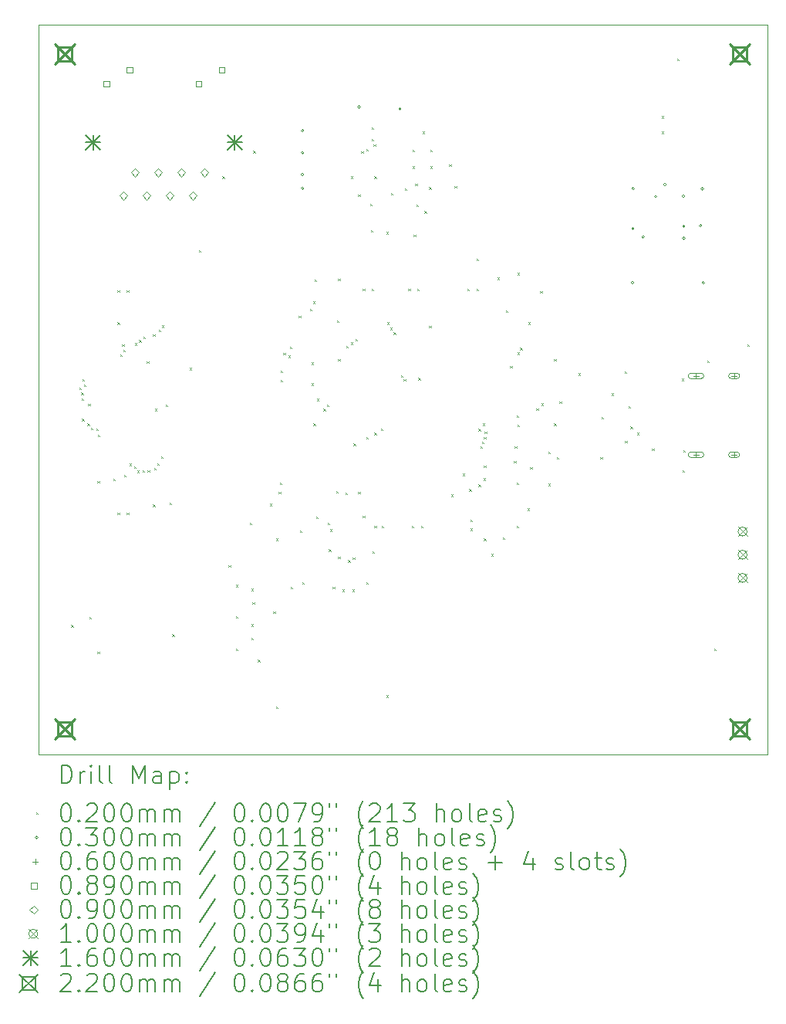
<source format=gbr>
%TF.GenerationSoftware,KiCad,Pcbnew,8.0.5-1.fc40*%
%TF.CreationDate,2024-10-08T11:33:05-07:00*%
%TF.ProjectId,stm32simh,73746d33-3273-4696-9d68-2e6b69636164,rev?*%
%TF.SameCoordinates,Original*%
%TF.FileFunction,Drillmap*%
%TF.FilePolarity,Positive*%
%FSLAX45Y45*%
G04 Gerber Fmt 4.5, Leading zero omitted, Abs format (unit mm)*
G04 Created by KiCad (PCBNEW 8.0.5-1.fc40) date 2024-10-08 11:33:05*
%MOMM*%
%LPD*%
G01*
G04 APERTURE LIST*
%ADD10C,0.100000*%
%ADD11C,0.200000*%
%ADD12C,0.160000*%
%ADD13C,0.220000*%
G04 APERTURE END LIST*
D10*
X10920000Y-2770000D02*
X18920000Y-2770000D01*
X18920000Y-10770000D01*
X10920000Y-10770000D01*
X10920000Y-2770000D01*
D11*
D10*
X11280000Y-9350000D02*
X11300000Y-9370000D01*
X11300000Y-9350000D02*
X11280000Y-9370000D01*
X11372000Y-6746000D02*
X11392000Y-6766000D01*
X11392000Y-6746000D02*
X11372000Y-6766000D01*
X11390000Y-6800000D02*
X11410000Y-6820000D01*
X11410000Y-6800000D02*
X11390000Y-6820000D01*
X11395641Y-6863308D02*
X11415641Y-6883308D01*
X11415641Y-6863308D02*
X11395641Y-6883308D01*
X11400000Y-7090000D02*
X11420000Y-7110000D01*
X11420000Y-7090000D02*
X11400000Y-7110000D01*
X11405448Y-6651791D02*
X11425448Y-6671791D01*
X11425448Y-6651791D02*
X11405448Y-6671791D01*
X11420000Y-6710000D02*
X11440000Y-6730000D01*
X11440000Y-6710000D02*
X11420000Y-6730000D01*
X11460000Y-7138850D02*
X11480000Y-7158850D01*
X11480000Y-7138850D02*
X11460000Y-7158850D01*
X11468850Y-6925458D02*
X11488850Y-6945458D01*
X11488850Y-6925458D02*
X11468850Y-6945458D01*
X11480000Y-9260000D02*
X11500000Y-9280000D01*
X11500000Y-9260000D02*
X11480000Y-9280000D01*
X11496672Y-7186339D02*
X11516672Y-7206339D01*
X11516672Y-7186339D02*
X11496672Y-7206339D01*
X11558267Y-7193828D02*
X11578267Y-7213828D01*
X11578267Y-7193828D02*
X11558267Y-7213828D01*
X11570000Y-7770000D02*
X11590000Y-7790000D01*
X11590000Y-7770000D02*
X11570000Y-7790000D01*
X11570000Y-9640000D02*
X11590000Y-9660000D01*
X11590000Y-9640000D02*
X11570000Y-9660000D01*
X11573374Y-7263374D02*
X11593374Y-7283374D01*
X11593374Y-7263374D02*
X11573374Y-7283374D01*
X11743286Y-7747629D02*
X11763286Y-7767629D01*
X11763286Y-7747629D02*
X11743286Y-7767629D01*
X11790000Y-5680000D02*
X11810000Y-5700000D01*
X11810000Y-5680000D02*
X11790000Y-5700000D01*
X11790000Y-6030000D02*
X11810000Y-6050000D01*
X11810000Y-6030000D02*
X11790000Y-6050000D01*
X11790000Y-8120000D02*
X11810000Y-8140000D01*
X11810000Y-8120000D02*
X11790000Y-8140000D01*
X11820000Y-6380000D02*
X11840000Y-6400000D01*
X11840000Y-6380000D02*
X11820000Y-6400000D01*
X11840000Y-6270000D02*
X11860000Y-6290000D01*
X11860000Y-6270000D02*
X11840000Y-6290000D01*
X11850000Y-6330000D02*
X11870000Y-6350000D01*
X11870000Y-6330000D02*
X11850000Y-6350000D01*
X11860000Y-7701150D02*
X11880000Y-7721150D01*
X11880000Y-7701150D02*
X11860000Y-7721150D01*
X11890000Y-5680000D02*
X11910000Y-5700000D01*
X11910000Y-5680000D02*
X11890000Y-5700000D01*
X11890000Y-8120000D02*
X11910000Y-8140000D01*
X11910000Y-8120000D02*
X11890000Y-8140000D01*
X11920000Y-7580000D02*
X11940000Y-7600000D01*
X11940000Y-7580000D02*
X11920000Y-7600000D01*
X11970000Y-7610000D02*
X11990000Y-7630000D01*
X11990000Y-7610000D02*
X11970000Y-7630000D01*
X11979542Y-6260458D02*
X11999542Y-6280458D01*
X11999542Y-6260458D02*
X11979542Y-6280458D01*
X12005253Y-7656657D02*
X12025253Y-7676657D01*
X12025253Y-7656657D02*
X12005253Y-7676657D01*
X12027477Y-6224371D02*
X12047477Y-6244371D01*
X12047477Y-6224371D02*
X12027477Y-6244371D01*
X12065000Y-7651150D02*
X12085000Y-7671150D01*
X12085000Y-7651150D02*
X12065000Y-7671150D01*
X12071846Y-6186307D02*
X12091846Y-6206307D01*
X12091846Y-6186307D02*
X12071846Y-6206307D01*
X12110000Y-6460000D02*
X12130000Y-6480000D01*
X12130000Y-6460000D02*
X12110000Y-6480000D01*
X12120000Y-7651150D02*
X12140000Y-7671150D01*
X12140000Y-7651150D02*
X12120000Y-7671150D01*
X12180000Y-6160000D02*
X12200000Y-6180000D01*
X12200000Y-6160000D02*
X12180000Y-6180000D01*
X12180000Y-8030000D02*
X12200000Y-8050000D01*
X12200000Y-8030000D02*
X12180000Y-8050000D01*
X12190000Y-7625750D02*
X12210000Y-7645750D01*
X12210000Y-7625750D02*
X12190000Y-7645750D01*
X12200000Y-6980000D02*
X12220000Y-7000000D01*
X12220000Y-6980000D02*
X12200000Y-7000000D01*
X12223979Y-7576299D02*
X12243979Y-7596299D01*
X12243979Y-7576299D02*
X12223979Y-7596299D01*
X12240000Y-6110000D02*
X12260000Y-6130000D01*
X12260000Y-6110000D02*
X12240000Y-6130000D01*
X12270000Y-7500000D02*
X12290000Y-7520000D01*
X12290000Y-7500000D02*
X12270000Y-7520000D01*
X12275000Y-6065000D02*
X12295000Y-6085000D01*
X12295000Y-6065000D02*
X12275000Y-6085000D01*
X12320000Y-6930000D02*
X12340000Y-6950000D01*
X12340000Y-6930000D02*
X12320000Y-6950000D01*
X12360000Y-8010000D02*
X12380000Y-8030000D01*
X12380000Y-8010000D02*
X12360000Y-8030000D01*
X12390000Y-9450000D02*
X12410000Y-9470000D01*
X12410000Y-9450000D02*
X12390000Y-9470000D01*
X12580000Y-6530000D02*
X12600000Y-6550000D01*
X12600000Y-6530000D02*
X12580000Y-6550000D01*
X12680000Y-5240000D02*
X12700000Y-5260000D01*
X12700000Y-5240000D02*
X12680000Y-5260000D01*
X12940000Y-4430000D02*
X12960000Y-4450000D01*
X12960000Y-4430000D02*
X12940000Y-4450000D01*
X13007340Y-8692658D02*
X13027340Y-8712658D01*
X13027340Y-8692658D02*
X13007340Y-8712658D01*
X13089000Y-8910000D02*
X13109000Y-8930000D01*
X13109000Y-8910000D02*
X13089000Y-8930000D01*
X13089000Y-9250000D02*
X13109000Y-9270000D01*
X13109000Y-9250000D02*
X13089000Y-9270000D01*
X13090000Y-9610000D02*
X13110000Y-9630000D01*
X13110000Y-9610000D02*
X13090000Y-9630000D01*
X13240000Y-8230000D02*
X13260000Y-8250000D01*
X13260000Y-8230000D02*
X13240000Y-8250000D01*
X13260000Y-8950000D02*
X13280000Y-8970000D01*
X13280000Y-8950000D02*
X13260000Y-8970000D01*
X13260000Y-9340000D02*
X13280000Y-9360000D01*
X13280000Y-9340000D02*
X13260000Y-9360000D01*
X13260000Y-9490000D02*
X13280000Y-9510000D01*
X13280000Y-9490000D02*
X13260000Y-9510000D01*
X13270000Y-9100000D02*
X13290000Y-9120000D01*
X13290000Y-9100000D02*
X13270000Y-9120000D01*
X13278750Y-4150000D02*
X13298750Y-4170000D01*
X13298750Y-4150000D02*
X13278750Y-4170000D01*
X13330000Y-9730000D02*
X13350000Y-9750000D01*
X13350000Y-9730000D02*
X13330000Y-9750000D01*
X13460000Y-8020000D02*
X13480000Y-8040000D01*
X13480000Y-8020000D02*
X13460000Y-8040000D01*
X13500000Y-9200000D02*
X13520000Y-9220000D01*
X13520000Y-9200000D02*
X13500000Y-9220000D01*
X13530000Y-8400000D02*
X13550000Y-8420000D01*
X13550000Y-8400000D02*
X13530000Y-8420000D01*
X13530000Y-10240000D02*
X13550000Y-10260000D01*
X13550000Y-10240000D02*
X13530000Y-10260000D01*
X13560000Y-7890000D02*
X13580000Y-7910000D01*
X13580000Y-7890000D02*
X13560000Y-7910000D01*
X13570000Y-7790000D02*
X13590000Y-7810000D01*
X13590000Y-7790000D02*
X13570000Y-7810000D01*
X13580000Y-6560000D02*
X13600000Y-6580000D01*
X13600000Y-6560000D02*
X13580000Y-6580000D01*
X13580000Y-6660000D02*
X13600000Y-6680000D01*
X13600000Y-6660000D02*
X13580000Y-6680000D01*
X13610211Y-6366914D02*
X13630211Y-6386914D01*
X13630211Y-6366914D02*
X13610211Y-6386914D01*
X13663260Y-6394946D02*
X13683260Y-6414946D01*
X13683260Y-6394946D02*
X13663260Y-6414946D01*
X13681364Y-6297246D02*
X13701364Y-6317246D01*
X13701364Y-6297246D02*
X13681364Y-6317246D01*
X13690000Y-8930000D02*
X13710000Y-8950000D01*
X13710000Y-8930000D02*
X13690000Y-8950000D01*
X13780000Y-5960000D02*
X13800000Y-5980000D01*
X13800000Y-5960000D02*
X13780000Y-5980000D01*
X13790000Y-8310000D02*
X13810000Y-8330000D01*
X13810000Y-8310000D02*
X13790000Y-8330000D01*
X13814500Y-8880000D02*
X13834500Y-8900000D01*
X13834500Y-8880000D02*
X13814500Y-8900000D01*
X13900000Y-5880000D02*
X13920000Y-5900000D01*
X13920000Y-5880000D02*
X13900000Y-5900000D01*
X13920000Y-6700000D02*
X13940000Y-6720000D01*
X13940000Y-6700000D02*
X13920000Y-6720000D01*
X13920000Y-6470000D02*
X13940000Y-6490000D01*
X13940000Y-6470000D02*
X13920000Y-6490000D01*
X13936000Y-5802000D02*
X13956000Y-5822000D01*
X13956000Y-5802000D02*
X13936000Y-5822000D01*
X13940000Y-7140000D02*
X13960000Y-7160000D01*
X13960000Y-7140000D02*
X13940000Y-7160000D01*
X13950000Y-5560000D02*
X13970000Y-5580000D01*
X13970000Y-5560000D02*
X13950000Y-5580000D01*
X13970000Y-8160000D02*
X13990000Y-8180000D01*
X13990000Y-8160000D02*
X13970000Y-8180000D01*
X13980000Y-6870000D02*
X14000000Y-6890000D01*
X14000000Y-6870000D02*
X13980000Y-6890000D01*
X14050000Y-6980000D02*
X14070000Y-7000000D01*
X14070000Y-6980000D02*
X14050000Y-7000000D01*
X14090000Y-6930000D02*
X14110000Y-6950000D01*
X14110000Y-6930000D02*
X14090000Y-6950000D01*
X14098750Y-8230000D02*
X14118750Y-8250000D01*
X14118750Y-8230000D02*
X14098750Y-8250000D01*
X14110000Y-8520000D02*
X14130000Y-8540000D01*
X14130000Y-8520000D02*
X14110000Y-8540000D01*
X14120000Y-8300000D02*
X14140000Y-8320000D01*
X14140000Y-8300000D02*
X14120000Y-8320000D01*
X14150000Y-8930000D02*
X14170000Y-8950000D01*
X14170000Y-8930000D02*
X14150000Y-8950000D01*
X14190000Y-7880000D02*
X14210000Y-7900000D01*
X14210000Y-7880000D02*
X14190000Y-7900000D01*
X14198750Y-6010000D02*
X14218750Y-6030000D01*
X14218750Y-6010000D02*
X14198750Y-6030000D01*
X14210000Y-5550000D02*
X14230000Y-5570000D01*
X14230000Y-5550000D02*
X14210000Y-5570000D01*
X14210000Y-6430000D02*
X14230000Y-6450000D01*
X14230000Y-6430000D02*
X14210000Y-6450000D01*
X14210000Y-8600000D02*
X14230000Y-8620000D01*
X14230000Y-8600000D02*
X14210000Y-8620000D01*
X14254500Y-8959880D02*
X14274500Y-8979880D01*
X14274500Y-8959880D02*
X14254500Y-8979880D01*
X14290000Y-7900000D02*
X14310000Y-7920000D01*
X14310000Y-7900000D02*
X14290000Y-7920000D01*
X14298750Y-6290000D02*
X14318750Y-6310000D01*
X14318750Y-6290000D02*
X14298750Y-6310000D01*
X14319542Y-8639542D02*
X14339542Y-8659542D01*
X14339542Y-8639542D02*
X14319542Y-8659542D01*
X14348750Y-6250000D02*
X14368750Y-6270000D01*
X14368750Y-6250000D02*
X14348750Y-6270000D01*
X14350000Y-4430000D02*
X14370000Y-4450000D01*
X14370000Y-4430000D02*
X14350000Y-4450000D01*
X14365000Y-8959880D02*
X14385000Y-8979880D01*
X14385000Y-8959880D02*
X14365000Y-8979880D01*
X14372561Y-8608938D02*
X14392561Y-8628938D01*
X14392561Y-8608938D02*
X14372561Y-8628938D01*
X14380000Y-7360000D02*
X14400000Y-7380000D01*
X14400000Y-7360000D02*
X14380000Y-7380000D01*
X14400000Y-6210000D02*
X14420000Y-6230000D01*
X14420000Y-6210000D02*
X14400000Y-6230000D01*
X14430000Y-4630000D02*
X14450000Y-4650000D01*
X14450000Y-4630000D02*
X14430000Y-4650000D01*
X14430000Y-7890000D02*
X14450000Y-7910000D01*
X14450000Y-7890000D02*
X14430000Y-7910000D01*
X14463327Y-4155558D02*
X14483327Y-4175558D01*
X14483327Y-4155558D02*
X14463327Y-4175558D01*
X14480000Y-5660000D02*
X14500000Y-5680000D01*
X14500000Y-5660000D02*
X14480000Y-5680000D01*
X14480000Y-8150000D02*
X14500000Y-8170000D01*
X14500000Y-8150000D02*
X14480000Y-8170000D01*
X14518420Y-4131580D02*
X14538420Y-4151580D01*
X14538420Y-4131580D02*
X14518420Y-4151580D01*
X14519500Y-8880000D02*
X14539500Y-8900000D01*
X14539500Y-8880000D02*
X14519500Y-8900000D01*
X14520000Y-7290450D02*
X14540000Y-7310450D01*
X14540000Y-7290450D02*
X14520000Y-7310450D01*
X14560000Y-4730000D02*
X14580000Y-4750000D01*
X14580000Y-4730000D02*
X14560000Y-4750000D01*
X14570000Y-5020000D02*
X14590000Y-5040000D01*
X14590000Y-5020000D02*
X14570000Y-5040000D01*
X14580000Y-3890000D02*
X14600000Y-3910000D01*
X14600000Y-3890000D02*
X14580000Y-3910000D01*
X14580000Y-4020001D02*
X14600000Y-4040001D01*
X14600000Y-4020001D02*
X14580000Y-4040001D01*
X14580000Y-5660000D02*
X14600000Y-5680000D01*
X14600000Y-5660000D02*
X14580000Y-5680000D01*
X14590000Y-8540000D02*
X14610000Y-8560000D01*
X14610000Y-8540000D02*
X14590000Y-8560000D01*
X14600000Y-4080000D02*
X14620000Y-4100000D01*
X14620000Y-4080000D02*
X14600000Y-4100000D01*
X14610000Y-4430000D02*
X14630000Y-4450000D01*
X14630000Y-4430000D02*
X14610000Y-4450000D01*
X14610000Y-7241600D02*
X14630000Y-7261600D01*
X14630000Y-7241600D02*
X14610000Y-7261600D01*
X14610000Y-8260000D02*
X14630000Y-8280000D01*
X14630000Y-8260000D02*
X14610000Y-8280000D01*
X14680000Y-7192750D02*
X14700000Y-7212750D01*
X14700000Y-7192750D02*
X14680000Y-7212750D01*
X14690000Y-8260000D02*
X14710000Y-8280000D01*
X14710000Y-8260000D02*
X14690000Y-8280000D01*
X14740000Y-5040000D02*
X14760000Y-5060000D01*
X14760000Y-5040000D02*
X14740000Y-5060000D01*
X14740000Y-10120000D02*
X14760000Y-10140000D01*
X14760000Y-10120000D02*
X14740000Y-10140000D01*
X14748750Y-6030000D02*
X14768750Y-6050000D01*
X14768750Y-6030000D02*
X14748750Y-6050000D01*
X14780000Y-6090000D02*
X14800000Y-6110000D01*
X14800000Y-6090000D02*
X14780000Y-6110000D01*
X14790000Y-4610000D02*
X14810000Y-4630000D01*
X14810000Y-4610000D02*
X14790000Y-4630000D01*
X14820000Y-6140000D02*
X14840000Y-6160000D01*
X14840000Y-6140000D02*
X14820000Y-6160000D01*
X14900000Y-6610000D02*
X14920000Y-6630000D01*
X14920000Y-6610000D02*
X14900000Y-6630000D01*
X14931500Y-6652000D02*
X14951500Y-6672000D01*
X14951500Y-6652000D02*
X14931500Y-6672000D01*
X14942725Y-4562082D02*
X14962725Y-4582082D01*
X14962725Y-4562082D02*
X14942725Y-4582082D01*
X14980000Y-5660000D02*
X15000000Y-5680000D01*
X15000000Y-5660000D02*
X14980000Y-5680000D01*
X15020000Y-8260000D02*
X15040000Y-8280000D01*
X15040000Y-8260000D02*
X15020000Y-8280000D01*
X15030000Y-4140000D02*
X15050000Y-4160000D01*
X15050000Y-4140000D02*
X15030000Y-4160000D01*
X15030000Y-4320000D02*
X15050000Y-4340000D01*
X15050000Y-4320000D02*
X15030000Y-4340000D01*
X15040000Y-5070000D02*
X15060000Y-5090000D01*
X15060000Y-5070000D02*
X15040000Y-5090000D01*
X15057684Y-4513232D02*
X15077684Y-4533232D01*
X15077684Y-4513232D02*
X15057684Y-4533232D01*
X15070000Y-4740000D02*
X15090000Y-4760000D01*
X15090000Y-4740000D02*
X15070000Y-4760000D01*
X15080000Y-5660000D02*
X15100000Y-5680000D01*
X15100000Y-5660000D02*
X15080000Y-5680000D01*
X15090000Y-6640000D02*
X15110000Y-6660000D01*
X15110000Y-6640000D02*
X15090000Y-6660000D01*
X15120000Y-8260000D02*
X15140000Y-8280000D01*
X15140000Y-8260000D02*
X15120000Y-8280000D01*
X15140000Y-3940000D02*
X15160000Y-3960000D01*
X15160000Y-3940000D02*
X15140000Y-3960000D01*
X15160000Y-4810000D02*
X15180000Y-4830000D01*
X15180000Y-4810000D02*
X15160000Y-4830000D01*
X15210000Y-4550000D02*
X15230000Y-4570000D01*
X15230000Y-4550000D02*
X15210000Y-4570000D01*
X15210000Y-6070000D02*
X15230000Y-6090000D01*
X15230000Y-6070000D02*
X15210000Y-6090000D01*
X15220000Y-4140000D02*
X15240000Y-4160000D01*
X15240000Y-4140000D02*
X15220000Y-4160000D01*
X15220000Y-4320000D02*
X15240000Y-4340000D01*
X15240000Y-4320000D02*
X15220000Y-4340000D01*
X15430000Y-4300000D02*
X15450000Y-4320000D01*
X15450000Y-4300000D02*
X15430000Y-4320000D01*
X15450000Y-7920000D02*
X15470000Y-7940000D01*
X15470000Y-7920000D02*
X15450000Y-7940000D01*
X15490000Y-4538000D02*
X15510000Y-4558000D01*
X15510000Y-4538000D02*
X15490000Y-4558000D01*
X15580000Y-7690000D02*
X15600000Y-7710000D01*
X15600000Y-7690000D02*
X15580000Y-7710000D01*
X15630000Y-5660000D02*
X15650000Y-5680000D01*
X15650000Y-5660000D02*
X15630000Y-5680000D01*
X15648750Y-7860000D02*
X15668750Y-7880000D01*
X15668750Y-7860000D02*
X15648750Y-7880000D01*
X15660000Y-8192340D02*
X15680000Y-8212340D01*
X15680000Y-8192340D02*
X15660000Y-8212340D01*
X15660000Y-8290000D02*
X15680000Y-8310000D01*
X15680000Y-8290000D02*
X15660000Y-8310000D01*
X15730000Y-5330000D02*
X15750000Y-5350000D01*
X15750000Y-5330000D02*
X15730000Y-5350000D01*
X15730000Y-5660000D02*
X15750000Y-5680000D01*
X15750000Y-5660000D02*
X15730000Y-5680000D01*
X15750000Y-7200000D02*
X15770000Y-7220000D01*
X15770000Y-7200000D02*
X15750000Y-7220000D01*
X15750000Y-7810000D02*
X15770000Y-7830000D01*
X15770000Y-7810000D02*
X15750000Y-7830000D01*
X15770000Y-7390000D02*
X15790000Y-7410000D01*
X15790000Y-7390000D02*
X15770000Y-7410000D01*
X15790000Y-7340000D02*
X15810000Y-7360000D01*
X15810000Y-7340000D02*
X15790000Y-7360000D01*
X15800000Y-7140000D02*
X15820000Y-7160000D01*
X15820000Y-7140000D02*
X15800000Y-7160000D01*
X15807340Y-7740000D02*
X15827340Y-7760000D01*
X15827340Y-7740000D02*
X15807340Y-7760000D01*
X15810000Y-7290000D02*
X15830000Y-7310000D01*
X15830000Y-7290000D02*
X15810000Y-7310000D01*
X15810000Y-7600000D02*
X15830000Y-7620000D01*
X15830000Y-7600000D02*
X15810000Y-7620000D01*
X15810000Y-8400000D02*
X15830000Y-8420000D01*
X15830000Y-8400000D02*
X15810000Y-8420000D01*
X15820000Y-7230000D02*
X15840000Y-7250000D01*
X15840000Y-7230000D02*
X15820000Y-7250000D01*
X15890000Y-8570000D02*
X15910000Y-8590000D01*
X15910000Y-8570000D02*
X15890000Y-8590000D01*
X15960000Y-5540000D02*
X15980000Y-5560000D01*
X15980000Y-5540000D02*
X15960000Y-5560000D01*
X16020000Y-8390000D02*
X16040000Y-8410000D01*
X16040000Y-8390000D02*
X16020000Y-8410000D01*
X16050000Y-5900000D02*
X16070000Y-5920000D01*
X16070000Y-5900000D02*
X16050000Y-5920000D01*
X16100000Y-6510000D02*
X16120000Y-6530000D01*
X16120000Y-6510000D02*
X16100000Y-6530000D01*
X16140000Y-7550000D02*
X16160000Y-7570000D01*
X16160000Y-7550000D02*
X16140000Y-7570000D01*
X16150000Y-7390000D02*
X16170000Y-7410000D01*
X16170000Y-7390000D02*
X16150000Y-7410000D01*
X16170000Y-7050000D02*
X16190000Y-7070000D01*
X16190000Y-7050000D02*
X16170000Y-7070000D01*
X16170000Y-7790000D02*
X16190000Y-7810000D01*
X16190000Y-7790000D02*
X16170000Y-7810000D01*
X16170000Y-8260000D02*
X16190000Y-8280000D01*
X16190000Y-8260000D02*
X16170000Y-8280000D01*
X16180000Y-5490000D02*
X16200000Y-5510000D01*
X16200000Y-5490000D02*
X16180000Y-5510000D01*
X16180000Y-6360000D02*
X16200000Y-6380000D01*
X16200000Y-6360000D02*
X16180000Y-6380000D01*
X16180000Y-7150000D02*
X16200000Y-7170000D01*
X16200000Y-7150000D02*
X16180000Y-7170000D01*
X16210000Y-6310000D02*
X16230000Y-6330000D01*
X16230000Y-6310000D02*
X16210000Y-6330000D01*
X16290000Y-8070000D02*
X16310000Y-8090000D01*
X16310000Y-8070000D02*
X16290000Y-8090000D01*
X16300000Y-6030000D02*
X16320000Y-6050000D01*
X16320000Y-6030000D02*
X16300000Y-6050000D01*
X16320000Y-7620000D02*
X16340000Y-7640000D01*
X16340000Y-7620000D02*
X16320000Y-7640000D01*
X16385000Y-6975000D02*
X16405000Y-6995000D01*
X16405000Y-6975000D02*
X16385000Y-6995000D01*
X16430000Y-5690000D02*
X16450000Y-5710000D01*
X16450000Y-5690000D02*
X16430000Y-5710000D01*
X16440000Y-6920000D02*
X16460000Y-6940000D01*
X16460000Y-6920000D02*
X16440000Y-6940000D01*
X16520000Y-7450000D02*
X16540000Y-7470000D01*
X16540000Y-7450000D02*
X16520000Y-7470000D01*
X16520000Y-7800000D02*
X16540000Y-7820000D01*
X16540000Y-7800000D02*
X16520000Y-7820000D01*
X16580000Y-6430000D02*
X16600000Y-6450000D01*
X16600000Y-6430000D02*
X16580000Y-6450000D01*
X16580000Y-7140000D02*
X16600000Y-7160000D01*
X16600000Y-7140000D02*
X16580000Y-7160000D01*
X16610000Y-7510000D02*
X16630000Y-7530000D01*
X16630000Y-7510000D02*
X16610000Y-7530000D01*
X16640000Y-6900000D02*
X16660000Y-6920000D01*
X16660000Y-6900000D02*
X16640000Y-6920000D01*
X16850000Y-6590000D02*
X16870000Y-6610000D01*
X16870000Y-6590000D02*
X16850000Y-6610000D01*
X17090000Y-7510000D02*
X17110000Y-7530000D01*
X17110000Y-7510000D02*
X17090000Y-7530000D01*
X17100000Y-7070000D02*
X17120000Y-7090000D01*
X17120000Y-7070000D02*
X17100000Y-7090000D01*
X17210000Y-6810000D02*
X17230000Y-6830000D01*
X17230000Y-6810000D02*
X17210000Y-6830000D01*
X17354880Y-6570000D02*
X17374880Y-6590000D01*
X17374880Y-6570000D02*
X17354880Y-6590000D01*
X17360000Y-7330000D02*
X17380000Y-7350000D01*
X17380000Y-7330000D02*
X17360000Y-7350000D01*
X17400000Y-6950000D02*
X17420000Y-6970000D01*
X17420000Y-6950000D02*
X17400000Y-6970000D01*
X17418480Y-7173591D02*
X17438480Y-7193591D01*
X17438480Y-7173591D02*
X17418480Y-7193591D01*
X17490120Y-7240121D02*
X17510120Y-7260121D01*
X17510120Y-7240121D02*
X17490120Y-7260121D01*
X17654999Y-7414999D02*
X17674999Y-7434999D01*
X17674999Y-7414999D02*
X17654999Y-7434999D01*
X17760000Y-3770000D02*
X17780000Y-3790000D01*
X17780000Y-3770000D02*
X17760000Y-3790000D01*
X17760000Y-3940000D02*
X17780000Y-3960000D01*
X17780000Y-3940000D02*
X17760000Y-3960000D01*
X17930000Y-3140000D02*
X17950000Y-3160000D01*
X17950000Y-3140000D02*
X17930000Y-3160000D01*
X17980000Y-6650000D02*
X18000000Y-6670000D01*
X18000000Y-6650000D02*
X17980000Y-6670000D01*
X17990000Y-7650000D02*
X18010000Y-7670000D01*
X18010000Y-7650000D02*
X17990000Y-7670000D01*
X18000000Y-7430000D02*
X18020000Y-7450000D01*
X18020000Y-7430000D02*
X18000000Y-7450000D01*
X18260000Y-6450000D02*
X18280000Y-6470000D01*
X18280000Y-6450000D02*
X18260000Y-6470000D01*
X18340000Y-9610000D02*
X18360000Y-9630000D01*
X18360000Y-9610000D02*
X18340000Y-9630000D01*
X18700000Y-6269999D02*
X18720000Y-6289999D01*
X18720000Y-6269999D02*
X18700000Y-6289999D01*
X13835000Y-3930000D02*
G75*
G02*
X13805000Y-3930000I-15000J0D01*
G01*
X13805000Y-3930000D02*
G75*
G02*
X13835000Y-3930000I15000J0D01*
G01*
X13835000Y-4170000D02*
G75*
G02*
X13805000Y-4170000I-15000J0D01*
G01*
X13805000Y-4170000D02*
G75*
G02*
X13835000Y-4170000I15000J0D01*
G01*
X13835000Y-4410000D02*
G75*
G02*
X13805000Y-4410000I-15000J0D01*
G01*
X13805000Y-4410000D02*
G75*
G02*
X13835000Y-4410000I15000J0D01*
G01*
X13835000Y-4560000D02*
G75*
G02*
X13805000Y-4560000I-15000J0D01*
G01*
X13805000Y-4560000D02*
G75*
G02*
X13835000Y-4560000I15000J0D01*
G01*
X14455000Y-3670000D02*
G75*
G02*
X14425000Y-3670000I-15000J0D01*
G01*
X14425000Y-3670000D02*
G75*
G02*
X14455000Y-3670000I15000J0D01*
G01*
X14905000Y-3690000D02*
G75*
G02*
X14875000Y-3690000I-15000J0D01*
G01*
X14875000Y-3690000D02*
G75*
G02*
X14905000Y-3690000I15000J0D01*
G01*
X17457400Y-5597600D02*
G75*
G02*
X17427400Y-5597600I-15000J0D01*
G01*
X17427400Y-5597600D02*
G75*
G02*
X17457400Y-5597600I15000J0D01*
G01*
X17462480Y-5003240D02*
G75*
G02*
X17432480Y-5003240I-15000J0D01*
G01*
X17432480Y-5003240D02*
G75*
G02*
X17462480Y-5003240I15000J0D01*
G01*
X17464779Y-4564900D02*
G75*
G02*
X17434779Y-4564900I-15000J0D01*
G01*
X17434779Y-4564900D02*
G75*
G02*
X17464779Y-4564900I15000J0D01*
G01*
X17574240Y-5094680D02*
G75*
G02*
X17544240Y-5094680I-15000J0D01*
G01*
X17544240Y-5094680D02*
G75*
G02*
X17574240Y-5094680I15000J0D01*
G01*
X17711400Y-4652720D02*
G75*
G02*
X17681400Y-4652720I-15000J0D01*
G01*
X17681400Y-4652720D02*
G75*
G02*
X17711400Y-4652720I15000J0D01*
G01*
X17813000Y-4520640D02*
G75*
G02*
X17783000Y-4520640I-15000J0D01*
G01*
X17783000Y-4520640D02*
G75*
G02*
X17813000Y-4520640I15000J0D01*
G01*
X18014540Y-4647640D02*
G75*
G02*
X17984540Y-4647640I-15000J0D01*
G01*
X17984540Y-4647640D02*
G75*
G02*
X18014540Y-4647640I15000J0D01*
G01*
X18021280Y-4977840D02*
G75*
G02*
X17991280Y-4977840I-15000J0D01*
G01*
X17991280Y-4977840D02*
G75*
G02*
X18021280Y-4977840I15000J0D01*
G01*
X18021280Y-5109920D02*
G75*
G02*
X17991280Y-5109920I-15000J0D01*
G01*
X17991280Y-5109920D02*
G75*
G02*
X18021280Y-5109920I15000J0D01*
G01*
X18204160Y-4972760D02*
G75*
G02*
X18174160Y-4972760I-15000J0D01*
G01*
X18174160Y-4972760D02*
G75*
G02*
X18204160Y-4972760I15000J0D01*
G01*
X18224480Y-4566360D02*
G75*
G02*
X18194480Y-4566360I-15000J0D01*
G01*
X18194480Y-4566360D02*
G75*
G02*
X18224480Y-4566360I15000J0D01*
G01*
X18234640Y-5597600D02*
G75*
G02*
X18204640Y-5597600I-15000J0D01*
G01*
X18204640Y-5597600D02*
G75*
G02*
X18234640Y-5597600I15000J0D01*
G01*
X18139500Y-6588000D02*
X18139500Y-6648000D01*
X18109500Y-6618000D02*
X18169500Y-6618000D01*
X18084500Y-6648000D02*
X18194500Y-6648000D01*
X18194500Y-6588000D02*
G75*
G02*
X18194500Y-6648000I0J-30000D01*
G01*
X18194500Y-6588000D02*
X18084500Y-6588000D01*
X18084500Y-6588000D02*
G75*
G03*
X18084500Y-6648000I0J-30000D01*
G01*
X18139500Y-7452000D02*
X18139500Y-7512000D01*
X18109500Y-7482000D02*
X18169500Y-7482000D01*
X18084500Y-7512000D02*
X18194500Y-7512000D01*
X18194500Y-7452000D02*
G75*
G02*
X18194500Y-7512000I0J-30000D01*
G01*
X18194500Y-7452000D02*
X18084500Y-7452000D01*
X18084500Y-7452000D02*
G75*
G03*
X18084500Y-7512000I0J-30000D01*
G01*
X18557500Y-6588000D02*
X18557500Y-6648000D01*
X18527500Y-6618000D02*
X18587500Y-6618000D01*
X18527500Y-6648000D02*
X18587500Y-6648000D01*
X18587500Y-6588000D02*
G75*
G02*
X18587500Y-6648000I0J-30000D01*
G01*
X18587500Y-6588000D02*
X18527500Y-6588000D01*
X18527500Y-6588000D02*
G75*
G03*
X18527500Y-6648000I0J-30000D01*
G01*
X18557500Y-7452000D02*
X18557500Y-7512000D01*
X18527500Y-7482000D02*
X18587500Y-7482000D01*
X18527500Y-7512000D02*
X18587500Y-7512000D01*
X18587500Y-7452000D02*
G75*
G02*
X18587500Y-7512000I0J-30000D01*
G01*
X18587500Y-7452000D02*
X18527500Y-7452000D01*
X18527500Y-7452000D02*
G75*
G03*
X18527500Y-7512000I0J-30000D01*
G01*
X11698967Y-3446467D02*
X11698967Y-3383533D01*
X11636033Y-3383533D01*
X11636033Y-3446467D01*
X11698967Y-3446467D01*
X11952967Y-3294467D02*
X11952967Y-3231533D01*
X11890033Y-3231533D01*
X11890033Y-3294467D01*
X11952967Y-3294467D01*
X12709967Y-3446467D02*
X12709967Y-3383533D01*
X12647033Y-3383533D01*
X12647033Y-3446467D01*
X12709967Y-3446467D01*
X12963967Y-3294467D02*
X12963967Y-3231533D01*
X12901033Y-3231533D01*
X12901033Y-3294467D01*
X12963967Y-3294467D01*
X11855500Y-4686000D02*
X11900500Y-4641000D01*
X11855500Y-4596000D01*
X11810500Y-4641000D01*
X11855500Y-4686000D01*
X11982500Y-4432000D02*
X12027500Y-4387000D01*
X11982500Y-4342000D01*
X11937500Y-4387000D01*
X11982500Y-4432000D01*
X12109500Y-4686000D02*
X12154500Y-4641000D01*
X12109500Y-4596000D01*
X12064500Y-4641000D01*
X12109500Y-4686000D01*
X12236500Y-4432000D02*
X12281500Y-4387000D01*
X12236500Y-4342000D01*
X12191500Y-4387000D01*
X12236500Y-4432000D01*
X12363500Y-4686000D02*
X12408500Y-4641000D01*
X12363500Y-4596000D01*
X12318500Y-4641000D01*
X12363500Y-4686000D01*
X12490500Y-4432000D02*
X12535500Y-4387000D01*
X12490500Y-4342000D01*
X12445500Y-4387000D01*
X12490500Y-4432000D01*
X12617500Y-4686000D02*
X12662500Y-4641000D01*
X12617500Y-4596000D01*
X12572500Y-4641000D01*
X12617500Y-4686000D01*
X12744500Y-4432000D02*
X12789500Y-4387000D01*
X12744500Y-4342000D01*
X12699500Y-4387000D01*
X12744500Y-4432000D01*
X18600000Y-8275000D02*
X18700000Y-8375000D01*
X18700000Y-8275000D02*
X18600000Y-8375000D01*
X18700000Y-8325000D02*
G75*
G02*
X18600000Y-8325000I-50000J0D01*
G01*
X18600000Y-8325000D02*
G75*
G02*
X18700000Y-8325000I50000J0D01*
G01*
X18600000Y-8529000D02*
X18700000Y-8629000D01*
X18700000Y-8529000D02*
X18600000Y-8629000D01*
X18700000Y-8579000D02*
G75*
G02*
X18600000Y-8579000I-50000J0D01*
G01*
X18600000Y-8579000D02*
G75*
G02*
X18700000Y-8579000I50000J0D01*
G01*
X18600000Y-8783000D02*
X18700000Y-8883000D01*
X18700000Y-8783000D02*
X18600000Y-8883000D01*
X18700000Y-8833000D02*
G75*
G02*
X18600000Y-8833000I-50000J0D01*
G01*
X18600000Y-8833000D02*
G75*
G02*
X18700000Y-8833000I50000J0D01*
G01*
D12*
X11442500Y-3978000D02*
X11602500Y-4138000D01*
X11602500Y-3978000D02*
X11442500Y-4138000D01*
X11522500Y-3978000D02*
X11522500Y-4138000D01*
X11442500Y-4058000D02*
X11602500Y-4058000D01*
X12997500Y-3978000D02*
X13157500Y-4138000D01*
X13157500Y-3978000D02*
X12997500Y-4138000D01*
X13077500Y-3978000D02*
X13077500Y-4138000D01*
X12997500Y-4058000D02*
X13157500Y-4058000D01*
D13*
X11100000Y-2980000D02*
X11320000Y-3200000D01*
X11320000Y-2980000D02*
X11100000Y-3200000D01*
X11287782Y-3167782D02*
X11287782Y-3012217D01*
X11132218Y-3012217D01*
X11132218Y-3167782D01*
X11287782Y-3167782D01*
X11100000Y-10380000D02*
X11320000Y-10600000D01*
X11320000Y-10380000D02*
X11100000Y-10600000D01*
X11287782Y-10567783D02*
X11287782Y-10412218D01*
X11132218Y-10412218D01*
X11132218Y-10567783D01*
X11287782Y-10567783D01*
X18510000Y-2980000D02*
X18730000Y-3200000D01*
X18730000Y-2980000D02*
X18510000Y-3200000D01*
X18697783Y-3167782D02*
X18697783Y-3012217D01*
X18542218Y-3012217D01*
X18542218Y-3167782D01*
X18697783Y-3167782D01*
X18510000Y-10380000D02*
X18730000Y-10600000D01*
X18730000Y-10380000D02*
X18510000Y-10600000D01*
X18697783Y-10567783D02*
X18697783Y-10412218D01*
X18542218Y-10412218D01*
X18542218Y-10567783D01*
X18697783Y-10567783D01*
D11*
X11175777Y-11086484D02*
X11175777Y-10886484D01*
X11175777Y-10886484D02*
X11223396Y-10886484D01*
X11223396Y-10886484D02*
X11251967Y-10896008D01*
X11251967Y-10896008D02*
X11271015Y-10915055D01*
X11271015Y-10915055D02*
X11280539Y-10934103D01*
X11280539Y-10934103D02*
X11290062Y-10972198D01*
X11290062Y-10972198D02*
X11290062Y-11000770D01*
X11290062Y-11000770D02*
X11280539Y-11038865D01*
X11280539Y-11038865D02*
X11271015Y-11057912D01*
X11271015Y-11057912D02*
X11251967Y-11076960D01*
X11251967Y-11076960D02*
X11223396Y-11086484D01*
X11223396Y-11086484D02*
X11175777Y-11086484D01*
X11375777Y-11086484D02*
X11375777Y-10953150D01*
X11375777Y-10991246D02*
X11385301Y-10972198D01*
X11385301Y-10972198D02*
X11394824Y-10962674D01*
X11394824Y-10962674D02*
X11413872Y-10953150D01*
X11413872Y-10953150D02*
X11432920Y-10953150D01*
X11499586Y-11086484D02*
X11499586Y-10953150D01*
X11499586Y-10886484D02*
X11490062Y-10896008D01*
X11490062Y-10896008D02*
X11499586Y-10905531D01*
X11499586Y-10905531D02*
X11509110Y-10896008D01*
X11509110Y-10896008D02*
X11499586Y-10886484D01*
X11499586Y-10886484D02*
X11499586Y-10905531D01*
X11623396Y-11086484D02*
X11604348Y-11076960D01*
X11604348Y-11076960D02*
X11594824Y-11057912D01*
X11594824Y-11057912D02*
X11594824Y-10886484D01*
X11728158Y-11086484D02*
X11709110Y-11076960D01*
X11709110Y-11076960D02*
X11699586Y-11057912D01*
X11699586Y-11057912D02*
X11699586Y-10886484D01*
X11956729Y-11086484D02*
X11956729Y-10886484D01*
X11956729Y-10886484D02*
X12023396Y-11029341D01*
X12023396Y-11029341D02*
X12090062Y-10886484D01*
X12090062Y-10886484D02*
X12090062Y-11086484D01*
X12271015Y-11086484D02*
X12271015Y-10981722D01*
X12271015Y-10981722D02*
X12261491Y-10962674D01*
X12261491Y-10962674D02*
X12242443Y-10953150D01*
X12242443Y-10953150D02*
X12204348Y-10953150D01*
X12204348Y-10953150D02*
X12185301Y-10962674D01*
X12271015Y-11076960D02*
X12251967Y-11086484D01*
X12251967Y-11086484D02*
X12204348Y-11086484D01*
X12204348Y-11086484D02*
X12185301Y-11076960D01*
X12185301Y-11076960D02*
X12175777Y-11057912D01*
X12175777Y-11057912D02*
X12175777Y-11038865D01*
X12175777Y-11038865D02*
X12185301Y-11019817D01*
X12185301Y-11019817D02*
X12204348Y-11010293D01*
X12204348Y-11010293D02*
X12251967Y-11010293D01*
X12251967Y-11010293D02*
X12271015Y-11000770D01*
X12366253Y-10953150D02*
X12366253Y-11153150D01*
X12366253Y-10962674D02*
X12385301Y-10953150D01*
X12385301Y-10953150D02*
X12423396Y-10953150D01*
X12423396Y-10953150D02*
X12442443Y-10962674D01*
X12442443Y-10962674D02*
X12451967Y-10972198D01*
X12451967Y-10972198D02*
X12461491Y-10991246D01*
X12461491Y-10991246D02*
X12461491Y-11048389D01*
X12461491Y-11048389D02*
X12451967Y-11067436D01*
X12451967Y-11067436D02*
X12442443Y-11076960D01*
X12442443Y-11076960D02*
X12423396Y-11086484D01*
X12423396Y-11086484D02*
X12385301Y-11086484D01*
X12385301Y-11086484D02*
X12366253Y-11076960D01*
X12547205Y-11067436D02*
X12556729Y-11076960D01*
X12556729Y-11076960D02*
X12547205Y-11086484D01*
X12547205Y-11086484D02*
X12537682Y-11076960D01*
X12537682Y-11076960D02*
X12547205Y-11067436D01*
X12547205Y-11067436D02*
X12547205Y-11086484D01*
X12547205Y-10962674D02*
X12556729Y-10972198D01*
X12556729Y-10972198D02*
X12547205Y-10981722D01*
X12547205Y-10981722D02*
X12537682Y-10972198D01*
X12537682Y-10972198D02*
X12547205Y-10962674D01*
X12547205Y-10962674D02*
X12547205Y-10981722D01*
D10*
X10895000Y-11405000D02*
X10915000Y-11425000D01*
X10915000Y-11405000D02*
X10895000Y-11425000D01*
D11*
X11213872Y-11306484D02*
X11232920Y-11306484D01*
X11232920Y-11306484D02*
X11251967Y-11316008D01*
X11251967Y-11316008D02*
X11261491Y-11325531D01*
X11261491Y-11325531D02*
X11271015Y-11344579D01*
X11271015Y-11344579D02*
X11280539Y-11382674D01*
X11280539Y-11382674D02*
X11280539Y-11430293D01*
X11280539Y-11430293D02*
X11271015Y-11468388D01*
X11271015Y-11468388D02*
X11261491Y-11487436D01*
X11261491Y-11487436D02*
X11251967Y-11496960D01*
X11251967Y-11496960D02*
X11232920Y-11506484D01*
X11232920Y-11506484D02*
X11213872Y-11506484D01*
X11213872Y-11506484D02*
X11194824Y-11496960D01*
X11194824Y-11496960D02*
X11185301Y-11487436D01*
X11185301Y-11487436D02*
X11175777Y-11468388D01*
X11175777Y-11468388D02*
X11166253Y-11430293D01*
X11166253Y-11430293D02*
X11166253Y-11382674D01*
X11166253Y-11382674D02*
X11175777Y-11344579D01*
X11175777Y-11344579D02*
X11185301Y-11325531D01*
X11185301Y-11325531D02*
X11194824Y-11316008D01*
X11194824Y-11316008D02*
X11213872Y-11306484D01*
X11366253Y-11487436D02*
X11375777Y-11496960D01*
X11375777Y-11496960D02*
X11366253Y-11506484D01*
X11366253Y-11506484D02*
X11356729Y-11496960D01*
X11356729Y-11496960D02*
X11366253Y-11487436D01*
X11366253Y-11487436D02*
X11366253Y-11506484D01*
X11451967Y-11325531D02*
X11461491Y-11316008D01*
X11461491Y-11316008D02*
X11480539Y-11306484D01*
X11480539Y-11306484D02*
X11528158Y-11306484D01*
X11528158Y-11306484D02*
X11547205Y-11316008D01*
X11547205Y-11316008D02*
X11556729Y-11325531D01*
X11556729Y-11325531D02*
X11566253Y-11344579D01*
X11566253Y-11344579D02*
X11566253Y-11363627D01*
X11566253Y-11363627D02*
X11556729Y-11392198D01*
X11556729Y-11392198D02*
X11442443Y-11506484D01*
X11442443Y-11506484D02*
X11566253Y-11506484D01*
X11690062Y-11306484D02*
X11709110Y-11306484D01*
X11709110Y-11306484D02*
X11728158Y-11316008D01*
X11728158Y-11316008D02*
X11737682Y-11325531D01*
X11737682Y-11325531D02*
X11747205Y-11344579D01*
X11747205Y-11344579D02*
X11756729Y-11382674D01*
X11756729Y-11382674D02*
X11756729Y-11430293D01*
X11756729Y-11430293D02*
X11747205Y-11468388D01*
X11747205Y-11468388D02*
X11737682Y-11487436D01*
X11737682Y-11487436D02*
X11728158Y-11496960D01*
X11728158Y-11496960D02*
X11709110Y-11506484D01*
X11709110Y-11506484D02*
X11690062Y-11506484D01*
X11690062Y-11506484D02*
X11671015Y-11496960D01*
X11671015Y-11496960D02*
X11661491Y-11487436D01*
X11661491Y-11487436D02*
X11651967Y-11468388D01*
X11651967Y-11468388D02*
X11642443Y-11430293D01*
X11642443Y-11430293D02*
X11642443Y-11382674D01*
X11642443Y-11382674D02*
X11651967Y-11344579D01*
X11651967Y-11344579D02*
X11661491Y-11325531D01*
X11661491Y-11325531D02*
X11671015Y-11316008D01*
X11671015Y-11316008D02*
X11690062Y-11306484D01*
X11880539Y-11306484D02*
X11899586Y-11306484D01*
X11899586Y-11306484D02*
X11918634Y-11316008D01*
X11918634Y-11316008D02*
X11928158Y-11325531D01*
X11928158Y-11325531D02*
X11937682Y-11344579D01*
X11937682Y-11344579D02*
X11947205Y-11382674D01*
X11947205Y-11382674D02*
X11947205Y-11430293D01*
X11947205Y-11430293D02*
X11937682Y-11468388D01*
X11937682Y-11468388D02*
X11928158Y-11487436D01*
X11928158Y-11487436D02*
X11918634Y-11496960D01*
X11918634Y-11496960D02*
X11899586Y-11506484D01*
X11899586Y-11506484D02*
X11880539Y-11506484D01*
X11880539Y-11506484D02*
X11861491Y-11496960D01*
X11861491Y-11496960D02*
X11851967Y-11487436D01*
X11851967Y-11487436D02*
X11842443Y-11468388D01*
X11842443Y-11468388D02*
X11832920Y-11430293D01*
X11832920Y-11430293D02*
X11832920Y-11382674D01*
X11832920Y-11382674D02*
X11842443Y-11344579D01*
X11842443Y-11344579D02*
X11851967Y-11325531D01*
X11851967Y-11325531D02*
X11861491Y-11316008D01*
X11861491Y-11316008D02*
X11880539Y-11306484D01*
X12032920Y-11506484D02*
X12032920Y-11373150D01*
X12032920Y-11392198D02*
X12042443Y-11382674D01*
X12042443Y-11382674D02*
X12061491Y-11373150D01*
X12061491Y-11373150D02*
X12090063Y-11373150D01*
X12090063Y-11373150D02*
X12109110Y-11382674D01*
X12109110Y-11382674D02*
X12118634Y-11401722D01*
X12118634Y-11401722D02*
X12118634Y-11506484D01*
X12118634Y-11401722D02*
X12128158Y-11382674D01*
X12128158Y-11382674D02*
X12147205Y-11373150D01*
X12147205Y-11373150D02*
X12175777Y-11373150D01*
X12175777Y-11373150D02*
X12194824Y-11382674D01*
X12194824Y-11382674D02*
X12204348Y-11401722D01*
X12204348Y-11401722D02*
X12204348Y-11506484D01*
X12299586Y-11506484D02*
X12299586Y-11373150D01*
X12299586Y-11392198D02*
X12309110Y-11382674D01*
X12309110Y-11382674D02*
X12328158Y-11373150D01*
X12328158Y-11373150D02*
X12356729Y-11373150D01*
X12356729Y-11373150D02*
X12375777Y-11382674D01*
X12375777Y-11382674D02*
X12385301Y-11401722D01*
X12385301Y-11401722D02*
X12385301Y-11506484D01*
X12385301Y-11401722D02*
X12394824Y-11382674D01*
X12394824Y-11382674D02*
X12413872Y-11373150D01*
X12413872Y-11373150D02*
X12442443Y-11373150D01*
X12442443Y-11373150D02*
X12461491Y-11382674D01*
X12461491Y-11382674D02*
X12471015Y-11401722D01*
X12471015Y-11401722D02*
X12471015Y-11506484D01*
X12861491Y-11296960D02*
X12690063Y-11554103D01*
X13118634Y-11306484D02*
X13137682Y-11306484D01*
X13137682Y-11306484D02*
X13156729Y-11316008D01*
X13156729Y-11316008D02*
X13166253Y-11325531D01*
X13166253Y-11325531D02*
X13175777Y-11344579D01*
X13175777Y-11344579D02*
X13185301Y-11382674D01*
X13185301Y-11382674D02*
X13185301Y-11430293D01*
X13185301Y-11430293D02*
X13175777Y-11468388D01*
X13175777Y-11468388D02*
X13166253Y-11487436D01*
X13166253Y-11487436D02*
X13156729Y-11496960D01*
X13156729Y-11496960D02*
X13137682Y-11506484D01*
X13137682Y-11506484D02*
X13118634Y-11506484D01*
X13118634Y-11506484D02*
X13099586Y-11496960D01*
X13099586Y-11496960D02*
X13090063Y-11487436D01*
X13090063Y-11487436D02*
X13080539Y-11468388D01*
X13080539Y-11468388D02*
X13071015Y-11430293D01*
X13071015Y-11430293D02*
X13071015Y-11382674D01*
X13071015Y-11382674D02*
X13080539Y-11344579D01*
X13080539Y-11344579D02*
X13090063Y-11325531D01*
X13090063Y-11325531D02*
X13099586Y-11316008D01*
X13099586Y-11316008D02*
X13118634Y-11306484D01*
X13271015Y-11487436D02*
X13280539Y-11496960D01*
X13280539Y-11496960D02*
X13271015Y-11506484D01*
X13271015Y-11506484D02*
X13261491Y-11496960D01*
X13261491Y-11496960D02*
X13271015Y-11487436D01*
X13271015Y-11487436D02*
X13271015Y-11506484D01*
X13404348Y-11306484D02*
X13423396Y-11306484D01*
X13423396Y-11306484D02*
X13442444Y-11316008D01*
X13442444Y-11316008D02*
X13451967Y-11325531D01*
X13451967Y-11325531D02*
X13461491Y-11344579D01*
X13461491Y-11344579D02*
X13471015Y-11382674D01*
X13471015Y-11382674D02*
X13471015Y-11430293D01*
X13471015Y-11430293D02*
X13461491Y-11468388D01*
X13461491Y-11468388D02*
X13451967Y-11487436D01*
X13451967Y-11487436D02*
X13442444Y-11496960D01*
X13442444Y-11496960D02*
X13423396Y-11506484D01*
X13423396Y-11506484D02*
X13404348Y-11506484D01*
X13404348Y-11506484D02*
X13385301Y-11496960D01*
X13385301Y-11496960D02*
X13375777Y-11487436D01*
X13375777Y-11487436D02*
X13366253Y-11468388D01*
X13366253Y-11468388D02*
X13356729Y-11430293D01*
X13356729Y-11430293D02*
X13356729Y-11382674D01*
X13356729Y-11382674D02*
X13366253Y-11344579D01*
X13366253Y-11344579D02*
X13375777Y-11325531D01*
X13375777Y-11325531D02*
X13385301Y-11316008D01*
X13385301Y-11316008D02*
X13404348Y-11306484D01*
X13594825Y-11306484D02*
X13613872Y-11306484D01*
X13613872Y-11306484D02*
X13632920Y-11316008D01*
X13632920Y-11316008D02*
X13642444Y-11325531D01*
X13642444Y-11325531D02*
X13651967Y-11344579D01*
X13651967Y-11344579D02*
X13661491Y-11382674D01*
X13661491Y-11382674D02*
X13661491Y-11430293D01*
X13661491Y-11430293D02*
X13651967Y-11468388D01*
X13651967Y-11468388D02*
X13642444Y-11487436D01*
X13642444Y-11487436D02*
X13632920Y-11496960D01*
X13632920Y-11496960D02*
X13613872Y-11506484D01*
X13613872Y-11506484D02*
X13594825Y-11506484D01*
X13594825Y-11506484D02*
X13575777Y-11496960D01*
X13575777Y-11496960D02*
X13566253Y-11487436D01*
X13566253Y-11487436D02*
X13556729Y-11468388D01*
X13556729Y-11468388D02*
X13547206Y-11430293D01*
X13547206Y-11430293D02*
X13547206Y-11382674D01*
X13547206Y-11382674D02*
X13556729Y-11344579D01*
X13556729Y-11344579D02*
X13566253Y-11325531D01*
X13566253Y-11325531D02*
X13575777Y-11316008D01*
X13575777Y-11316008D02*
X13594825Y-11306484D01*
X13728158Y-11306484D02*
X13861491Y-11306484D01*
X13861491Y-11306484D02*
X13775777Y-11506484D01*
X13947206Y-11506484D02*
X13985301Y-11506484D01*
X13985301Y-11506484D02*
X14004348Y-11496960D01*
X14004348Y-11496960D02*
X14013872Y-11487436D01*
X14013872Y-11487436D02*
X14032920Y-11458865D01*
X14032920Y-11458865D02*
X14042444Y-11420769D01*
X14042444Y-11420769D02*
X14042444Y-11344579D01*
X14042444Y-11344579D02*
X14032920Y-11325531D01*
X14032920Y-11325531D02*
X14023396Y-11316008D01*
X14023396Y-11316008D02*
X14004348Y-11306484D01*
X14004348Y-11306484D02*
X13966253Y-11306484D01*
X13966253Y-11306484D02*
X13947206Y-11316008D01*
X13947206Y-11316008D02*
X13937682Y-11325531D01*
X13937682Y-11325531D02*
X13928158Y-11344579D01*
X13928158Y-11344579D02*
X13928158Y-11392198D01*
X13928158Y-11392198D02*
X13937682Y-11411246D01*
X13937682Y-11411246D02*
X13947206Y-11420769D01*
X13947206Y-11420769D02*
X13966253Y-11430293D01*
X13966253Y-11430293D02*
X14004348Y-11430293D01*
X14004348Y-11430293D02*
X14023396Y-11420769D01*
X14023396Y-11420769D02*
X14032920Y-11411246D01*
X14032920Y-11411246D02*
X14042444Y-11392198D01*
X14118634Y-11306484D02*
X14118634Y-11344579D01*
X14194825Y-11306484D02*
X14194825Y-11344579D01*
X14490063Y-11582674D02*
X14480539Y-11573150D01*
X14480539Y-11573150D02*
X14461491Y-11544579D01*
X14461491Y-11544579D02*
X14451968Y-11525531D01*
X14451968Y-11525531D02*
X14442444Y-11496960D01*
X14442444Y-11496960D02*
X14432920Y-11449341D01*
X14432920Y-11449341D02*
X14432920Y-11411246D01*
X14432920Y-11411246D02*
X14442444Y-11363627D01*
X14442444Y-11363627D02*
X14451968Y-11335055D01*
X14451968Y-11335055D02*
X14461491Y-11316008D01*
X14461491Y-11316008D02*
X14480539Y-11287436D01*
X14480539Y-11287436D02*
X14490063Y-11277912D01*
X14556729Y-11325531D02*
X14566253Y-11316008D01*
X14566253Y-11316008D02*
X14585301Y-11306484D01*
X14585301Y-11306484D02*
X14632920Y-11306484D01*
X14632920Y-11306484D02*
X14651968Y-11316008D01*
X14651968Y-11316008D02*
X14661491Y-11325531D01*
X14661491Y-11325531D02*
X14671015Y-11344579D01*
X14671015Y-11344579D02*
X14671015Y-11363627D01*
X14671015Y-11363627D02*
X14661491Y-11392198D01*
X14661491Y-11392198D02*
X14547206Y-11506484D01*
X14547206Y-11506484D02*
X14671015Y-11506484D01*
X14861491Y-11506484D02*
X14747206Y-11506484D01*
X14804348Y-11506484D02*
X14804348Y-11306484D01*
X14804348Y-11306484D02*
X14785301Y-11335055D01*
X14785301Y-11335055D02*
X14766253Y-11354103D01*
X14766253Y-11354103D02*
X14747206Y-11363627D01*
X14928158Y-11306484D02*
X15051968Y-11306484D01*
X15051968Y-11306484D02*
X14985301Y-11382674D01*
X14985301Y-11382674D02*
X15013872Y-11382674D01*
X15013872Y-11382674D02*
X15032920Y-11392198D01*
X15032920Y-11392198D02*
X15042444Y-11401722D01*
X15042444Y-11401722D02*
X15051968Y-11420769D01*
X15051968Y-11420769D02*
X15051968Y-11468388D01*
X15051968Y-11468388D02*
X15042444Y-11487436D01*
X15042444Y-11487436D02*
X15032920Y-11496960D01*
X15032920Y-11496960D02*
X15013872Y-11506484D01*
X15013872Y-11506484D02*
X14956729Y-11506484D01*
X14956729Y-11506484D02*
X14937682Y-11496960D01*
X14937682Y-11496960D02*
X14928158Y-11487436D01*
X15290063Y-11506484D02*
X15290063Y-11306484D01*
X15375777Y-11506484D02*
X15375777Y-11401722D01*
X15375777Y-11401722D02*
X15366253Y-11382674D01*
X15366253Y-11382674D02*
X15347206Y-11373150D01*
X15347206Y-11373150D02*
X15318634Y-11373150D01*
X15318634Y-11373150D02*
X15299587Y-11382674D01*
X15299587Y-11382674D02*
X15290063Y-11392198D01*
X15499587Y-11506484D02*
X15480539Y-11496960D01*
X15480539Y-11496960D02*
X15471015Y-11487436D01*
X15471015Y-11487436D02*
X15461491Y-11468388D01*
X15461491Y-11468388D02*
X15461491Y-11411246D01*
X15461491Y-11411246D02*
X15471015Y-11392198D01*
X15471015Y-11392198D02*
X15480539Y-11382674D01*
X15480539Y-11382674D02*
X15499587Y-11373150D01*
X15499587Y-11373150D02*
X15528158Y-11373150D01*
X15528158Y-11373150D02*
X15547206Y-11382674D01*
X15547206Y-11382674D02*
X15556730Y-11392198D01*
X15556730Y-11392198D02*
X15566253Y-11411246D01*
X15566253Y-11411246D02*
X15566253Y-11468388D01*
X15566253Y-11468388D02*
X15556730Y-11487436D01*
X15556730Y-11487436D02*
X15547206Y-11496960D01*
X15547206Y-11496960D02*
X15528158Y-11506484D01*
X15528158Y-11506484D02*
X15499587Y-11506484D01*
X15680539Y-11506484D02*
X15661491Y-11496960D01*
X15661491Y-11496960D02*
X15651968Y-11477912D01*
X15651968Y-11477912D02*
X15651968Y-11306484D01*
X15832920Y-11496960D02*
X15813872Y-11506484D01*
X15813872Y-11506484D02*
X15775777Y-11506484D01*
X15775777Y-11506484D02*
X15756730Y-11496960D01*
X15756730Y-11496960D02*
X15747206Y-11477912D01*
X15747206Y-11477912D02*
X15747206Y-11401722D01*
X15747206Y-11401722D02*
X15756730Y-11382674D01*
X15756730Y-11382674D02*
X15775777Y-11373150D01*
X15775777Y-11373150D02*
X15813872Y-11373150D01*
X15813872Y-11373150D02*
X15832920Y-11382674D01*
X15832920Y-11382674D02*
X15842444Y-11401722D01*
X15842444Y-11401722D02*
X15842444Y-11420769D01*
X15842444Y-11420769D02*
X15747206Y-11439817D01*
X15918634Y-11496960D02*
X15937682Y-11506484D01*
X15937682Y-11506484D02*
X15975777Y-11506484D01*
X15975777Y-11506484D02*
X15994825Y-11496960D01*
X15994825Y-11496960D02*
X16004349Y-11477912D01*
X16004349Y-11477912D02*
X16004349Y-11468388D01*
X16004349Y-11468388D02*
X15994825Y-11449341D01*
X15994825Y-11449341D02*
X15975777Y-11439817D01*
X15975777Y-11439817D02*
X15947206Y-11439817D01*
X15947206Y-11439817D02*
X15928158Y-11430293D01*
X15928158Y-11430293D02*
X15918634Y-11411246D01*
X15918634Y-11411246D02*
X15918634Y-11401722D01*
X15918634Y-11401722D02*
X15928158Y-11382674D01*
X15928158Y-11382674D02*
X15947206Y-11373150D01*
X15947206Y-11373150D02*
X15975777Y-11373150D01*
X15975777Y-11373150D02*
X15994825Y-11382674D01*
X16071015Y-11582674D02*
X16080539Y-11573150D01*
X16080539Y-11573150D02*
X16099587Y-11544579D01*
X16099587Y-11544579D02*
X16109111Y-11525531D01*
X16109111Y-11525531D02*
X16118634Y-11496960D01*
X16118634Y-11496960D02*
X16128158Y-11449341D01*
X16128158Y-11449341D02*
X16128158Y-11411246D01*
X16128158Y-11411246D02*
X16118634Y-11363627D01*
X16118634Y-11363627D02*
X16109111Y-11335055D01*
X16109111Y-11335055D02*
X16099587Y-11316008D01*
X16099587Y-11316008D02*
X16080539Y-11287436D01*
X16080539Y-11287436D02*
X16071015Y-11277912D01*
D10*
X10915000Y-11679000D02*
G75*
G02*
X10885000Y-11679000I-15000J0D01*
G01*
X10885000Y-11679000D02*
G75*
G02*
X10915000Y-11679000I15000J0D01*
G01*
D11*
X11213872Y-11570484D02*
X11232920Y-11570484D01*
X11232920Y-11570484D02*
X11251967Y-11580008D01*
X11251967Y-11580008D02*
X11261491Y-11589531D01*
X11261491Y-11589531D02*
X11271015Y-11608579D01*
X11271015Y-11608579D02*
X11280539Y-11646674D01*
X11280539Y-11646674D02*
X11280539Y-11694293D01*
X11280539Y-11694293D02*
X11271015Y-11732388D01*
X11271015Y-11732388D02*
X11261491Y-11751436D01*
X11261491Y-11751436D02*
X11251967Y-11760960D01*
X11251967Y-11760960D02*
X11232920Y-11770484D01*
X11232920Y-11770484D02*
X11213872Y-11770484D01*
X11213872Y-11770484D02*
X11194824Y-11760960D01*
X11194824Y-11760960D02*
X11185301Y-11751436D01*
X11185301Y-11751436D02*
X11175777Y-11732388D01*
X11175777Y-11732388D02*
X11166253Y-11694293D01*
X11166253Y-11694293D02*
X11166253Y-11646674D01*
X11166253Y-11646674D02*
X11175777Y-11608579D01*
X11175777Y-11608579D02*
X11185301Y-11589531D01*
X11185301Y-11589531D02*
X11194824Y-11580008D01*
X11194824Y-11580008D02*
X11213872Y-11570484D01*
X11366253Y-11751436D02*
X11375777Y-11760960D01*
X11375777Y-11760960D02*
X11366253Y-11770484D01*
X11366253Y-11770484D02*
X11356729Y-11760960D01*
X11356729Y-11760960D02*
X11366253Y-11751436D01*
X11366253Y-11751436D02*
X11366253Y-11770484D01*
X11442443Y-11570484D02*
X11566253Y-11570484D01*
X11566253Y-11570484D02*
X11499586Y-11646674D01*
X11499586Y-11646674D02*
X11528158Y-11646674D01*
X11528158Y-11646674D02*
X11547205Y-11656198D01*
X11547205Y-11656198D02*
X11556729Y-11665722D01*
X11556729Y-11665722D02*
X11566253Y-11684769D01*
X11566253Y-11684769D02*
X11566253Y-11732388D01*
X11566253Y-11732388D02*
X11556729Y-11751436D01*
X11556729Y-11751436D02*
X11547205Y-11760960D01*
X11547205Y-11760960D02*
X11528158Y-11770484D01*
X11528158Y-11770484D02*
X11471015Y-11770484D01*
X11471015Y-11770484D02*
X11451967Y-11760960D01*
X11451967Y-11760960D02*
X11442443Y-11751436D01*
X11690062Y-11570484D02*
X11709110Y-11570484D01*
X11709110Y-11570484D02*
X11728158Y-11580008D01*
X11728158Y-11580008D02*
X11737682Y-11589531D01*
X11737682Y-11589531D02*
X11747205Y-11608579D01*
X11747205Y-11608579D02*
X11756729Y-11646674D01*
X11756729Y-11646674D02*
X11756729Y-11694293D01*
X11756729Y-11694293D02*
X11747205Y-11732388D01*
X11747205Y-11732388D02*
X11737682Y-11751436D01*
X11737682Y-11751436D02*
X11728158Y-11760960D01*
X11728158Y-11760960D02*
X11709110Y-11770484D01*
X11709110Y-11770484D02*
X11690062Y-11770484D01*
X11690062Y-11770484D02*
X11671015Y-11760960D01*
X11671015Y-11760960D02*
X11661491Y-11751436D01*
X11661491Y-11751436D02*
X11651967Y-11732388D01*
X11651967Y-11732388D02*
X11642443Y-11694293D01*
X11642443Y-11694293D02*
X11642443Y-11646674D01*
X11642443Y-11646674D02*
X11651967Y-11608579D01*
X11651967Y-11608579D02*
X11661491Y-11589531D01*
X11661491Y-11589531D02*
X11671015Y-11580008D01*
X11671015Y-11580008D02*
X11690062Y-11570484D01*
X11880539Y-11570484D02*
X11899586Y-11570484D01*
X11899586Y-11570484D02*
X11918634Y-11580008D01*
X11918634Y-11580008D02*
X11928158Y-11589531D01*
X11928158Y-11589531D02*
X11937682Y-11608579D01*
X11937682Y-11608579D02*
X11947205Y-11646674D01*
X11947205Y-11646674D02*
X11947205Y-11694293D01*
X11947205Y-11694293D02*
X11937682Y-11732388D01*
X11937682Y-11732388D02*
X11928158Y-11751436D01*
X11928158Y-11751436D02*
X11918634Y-11760960D01*
X11918634Y-11760960D02*
X11899586Y-11770484D01*
X11899586Y-11770484D02*
X11880539Y-11770484D01*
X11880539Y-11770484D02*
X11861491Y-11760960D01*
X11861491Y-11760960D02*
X11851967Y-11751436D01*
X11851967Y-11751436D02*
X11842443Y-11732388D01*
X11842443Y-11732388D02*
X11832920Y-11694293D01*
X11832920Y-11694293D02*
X11832920Y-11646674D01*
X11832920Y-11646674D02*
X11842443Y-11608579D01*
X11842443Y-11608579D02*
X11851967Y-11589531D01*
X11851967Y-11589531D02*
X11861491Y-11580008D01*
X11861491Y-11580008D02*
X11880539Y-11570484D01*
X12032920Y-11770484D02*
X12032920Y-11637150D01*
X12032920Y-11656198D02*
X12042443Y-11646674D01*
X12042443Y-11646674D02*
X12061491Y-11637150D01*
X12061491Y-11637150D02*
X12090063Y-11637150D01*
X12090063Y-11637150D02*
X12109110Y-11646674D01*
X12109110Y-11646674D02*
X12118634Y-11665722D01*
X12118634Y-11665722D02*
X12118634Y-11770484D01*
X12118634Y-11665722D02*
X12128158Y-11646674D01*
X12128158Y-11646674D02*
X12147205Y-11637150D01*
X12147205Y-11637150D02*
X12175777Y-11637150D01*
X12175777Y-11637150D02*
X12194824Y-11646674D01*
X12194824Y-11646674D02*
X12204348Y-11665722D01*
X12204348Y-11665722D02*
X12204348Y-11770484D01*
X12299586Y-11770484D02*
X12299586Y-11637150D01*
X12299586Y-11656198D02*
X12309110Y-11646674D01*
X12309110Y-11646674D02*
X12328158Y-11637150D01*
X12328158Y-11637150D02*
X12356729Y-11637150D01*
X12356729Y-11637150D02*
X12375777Y-11646674D01*
X12375777Y-11646674D02*
X12385301Y-11665722D01*
X12385301Y-11665722D02*
X12385301Y-11770484D01*
X12385301Y-11665722D02*
X12394824Y-11646674D01*
X12394824Y-11646674D02*
X12413872Y-11637150D01*
X12413872Y-11637150D02*
X12442443Y-11637150D01*
X12442443Y-11637150D02*
X12461491Y-11646674D01*
X12461491Y-11646674D02*
X12471015Y-11665722D01*
X12471015Y-11665722D02*
X12471015Y-11770484D01*
X12861491Y-11560960D02*
X12690063Y-11818103D01*
X13118634Y-11570484D02*
X13137682Y-11570484D01*
X13137682Y-11570484D02*
X13156729Y-11580008D01*
X13156729Y-11580008D02*
X13166253Y-11589531D01*
X13166253Y-11589531D02*
X13175777Y-11608579D01*
X13175777Y-11608579D02*
X13185301Y-11646674D01*
X13185301Y-11646674D02*
X13185301Y-11694293D01*
X13185301Y-11694293D02*
X13175777Y-11732388D01*
X13175777Y-11732388D02*
X13166253Y-11751436D01*
X13166253Y-11751436D02*
X13156729Y-11760960D01*
X13156729Y-11760960D02*
X13137682Y-11770484D01*
X13137682Y-11770484D02*
X13118634Y-11770484D01*
X13118634Y-11770484D02*
X13099586Y-11760960D01*
X13099586Y-11760960D02*
X13090063Y-11751436D01*
X13090063Y-11751436D02*
X13080539Y-11732388D01*
X13080539Y-11732388D02*
X13071015Y-11694293D01*
X13071015Y-11694293D02*
X13071015Y-11646674D01*
X13071015Y-11646674D02*
X13080539Y-11608579D01*
X13080539Y-11608579D02*
X13090063Y-11589531D01*
X13090063Y-11589531D02*
X13099586Y-11580008D01*
X13099586Y-11580008D02*
X13118634Y-11570484D01*
X13271015Y-11751436D02*
X13280539Y-11760960D01*
X13280539Y-11760960D02*
X13271015Y-11770484D01*
X13271015Y-11770484D02*
X13261491Y-11760960D01*
X13261491Y-11760960D02*
X13271015Y-11751436D01*
X13271015Y-11751436D02*
X13271015Y-11770484D01*
X13404348Y-11570484D02*
X13423396Y-11570484D01*
X13423396Y-11570484D02*
X13442444Y-11580008D01*
X13442444Y-11580008D02*
X13451967Y-11589531D01*
X13451967Y-11589531D02*
X13461491Y-11608579D01*
X13461491Y-11608579D02*
X13471015Y-11646674D01*
X13471015Y-11646674D02*
X13471015Y-11694293D01*
X13471015Y-11694293D02*
X13461491Y-11732388D01*
X13461491Y-11732388D02*
X13451967Y-11751436D01*
X13451967Y-11751436D02*
X13442444Y-11760960D01*
X13442444Y-11760960D02*
X13423396Y-11770484D01*
X13423396Y-11770484D02*
X13404348Y-11770484D01*
X13404348Y-11770484D02*
X13385301Y-11760960D01*
X13385301Y-11760960D02*
X13375777Y-11751436D01*
X13375777Y-11751436D02*
X13366253Y-11732388D01*
X13366253Y-11732388D02*
X13356729Y-11694293D01*
X13356729Y-11694293D02*
X13356729Y-11646674D01*
X13356729Y-11646674D02*
X13366253Y-11608579D01*
X13366253Y-11608579D02*
X13375777Y-11589531D01*
X13375777Y-11589531D02*
X13385301Y-11580008D01*
X13385301Y-11580008D02*
X13404348Y-11570484D01*
X13661491Y-11770484D02*
X13547206Y-11770484D01*
X13604348Y-11770484D02*
X13604348Y-11570484D01*
X13604348Y-11570484D02*
X13585301Y-11599055D01*
X13585301Y-11599055D02*
X13566253Y-11618103D01*
X13566253Y-11618103D02*
X13547206Y-11627627D01*
X13851967Y-11770484D02*
X13737682Y-11770484D01*
X13794825Y-11770484D02*
X13794825Y-11570484D01*
X13794825Y-11570484D02*
X13775777Y-11599055D01*
X13775777Y-11599055D02*
X13756729Y-11618103D01*
X13756729Y-11618103D02*
X13737682Y-11627627D01*
X13966253Y-11656198D02*
X13947206Y-11646674D01*
X13947206Y-11646674D02*
X13937682Y-11637150D01*
X13937682Y-11637150D02*
X13928158Y-11618103D01*
X13928158Y-11618103D02*
X13928158Y-11608579D01*
X13928158Y-11608579D02*
X13937682Y-11589531D01*
X13937682Y-11589531D02*
X13947206Y-11580008D01*
X13947206Y-11580008D02*
X13966253Y-11570484D01*
X13966253Y-11570484D02*
X14004348Y-11570484D01*
X14004348Y-11570484D02*
X14023396Y-11580008D01*
X14023396Y-11580008D02*
X14032920Y-11589531D01*
X14032920Y-11589531D02*
X14042444Y-11608579D01*
X14042444Y-11608579D02*
X14042444Y-11618103D01*
X14042444Y-11618103D02*
X14032920Y-11637150D01*
X14032920Y-11637150D02*
X14023396Y-11646674D01*
X14023396Y-11646674D02*
X14004348Y-11656198D01*
X14004348Y-11656198D02*
X13966253Y-11656198D01*
X13966253Y-11656198D02*
X13947206Y-11665722D01*
X13947206Y-11665722D02*
X13937682Y-11675246D01*
X13937682Y-11675246D02*
X13928158Y-11694293D01*
X13928158Y-11694293D02*
X13928158Y-11732388D01*
X13928158Y-11732388D02*
X13937682Y-11751436D01*
X13937682Y-11751436D02*
X13947206Y-11760960D01*
X13947206Y-11760960D02*
X13966253Y-11770484D01*
X13966253Y-11770484D02*
X14004348Y-11770484D01*
X14004348Y-11770484D02*
X14023396Y-11760960D01*
X14023396Y-11760960D02*
X14032920Y-11751436D01*
X14032920Y-11751436D02*
X14042444Y-11732388D01*
X14042444Y-11732388D02*
X14042444Y-11694293D01*
X14042444Y-11694293D02*
X14032920Y-11675246D01*
X14032920Y-11675246D02*
X14023396Y-11665722D01*
X14023396Y-11665722D02*
X14004348Y-11656198D01*
X14118634Y-11570484D02*
X14118634Y-11608579D01*
X14194825Y-11570484D02*
X14194825Y-11608579D01*
X14490063Y-11846674D02*
X14480539Y-11837150D01*
X14480539Y-11837150D02*
X14461491Y-11808579D01*
X14461491Y-11808579D02*
X14451968Y-11789531D01*
X14451968Y-11789531D02*
X14442444Y-11760960D01*
X14442444Y-11760960D02*
X14432920Y-11713341D01*
X14432920Y-11713341D02*
X14432920Y-11675246D01*
X14432920Y-11675246D02*
X14442444Y-11627627D01*
X14442444Y-11627627D02*
X14451968Y-11599055D01*
X14451968Y-11599055D02*
X14461491Y-11580008D01*
X14461491Y-11580008D02*
X14480539Y-11551436D01*
X14480539Y-11551436D02*
X14490063Y-11541912D01*
X14671015Y-11770484D02*
X14556729Y-11770484D01*
X14613872Y-11770484D02*
X14613872Y-11570484D01*
X14613872Y-11570484D02*
X14594825Y-11599055D01*
X14594825Y-11599055D02*
X14575777Y-11618103D01*
X14575777Y-11618103D02*
X14556729Y-11627627D01*
X14785301Y-11656198D02*
X14766253Y-11646674D01*
X14766253Y-11646674D02*
X14756729Y-11637150D01*
X14756729Y-11637150D02*
X14747206Y-11618103D01*
X14747206Y-11618103D02*
X14747206Y-11608579D01*
X14747206Y-11608579D02*
X14756729Y-11589531D01*
X14756729Y-11589531D02*
X14766253Y-11580008D01*
X14766253Y-11580008D02*
X14785301Y-11570484D01*
X14785301Y-11570484D02*
X14823396Y-11570484D01*
X14823396Y-11570484D02*
X14842444Y-11580008D01*
X14842444Y-11580008D02*
X14851968Y-11589531D01*
X14851968Y-11589531D02*
X14861491Y-11608579D01*
X14861491Y-11608579D02*
X14861491Y-11618103D01*
X14861491Y-11618103D02*
X14851968Y-11637150D01*
X14851968Y-11637150D02*
X14842444Y-11646674D01*
X14842444Y-11646674D02*
X14823396Y-11656198D01*
X14823396Y-11656198D02*
X14785301Y-11656198D01*
X14785301Y-11656198D02*
X14766253Y-11665722D01*
X14766253Y-11665722D02*
X14756729Y-11675246D01*
X14756729Y-11675246D02*
X14747206Y-11694293D01*
X14747206Y-11694293D02*
X14747206Y-11732388D01*
X14747206Y-11732388D02*
X14756729Y-11751436D01*
X14756729Y-11751436D02*
X14766253Y-11760960D01*
X14766253Y-11760960D02*
X14785301Y-11770484D01*
X14785301Y-11770484D02*
X14823396Y-11770484D01*
X14823396Y-11770484D02*
X14842444Y-11760960D01*
X14842444Y-11760960D02*
X14851968Y-11751436D01*
X14851968Y-11751436D02*
X14861491Y-11732388D01*
X14861491Y-11732388D02*
X14861491Y-11694293D01*
X14861491Y-11694293D02*
X14851968Y-11675246D01*
X14851968Y-11675246D02*
X14842444Y-11665722D01*
X14842444Y-11665722D02*
X14823396Y-11656198D01*
X15099587Y-11770484D02*
X15099587Y-11570484D01*
X15185301Y-11770484D02*
X15185301Y-11665722D01*
X15185301Y-11665722D02*
X15175777Y-11646674D01*
X15175777Y-11646674D02*
X15156730Y-11637150D01*
X15156730Y-11637150D02*
X15128158Y-11637150D01*
X15128158Y-11637150D02*
X15109110Y-11646674D01*
X15109110Y-11646674D02*
X15099587Y-11656198D01*
X15309110Y-11770484D02*
X15290063Y-11760960D01*
X15290063Y-11760960D02*
X15280539Y-11751436D01*
X15280539Y-11751436D02*
X15271015Y-11732388D01*
X15271015Y-11732388D02*
X15271015Y-11675246D01*
X15271015Y-11675246D02*
X15280539Y-11656198D01*
X15280539Y-11656198D02*
X15290063Y-11646674D01*
X15290063Y-11646674D02*
X15309110Y-11637150D01*
X15309110Y-11637150D02*
X15337682Y-11637150D01*
X15337682Y-11637150D02*
X15356730Y-11646674D01*
X15356730Y-11646674D02*
X15366253Y-11656198D01*
X15366253Y-11656198D02*
X15375777Y-11675246D01*
X15375777Y-11675246D02*
X15375777Y-11732388D01*
X15375777Y-11732388D02*
X15366253Y-11751436D01*
X15366253Y-11751436D02*
X15356730Y-11760960D01*
X15356730Y-11760960D02*
X15337682Y-11770484D01*
X15337682Y-11770484D02*
X15309110Y-11770484D01*
X15490063Y-11770484D02*
X15471015Y-11760960D01*
X15471015Y-11760960D02*
X15461491Y-11741912D01*
X15461491Y-11741912D02*
X15461491Y-11570484D01*
X15642444Y-11760960D02*
X15623396Y-11770484D01*
X15623396Y-11770484D02*
X15585301Y-11770484D01*
X15585301Y-11770484D02*
X15566253Y-11760960D01*
X15566253Y-11760960D02*
X15556730Y-11741912D01*
X15556730Y-11741912D02*
X15556730Y-11665722D01*
X15556730Y-11665722D02*
X15566253Y-11646674D01*
X15566253Y-11646674D02*
X15585301Y-11637150D01*
X15585301Y-11637150D02*
X15623396Y-11637150D01*
X15623396Y-11637150D02*
X15642444Y-11646674D01*
X15642444Y-11646674D02*
X15651968Y-11665722D01*
X15651968Y-11665722D02*
X15651968Y-11684769D01*
X15651968Y-11684769D02*
X15556730Y-11703817D01*
X15728158Y-11760960D02*
X15747206Y-11770484D01*
X15747206Y-11770484D02*
X15785301Y-11770484D01*
X15785301Y-11770484D02*
X15804349Y-11760960D01*
X15804349Y-11760960D02*
X15813872Y-11741912D01*
X15813872Y-11741912D02*
X15813872Y-11732388D01*
X15813872Y-11732388D02*
X15804349Y-11713341D01*
X15804349Y-11713341D02*
X15785301Y-11703817D01*
X15785301Y-11703817D02*
X15756730Y-11703817D01*
X15756730Y-11703817D02*
X15737682Y-11694293D01*
X15737682Y-11694293D02*
X15728158Y-11675246D01*
X15728158Y-11675246D02*
X15728158Y-11665722D01*
X15728158Y-11665722D02*
X15737682Y-11646674D01*
X15737682Y-11646674D02*
X15756730Y-11637150D01*
X15756730Y-11637150D02*
X15785301Y-11637150D01*
X15785301Y-11637150D02*
X15804349Y-11646674D01*
X15880539Y-11846674D02*
X15890063Y-11837150D01*
X15890063Y-11837150D02*
X15909111Y-11808579D01*
X15909111Y-11808579D02*
X15918634Y-11789531D01*
X15918634Y-11789531D02*
X15928158Y-11760960D01*
X15928158Y-11760960D02*
X15937682Y-11713341D01*
X15937682Y-11713341D02*
X15937682Y-11675246D01*
X15937682Y-11675246D02*
X15928158Y-11627627D01*
X15928158Y-11627627D02*
X15918634Y-11599055D01*
X15918634Y-11599055D02*
X15909111Y-11580008D01*
X15909111Y-11580008D02*
X15890063Y-11551436D01*
X15890063Y-11551436D02*
X15880539Y-11541912D01*
D10*
X10885000Y-11913000D02*
X10885000Y-11973000D01*
X10855000Y-11943000D02*
X10915000Y-11943000D01*
D11*
X11213872Y-11834484D02*
X11232920Y-11834484D01*
X11232920Y-11834484D02*
X11251967Y-11844008D01*
X11251967Y-11844008D02*
X11261491Y-11853531D01*
X11261491Y-11853531D02*
X11271015Y-11872579D01*
X11271015Y-11872579D02*
X11280539Y-11910674D01*
X11280539Y-11910674D02*
X11280539Y-11958293D01*
X11280539Y-11958293D02*
X11271015Y-11996388D01*
X11271015Y-11996388D02*
X11261491Y-12015436D01*
X11261491Y-12015436D02*
X11251967Y-12024960D01*
X11251967Y-12024960D02*
X11232920Y-12034484D01*
X11232920Y-12034484D02*
X11213872Y-12034484D01*
X11213872Y-12034484D02*
X11194824Y-12024960D01*
X11194824Y-12024960D02*
X11185301Y-12015436D01*
X11185301Y-12015436D02*
X11175777Y-11996388D01*
X11175777Y-11996388D02*
X11166253Y-11958293D01*
X11166253Y-11958293D02*
X11166253Y-11910674D01*
X11166253Y-11910674D02*
X11175777Y-11872579D01*
X11175777Y-11872579D02*
X11185301Y-11853531D01*
X11185301Y-11853531D02*
X11194824Y-11844008D01*
X11194824Y-11844008D02*
X11213872Y-11834484D01*
X11366253Y-12015436D02*
X11375777Y-12024960D01*
X11375777Y-12024960D02*
X11366253Y-12034484D01*
X11366253Y-12034484D02*
X11356729Y-12024960D01*
X11356729Y-12024960D02*
X11366253Y-12015436D01*
X11366253Y-12015436D02*
X11366253Y-12034484D01*
X11547205Y-11834484D02*
X11509110Y-11834484D01*
X11509110Y-11834484D02*
X11490062Y-11844008D01*
X11490062Y-11844008D02*
X11480539Y-11853531D01*
X11480539Y-11853531D02*
X11461491Y-11882103D01*
X11461491Y-11882103D02*
X11451967Y-11920198D01*
X11451967Y-11920198D02*
X11451967Y-11996388D01*
X11451967Y-11996388D02*
X11461491Y-12015436D01*
X11461491Y-12015436D02*
X11471015Y-12024960D01*
X11471015Y-12024960D02*
X11490062Y-12034484D01*
X11490062Y-12034484D02*
X11528158Y-12034484D01*
X11528158Y-12034484D02*
X11547205Y-12024960D01*
X11547205Y-12024960D02*
X11556729Y-12015436D01*
X11556729Y-12015436D02*
X11566253Y-11996388D01*
X11566253Y-11996388D02*
X11566253Y-11948769D01*
X11566253Y-11948769D02*
X11556729Y-11929722D01*
X11556729Y-11929722D02*
X11547205Y-11920198D01*
X11547205Y-11920198D02*
X11528158Y-11910674D01*
X11528158Y-11910674D02*
X11490062Y-11910674D01*
X11490062Y-11910674D02*
X11471015Y-11920198D01*
X11471015Y-11920198D02*
X11461491Y-11929722D01*
X11461491Y-11929722D02*
X11451967Y-11948769D01*
X11690062Y-11834484D02*
X11709110Y-11834484D01*
X11709110Y-11834484D02*
X11728158Y-11844008D01*
X11728158Y-11844008D02*
X11737682Y-11853531D01*
X11737682Y-11853531D02*
X11747205Y-11872579D01*
X11747205Y-11872579D02*
X11756729Y-11910674D01*
X11756729Y-11910674D02*
X11756729Y-11958293D01*
X11756729Y-11958293D02*
X11747205Y-11996388D01*
X11747205Y-11996388D02*
X11737682Y-12015436D01*
X11737682Y-12015436D02*
X11728158Y-12024960D01*
X11728158Y-12024960D02*
X11709110Y-12034484D01*
X11709110Y-12034484D02*
X11690062Y-12034484D01*
X11690062Y-12034484D02*
X11671015Y-12024960D01*
X11671015Y-12024960D02*
X11661491Y-12015436D01*
X11661491Y-12015436D02*
X11651967Y-11996388D01*
X11651967Y-11996388D02*
X11642443Y-11958293D01*
X11642443Y-11958293D02*
X11642443Y-11910674D01*
X11642443Y-11910674D02*
X11651967Y-11872579D01*
X11651967Y-11872579D02*
X11661491Y-11853531D01*
X11661491Y-11853531D02*
X11671015Y-11844008D01*
X11671015Y-11844008D02*
X11690062Y-11834484D01*
X11880539Y-11834484D02*
X11899586Y-11834484D01*
X11899586Y-11834484D02*
X11918634Y-11844008D01*
X11918634Y-11844008D02*
X11928158Y-11853531D01*
X11928158Y-11853531D02*
X11937682Y-11872579D01*
X11937682Y-11872579D02*
X11947205Y-11910674D01*
X11947205Y-11910674D02*
X11947205Y-11958293D01*
X11947205Y-11958293D02*
X11937682Y-11996388D01*
X11937682Y-11996388D02*
X11928158Y-12015436D01*
X11928158Y-12015436D02*
X11918634Y-12024960D01*
X11918634Y-12024960D02*
X11899586Y-12034484D01*
X11899586Y-12034484D02*
X11880539Y-12034484D01*
X11880539Y-12034484D02*
X11861491Y-12024960D01*
X11861491Y-12024960D02*
X11851967Y-12015436D01*
X11851967Y-12015436D02*
X11842443Y-11996388D01*
X11842443Y-11996388D02*
X11832920Y-11958293D01*
X11832920Y-11958293D02*
X11832920Y-11910674D01*
X11832920Y-11910674D02*
X11842443Y-11872579D01*
X11842443Y-11872579D02*
X11851967Y-11853531D01*
X11851967Y-11853531D02*
X11861491Y-11844008D01*
X11861491Y-11844008D02*
X11880539Y-11834484D01*
X12032920Y-12034484D02*
X12032920Y-11901150D01*
X12032920Y-11920198D02*
X12042443Y-11910674D01*
X12042443Y-11910674D02*
X12061491Y-11901150D01*
X12061491Y-11901150D02*
X12090063Y-11901150D01*
X12090063Y-11901150D02*
X12109110Y-11910674D01*
X12109110Y-11910674D02*
X12118634Y-11929722D01*
X12118634Y-11929722D02*
X12118634Y-12034484D01*
X12118634Y-11929722D02*
X12128158Y-11910674D01*
X12128158Y-11910674D02*
X12147205Y-11901150D01*
X12147205Y-11901150D02*
X12175777Y-11901150D01*
X12175777Y-11901150D02*
X12194824Y-11910674D01*
X12194824Y-11910674D02*
X12204348Y-11929722D01*
X12204348Y-11929722D02*
X12204348Y-12034484D01*
X12299586Y-12034484D02*
X12299586Y-11901150D01*
X12299586Y-11920198D02*
X12309110Y-11910674D01*
X12309110Y-11910674D02*
X12328158Y-11901150D01*
X12328158Y-11901150D02*
X12356729Y-11901150D01*
X12356729Y-11901150D02*
X12375777Y-11910674D01*
X12375777Y-11910674D02*
X12385301Y-11929722D01*
X12385301Y-11929722D02*
X12385301Y-12034484D01*
X12385301Y-11929722D02*
X12394824Y-11910674D01*
X12394824Y-11910674D02*
X12413872Y-11901150D01*
X12413872Y-11901150D02*
X12442443Y-11901150D01*
X12442443Y-11901150D02*
X12461491Y-11910674D01*
X12461491Y-11910674D02*
X12471015Y-11929722D01*
X12471015Y-11929722D02*
X12471015Y-12034484D01*
X12861491Y-11824960D02*
X12690063Y-12082103D01*
X13118634Y-11834484D02*
X13137682Y-11834484D01*
X13137682Y-11834484D02*
X13156729Y-11844008D01*
X13156729Y-11844008D02*
X13166253Y-11853531D01*
X13166253Y-11853531D02*
X13175777Y-11872579D01*
X13175777Y-11872579D02*
X13185301Y-11910674D01*
X13185301Y-11910674D02*
X13185301Y-11958293D01*
X13185301Y-11958293D02*
X13175777Y-11996388D01*
X13175777Y-11996388D02*
X13166253Y-12015436D01*
X13166253Y-12015436D02*
X13156729Y-12024960D01*
X13156729Y-12024960D02*
X13137682Y-12034484D01*
X13137682Y-12034484D02*
X13118634Y-12034484D01*
X13118634Y-12034484D02*
X13099586Y-12024960D01*
X13099586Y-12024960D02*
X13090063Y-12015436D01*
X13090063Y-12015436D02*
X13080539Y-11996388D01*
X13080539Y-11996388D02*
X13071015Y-11958293D01*
X13071015Y-11958293D02*
X13071015Y-11910674D01*
X13071015Y-11910674D02*
X13080539Y-11872579D01*
X13080539Y-11872579D02*
X13090063Y-11853531D01*
X13090063Y-11853531D02*
X13099586Y-11844008D01*
X13099586Y-11844008D02*
X13118634Y-11834484D01*
X13271015Y-12015436D02*
X13280539Y-12024960D01*
X13280539Y-12024960D02*
X13271015Y-12034484D01*
X13271015Y-12034484D02*
X13261491Y-12024960D01*
X13261491Y-12024960D02*
X13271015Y-12015436D01*
X13271015Y-12015436D02*
X13271015Y-12034484D01*
X13404348Y-11834484D02*
X13423396Y-11834484D01*
X13423396Y-11834484D02*
X13442444Y-11844008D01*
X13442444Y-11844008D02*
X13451967Y-11853531D01*
X13451967Y-11853531D02*
X13461491Y-11872579D01*
X13461491Y-11872579D02*
X13471015Y-11910674D01*
X13471015Y-11910674D02*
X13471015Y-11958293D01*
X13471015Y-11958293D02*
X13461491Y-11996388D01*
X13461491Y-11996388D02*
X13451967Y-12015436D01*
X13451967Y-12015436D02*
X13442444Y-12024960D01*
X13442444Y-12024960D02*
X13423396Y-12034484D01*
X13423396Y-12034484D02*
X13404348Y-12034484D01*
X13404348Y-12034484D02*
X13385301Y-12024960D01*
X13385301Y-12024960D02*
X13375777Y-12015436D01*
X13375777Y-12015436D02*
X13366253Y-11996388D01*
X13366253Y-11996388D02*
X13356729Y-11958293D01*
X13356729Y-11958293D02*
X13356729Y-11910674D01*
X13356729Y-11910674D02*
X13366253Y-11872579D01*
X13366253Y-11872579D02*
X13375777Y-11853531D01*
X13375777Y-11853531D02*
X13385301Y-11844008D01*
X13385301Y-11844008D02*
X13404348Y-11834484D01*
X13547206Y-11853531D02*
X13556729Y-11844008D01*
X13556729Y-11844008D02*
X13575777Y-11834484D01*
X13575777Y-11834484D02*
X13623396Y-11834484D01*
X13623396Y-11834484D02*
X13642444Y-11844008D01*
X13642444Y-11844008D02*
X13651967Y-11853531D01*
X13651967Y-11853531D02*
X13661491Y-11872579D01*
X13661491Y-11872579D02*
X13661491Y-11891627D01*
X13661491Y-11891627D02*
X13651967Y-11920198D01*
X13651967Y-11920198D02*
X13537682Y-12034484D01*
X13537682Y-12034484D02*
X13661491Y-12034484D01*
X13728158Y-11834484D02*
X13851967Y-11834484D01*
X13851967Y-11834484D02*
X13785301Y-11910674D01*
X13785301Y-11910674D02*
X13813872Y-11910674D01*
X13813872Y-11910674D02*
X13832920Y-11920198D01*
X13832920Y-11920198D02*
X13842444Y-11929722D01*
X13842444Y-11929722D02*
X13851967Y-11948769D01*
X13851967Y-11948769D02*
X13851967Y-11996388D01*
X13851967Y-11996388D02*
X13842444Y-12015436D01*
X13842444Y-12015436D02*
X13832920Y-12024960D01*
X13832920Y-12024960D02*
X13813872Y-12034484D01*
X13813872Y-12034484D02*
X13756729Y-12034484D01*
X13756729Y-12034484D02*
X13737682Y-12024960D01*
X13737682Y-12024960D02*
X13728158Y-12015436D01*
X14023396Y-11834484D02*
X13985301Y-11834484D01*
X13985301Y-11834484D02*
X13966253Y-11844008D01*
X13966253Y-11844008D02*
X13956729Y-11853531D01*
X13956729Y-11853531D02*
X13937682Y-11882103D01*
X13937682Y-11882103D02*
X13928158Y-11920198D01*
X13928158Y-11920198D02*
X13928158Y-11996388D01*
X13928158Y-11996388D02*
X13937682Y-12015436D01*
X13937682Y-12015436D02*
X13947206Y-12024960D01*
X13947206Y-12024960D02*
X13966253Y-12034484D01*
X13966253Y-12034484D02*
X14004348Y-12034484D01*
X14004348Y-12034484D02*
X14023396Y-12024960D01*
X14023396Y-12024960D02*
X14032920Y-12015436D01*
X14032920Y-12015436D02*
X14042444Y-11996388D01*
X14042444Y-11996388D02*
X14042444Y-11948769D01*
X14042444Y-11948769D02*
X14032920Y-11929722D01*
X14032920Y-11929722D02*
X14023396Y-11920198D01*
X14023396Y-11920198D02*
X14004348Y-11910674D01*
X14004348Y-11910674D02*
X13966253Y-11910674D01*
X13966253Y-11910674D02*
X13947206Y-11920198D01*
X13947206Y-11920198D02*
X13937682Y-11929722D01*
X13937682Y-11929722D02*
X13928158Y-11948769D01*
X14118634Y-11834484D02*
X14118634Y-11872579D01*
X14194825Y-11834484D02*
X14194825Y-11872579D01*
X14490063Y-12110674D02*
X14480539Y-12101150D01*
X14480539Y-12101150D02*
X14461491Y-12072579D01*
X14461491Y-12072579D02*
X14451968Y-12053531D01*
X14451968Y-12053531D02*
X14442444Y-12024960D01*
X14442444Y-12024960D02*
X14432920Y-11977341D01*
X14432920Y-11977341D02*
X14432920Y-11939246D01*
X14432920Y-11939246D02*
X14442444Y-11891627D01*
X14442444Y-11891627D02*
X14451968Y-11863055D01*
X14451968Y-11863055D02*
X14461491Y-11844008D01*
X14461491Y-11844008D02*
X14480539Y-11815436D01*
X14480539Y-11815436D02*
X14490063Y-11805912D01*
X14604348Y-11834484D02*
X14623396Y-11834484D01*
X14623396Y-11834484D02*
X14642444Y-11844008D01*
X14642444Y-11844008D02*
X14651968Y-11853531D01*
X14651968Y-11853531D02*
X14661491Y-11872579D01*
X14661491Y-11872579D02*
X14671015Y-11910674D01*
X14671015Y-11910674D02*
X14671015Y-11958293D01*
X14671015Y-11958293D02*
X14661491Y-11996388D01*
X14661491Y-11996388D02*
X14651968Y-12015436D01*
X14651968Y-12015436D02*
X14642444Y-12024960D01*
X14642444Y-12024960D02*
X14623396Y-12034484D01*
X14623396Y-12034484D02*
X14604348Y-12034484D01*
X14604348Y-12034484D02*
X14585301Y-12024960D01*
X14585301Y-12024960D02*
X14575777Y-12015436D01*
X14575777Y-12015436D02*
X14566253Y-11996388D01*
X14566253Y-11996388D02*
X14556729Y-11958293D01*
X14556729Y-11958293D02*
X14556729Y-11910674D01*
X14556729Y-11910674D02*
X14566253Y-11872579D01*
X14566253Y-11872579D02*
X14575777Y-11853531D01*
X14575777Y-11853531D02*
X14585301Y-11844008D01*
X14585301Y-11844008D02*
X14604348Y-11834484D01*
X14909110Y-12034484D02*
X14909110Y-11834484D01*
X14994825Y-12034484D02*
X14994825Y-11929722D01*
X14994825Y-11929722D02*
X14985301Y-11910674D01*
X14985301Y-11910674D02*
X14966253Y-11901150D01*
X14966253Y-11901150D02*
X14937682Y-11901150D01*
X14937682Y-11901150D02*
X14918634Y-11910674D01*
X14918634Y-11910674D02*
X14909110Y-11920198D01*
X15118634Y-12034484D02*
X15099587Y-12024960D01*
X15099587Y-12024960D02*
X15090063Y-12015436D01*
X15090063Y-12015436D02*
X15080539Y-11996388D01*
X15080539Y-11996388D02*
X15080539Y-11939246D01*
X15080539Y-11939246D02*
X15090063Y-11920198D01*
X15090063Y-11920198D02*
X15099587Y-11910674D01*
X15099587Y-11910674D02*
X15118634Y-11901150D01*
X15118634Y-11901150D02*
X15147206Y-11901150D01*
X15147206Y-11901150D02*
X15166253Y-11910674D01*
X15166253Y-11910674D02*
X15175777Y-11920198D01*
X15175777Y-11920198D02*
X15185301Y-11939246D01*
X15185301Y-11939246D02*
X15185301Y-11996388D01*
X15185301Y-11996388D02*
X15175777Y-12015436D01*
X15175777Y-12015436D02*
X15166253Y-12024960D01*
X15166253Y-12024960D02*
X15147206Y-12034484D01*
X15147206Y-12034484D02*
X15118634Y-12034484D01*
X15299587Y-12034484D02*
X15280539Y-12024960D01*
X15280539Y-12024960D02*
X15271015Y-12005912D01*
X15271015Y-12005912D02*
X15271015Y-11834484D01*
X15451968Y-12024960D02*
X15432920Y-12034484D01*
X15432920Y-12034484D02*
X15394825Y-12034484D01*
X15394825Y-12034484D02*
X15375777Y-12024960D01*
X15375777Y-12024960D02*
X15366253Y-12005912D01*
X15366253Y-12005912D02*
X15366253Y-11929722D01*
X15366253Y-11929722D02*
X15375777Y-11910674D01*
X15375777Y-11910674D02*
X15394825Y-11901150D01*
X15394825Y-11901150D02*
X15432920Y-11901150D01*
X15432920Y-11901150D02*
X15451968Y-11910674D01*
X15451968Y-11910674D02*
X15461491Y-11929722D01*
X15461491Y-11929722D02*
X15461491Y-11948769D01*
X15461491Y-11948769D02*
X15366253Y-11967817D01*
X15537682Y-12024960D02*
X15556730Y-12034484D01*
X15556730Y-12034484D02*
X15594825Y-12034484D01*
X15594825Y-12034484D02*
X15613872Y-12024960D01*
X15613872Y-12024960D02*
X15623396Y-12005912D01*
X15623396Y-12005912D02*
X15623396Y-11996388D01*
X15623396Y-11996388D02*
X15613872Y-11977341D01*
X15613872Y-11977341D02*
X15594825Y-11967817D01*
X15594825Y-11967817D02*
X15566253Y-11967817D01*
X15566253Y-11967817D02*
X15547206Y-11958293D01*
X15547206Y-11958293D02*
X15537682Y-11939246D01*
X15537682Y-11939246D02*
X15537682Y-11929722D01*
X15537682Y-11929722D02*
X15547206Y-11910674D01*
X15547206Y-11910674D02*
X15566253Y-11901150D01*
X15566253Y-11901150D02*
X15594825Y-11901150D01*
X15594825Y-11901150D02*
X15613872Y-11910674D01*
X15861492Y-11958293D02*
X16013873Y-11958293D01*
X15937682Y-12034484D02*
X15937682Y-11882103D01*
X16347206Y-11901150D02*
X16347206Y-12034484D01*
X16299587Y-11824960D02*
X16251968Y-11967817D01*
X16251968Y-11967817D02*
X16375777Y-11967817D01*
X16594825Y-12024960D02*
X16613873Y-12034484D01*
X16613873Y-12034484D02*
X16651968Y-12034484D01*
X16651968Y-12034484D02*
X16671015Y-12024960D01*
X16671015Y-12024960D02*
X16680539Y-12005912D01*
X16680539Y-12005912D02*
X16680539Y-11996388D01*
X16680539Y-11996388D02*
X16671015Y-11977341D01*
X16671015Y-11977341D02*
X16651968Y-11967817D01*
X16651968Y-11967817D02*
X16623396Y-11967817D01*
X16623396Y-11967817D02*
X16604349Y-11958293D01*
X16604349Y-11958293D02*
X16594825Y-11939246D01*
X16594825Y-11939246D02*
X16594825Y-11929722D01*
X16594825Y-11929722D02*
X16604349Y-11910674D01*
X16604349Y-11910674D02*
X16623396Y-11901150D01*
X16623396Y-11901150D02*
X16651968Y-11901150D01*
X16651968Y-11901150D02*
X16671015Y-11910674D01*
X16794825Y-12034484D02*
X16775777Y-12024960D01*
X16775777Y-12024960D02*
X16766254Y-12005912D01*
X16766254Y-12005912D02*
X16766254Y-11834484D01*
X16899587Y-12034484D02*
X16880539Y-12024960D01*
X16880539Y-12024960D02*
X16871016Y-12015436D01*
X16871016Y-12015436D02*
X16861492Y-11996388D01*
X16861492Y-11996388D02*
X16861492Y-11939246D01*
X16861492Y-11939246D02*
X16871016Y-11920198D01*
X16871016Y-11920198D02*
X16880539Y-11910674D01*
X16880539Y-11910674D02*
X16899587Y-11901150D01*
X16899587Y-11901150D02*
X16928158Y-11901150D01*
X16928158Y-11901150D02*
X16947206Y-11910674D01*
X16947206Y-11910674D02*
X16956730Y-11920198D01*
X16956730Y-11920198D02*
X16966254Y-11939246D01*
X16966254Y-11939246D02*
X16966254Y-11996388D01*
X16966254Y-11996388D02*
X16956730Y-12015436D01*
X16956730Y-12015436D02*
X16947206Y-12024960D01*
X16947206Y-12024960D02*
X16928158Y-12034484D01*
X16928158Y-12034484D02*
X16899587Y-12034484D01*
X17023397Y-11901150D02*
X17099587Y-11901150D01*
X17051968Y-11834484D02*
X17051968Y-12005912D01*
X17051968Y-12005912D02*
X17061492Y-12024960D01*
X17061492Y-12024960D02*
X17080539Y-12034484D01*
X17080539Y-12034484D02*
X17099587Y-12034484D01*
X17156730Y-12024960D02*
X17175777Y-12034484D01*
X17175777Y-12034484D02*
X17213873Y-12034484D01*
X17213873Y-12034484D02*
X17232920Y-12024960D01*
X17232920Y-12024960D02*
X17242444Y-12005912D01*
X17242444Y-12005912D02*
X17242444Y-11996388D01*
X17242444Y-11996388D02*
X17232920Y-11977341D01*
X17232920Y-11977341D02*
X17213873Y-11967817D01*
X17213873Y-11967817D02*
X17185301Y-11967817D01*
X17185301Y-11967817D02*
X17166254Y-11958293D01*
X17166254Y-11958293D02*
X17156730Y-11939246D01*
X17156730Y-11939246D02*
X17156730Y-11929722D01*
X17156730Y-11929722D02*
X17166254Y-11910674D01*
X17166254Y-11910674D02*
X17185301Y-11901150D01*
X17185301Y-11901150D02*
X17213873Y-11901150D01*
X17213873Y-11901150D02*
X17232920Y-11910674D01*
X17309111Y-12110674D02*
X17318635Y-12101150D01*
X17318635Y-12101150D02*
X17337682Y-12072579D01*
X17337682Y-12072579D02*
X17347206Y-12053531D01*
X17347206Y-12053531D02*
X17356730Y-12024960D01*
X17356730Y-12024960D02*
X17366254Y-11977341D01*
X17366254Y-11977341D02*
X17366254Y-11939246D01*
X17366254Y-11939246D02*
X17356730Y-11891627D01*
X17356730Y-11891627D02*
X17347206Y-11863055D01*
X17347206Y-11863055D02*
X17337682Y-11844008D01*
X17337682Y-11844008D02*
X17318635Y-11815436D01*
X17318635Y-11815436D02*
X17309111Y-11805912D01*
D10*
X10901967Y-12238467D02*
X10901967Y-12175533D01*
X10839033Y-12175533D01*
X10839033Y-12238467D01*
X10901967Y-12238467D01*
D11*
X11213872Y-12098484D02*
X11232920Y-12098484D01*
X11232920Y-12098484D02*
X11251967Y-12108008D01*
X11251967Y-12108008D02*
X11261491Y-12117531D01*
X11261491Y-12117531D02*
X11271015Y-12136579D01*
X11271015Y-12136579D02*
X11280539Y-12174674D01*
X11280539Y-12174674D02*
X11280539Y-12222293D01*
X11280539Y-12222293D02*
X11271015Y-12260388D01*
X11271015Y-12260388D02*
X11261491Y-12279436D01*
X11261491Y-12279436D02*
X11251967Y-12288960D01*
X11251967Y-12288960D02*
X11232920Y-12298484D01*
X11232920Y-12298484D02*
X11213872Y-12298484D01*
X11213872Y-12298484D02*
X11194824Y-12288960D01*
X11194824Y-12288960D02*
X11185301Y-12279436D01*
X11185301Y-12279436D02*
X11175777Y-12260388D01*
X11175777Y-12260388D02*
X11166253Y-12222293D01*
X11166253Y-12222293D02*
X11166253Y-12174674D01*
X11166253Y-12174674D02*
X11175777Y-12136579D01*
X11175777Y-12136579D02*
X11185301Y-12117531D01*
X11185301Y-12117531D02*
X11194824Y-12108008D01*
X11194824Y-12108008D02*
X11213872Y-12098484D01*
X11366253Y-12279436D02*
X11375777Y-12288960D01*
X11375777Y-12288960D02*
X11366253Y-12298484D01*
X11366253Y-12298484D02*
X11356729Y-12288960D01*
X11356729Y-12288960D02*
X11366253Y-12279436D01*
X11366253Y-12279436D02*
X11366253Y-12298484D01*
X11490062Y-12184198D02*
X11471015Y-12174674D01*
X11471015Y-12174674D02*
X11461491Y-12165150D01*
X11461491Y-12165150D02*
X11451967Y-12146103D01*
X11451967Y-12146103D02*
X11451967Y-12136579D01*
X11451967Y-12136579D02*
X11461491Y-12117531D01*
X11461491Y-12117531D02*
X11471015Y-12108008D01*
X11471015Y-12108008D02*
X11490062Y-12098484D01*
X11490062Y-12098484D02*
X11528158Y-12098484D01*
X11528158Y-12098484D02*
X11547205Y-12108008D01*
X11547205Y-12108008D02*
X11556729Y-12117531D01*
X11556729Y-12117531D02*
X11566253Y-12136579D01*
X11566253Y-12136579D02*
X11566253Y-12146103D01*
X11566253Y-12146103D02*
X11556729Y-12165150D01*
X11556729Y-12165150D02*
X11547205Y-12174674D01*
X11547205Y-12174674D02*
X11528158Y-12184198D01*
X11528158Y-12184198D02*
X11490062Y-12184198D01*
X11490062Y-12184198D02*
X11471015Y-12193722D01*
X11471015Y-12193722D02*
X11461491Y-12203246D01*
X11461491Y-12203246D02*
X11451967Y-12222293D01*
X11451967Y-12222293D02*
X11451967Y-12260388D01*
X11451967Y-12260388D02*
X11461491Y-12279436D01*
X11461491Y-12279436D02*
X11471015Y-12288960D01*
X11471015Y-12288960D02*
X11490062Y-12298484D01*
X11490062Y-12298484D02*
X11528158Y-12298484D01*
X11528158Y-12298484D02*
X11547205Y-12288960D01*
X11547205Y-12288960D02*
X11556729Y-12279436D01*
X11556729Y-12279436D02*
X11566253Y-12260388D01*
X11566253Y-12260388D02*
X11566253Y-12222293D01*
X11566253Y-12222293D02*
X11556729Y-12203246D01*
X11556729Y-12203246D02*
X11547205Y-12193722D01*
X11547205Y-12193722D02*
X11528158Y-12184198D01*
X11661491Y-12298484D02*
X11699586Y-12298484D01*
X11699586Y-12298484D02*
X11718634Y-12288960D01*
X11718634Y-12288960D02*
X11728158Y-12279436D01*
X11728158Y-12279436D02*
X11747205Y-12250865D01*
X11747205Y-12250865D02*
X11756729Y-12212769D01*
X11756729Y-12212769D02*
X11756729Y-12136579D01*
X11756729Y-12136579D02*
X11747205Y-12117531D01*
X11747205Y-12117531D02*
X11737682Y-12108008D01*
X11737682Y-12108008D02*
X11718634Y-12098484D01*
X11718634Y-12098484D02*
X11680539Y-12098484D01*
X11680539Y-12098484D02*
X11661491Y-12108008D01*
X11661491Y-12108008D02*
X11651967Y-12117531D01*
X11651967Y-12117531D02*
X11642443Y-12136579D01*
X11642443Y-12136579D02*
X11642443Y-12184198D01*
X11642443Y-12184198D02*
X11651967Y-12203246D01*
X11651967Y-12203246D02*
X11661491Y-12212769D01*
X11661491Y-12212769D02*
X11680539Y-12222293D01*
X11680539Y-12222293D02*
X11718634Y-12222293D01*
X11718634Y-12222293D02*
X11737682Y-12212769D01*
X11737682Y-12212769D02*
X11747205Y-12203246D01*
X11747205Y-12203246D02*
X11756729Y-12184198D01*
X11880539Y-12098484D02*
X11899586Y-12098484D01*
X11899586Y-12098484D02*
X11918634Y-12108008D01*
X11918634Y-12108008D02*
X11928158Y-12117531D01*
X11928158Y-12117531D02*
X11937682Y-12136579D01*
X11937682Y-12136579D02*
X11947205Y-12174674D01*
X11947205Y-12174674D02*
X11947205Y-12222293D01*
X11947205Y-12222293D02*
X11937682Y-12260388D01*
X11937682Y-12260388D02*
X11928158Y-12279436D01*
X11928158Y-12279436D02*
X11918634Y-12288960D01*
X11918634Y-12288960D02*
X11899586Y-12298484D01*
X11899586Y-12298484D02*
X11880539Y-12298484D01*
X11880539Y-12298484D02*
X11861491Y-12288960D01*
X11861491Y-12288960D02*
X11851967Y-12279436D01*
X11851967Y-12279436D02*
X11842443Y-12260388D01*
X11842443Y-12260388D02*
X11832920Y-12222293D01*
X11832920Y-12222293D02*
X11832920Y-12174674D01*
X11832920Y-12174674D02*
X11842443Y-12136579D01*
X11842443Y-12136579D02*
X11851967Y-12117531D01*
X11851967Y-12117531D02*
X11861491Y-12108008D01*
X11861491Y-12108008D02*
X11880539Y-12098484D01*
X12032920Y-12298484D02*
X12032920Y-12165150D01*
X12032920Y-12184198D02*
X12042443Y-12174674D01*
X12042443Y-12174674D02*
X12061491Y-12165150D01*
X12061491Y-12165150D02*
X12090063Y-12165150D01*
X12090063Y-12165150D02*
X12109110Y-12174674D01*
X12109110Y-12174674D02*
X12118634Y-12193722D01*
X12118634Y-12193722D02*
X12118634Y-12298484D01*
X12118634Y-12193722D02*
X12128158Y-12174674D01*
X12128158Y-12174674D02*
X12147205Y-12165150D01*
X12147205Y-12165150D02*
X12175777Y-12165150D01*
X12175777Y-12165150D02*
X12194824Y-12174674D01*
X12194824Y-12174674D02*
X12204348Y-12193722D01*
X12204348Y-12193722D02*
X12204348Y-12298484D01*
X12299586Y-12298484D02*
X12299586Y-12165150D01*
X12299586Y-12184198D02*
X12309110Y-12174674D01*
X12309110Y-12174674D02*
X12328158Y-12165150D01*
X12328158Y-12165150D02*
X12356729Y-12165150D01*
X12356729Y-12165150D02*
X12375777Y-12174674D01*
X12375777Y-12174674D02*
X12385301Y-12193722D01*
X12385301Y-12193722D02*
X12385301Y-12298484D01*
X12385301Y-12193722D02*
X12394824Y-12174674D01*
X12394824Y-12174674D02*
X12413872Y-12165150D01*
X12413872Y-12165150D02*
X12442443Y-12165150D01*
X12442443Y-12165150D02*
X12461491Y-12174674D01*
X12461491Y-12174674D02*
X12471015Y-12193722D01*
X12471015Y-12193722D02*
X12471015Y-12298484D01*
X12861491Y-12088960D02*
X12690063Y-12346103D01*
X13118634Y-12098484D02*
X13137682Y-12098484D01*
X13137682Y-12098484D02*
X13156729Y-12108008D01*
X13156729Y-12108008D02*
X13166253Y-12117531D01*
X13166253Y-12117531D02*
X13175777Y-12136579D01*
X13175777Y-12136579D02*
X13185301Y-12174674D01*
X13185301Y-12174674D02*
X13185301Y-12222293D01*
X13185301Y-12222293D02*
X13175777Y-12260388D01*
X13175777Y-12260388D02*
X13166253Y-12279436D01*
X13166253Y-12279436D02*
X13156729Y-12288960D01*
X13156729Y-12288960D02*
X13137682Y-12298484D01*
X13137682Y-12298484D02*
X13118634Y-12298484D01*
X13118634Y-12298484D02*
X13099586Y-12288960D01*
X13099586Y-12288960D02*
X13090063Y-12279436D01*
X13090063Y-12279436D02*
X13080539Y-12260388D01*
X13080539Y-12260388D02*
X13071015Y-12222293D01*
X13071015Y-12222293D02*
X13071015Y-12174674D01*
X13071015Y-12174674D02*
X13080539Y-12136579D01*
X13080539Y-12136579D02*
X13090063Y-12117531D01*
X13090063Y-12117531D02*
X13099586Y-12108008D01*
X13099586Y-12108008D02*
X13118634Y-12098484D01*
X13271015Y-12279436D02*
X13280539Y-12288960D01*
X13280539Y-12288960D02*
X13271015Y-12298484D01*
X13271015Y-12298484D02*
X13261491Y-12288960D01*
X13261491Y-12288960D02*
X13271015Y-12279436D01*
X13271015Y-12279436D02*
X13271015Y-12298484D01*
X13404348Y-12098484D02*
X13423396Y-12098484D01*
X13423396Y-12098484D02*
X13442444Y-12108008D01*
X13442444Y-12108008D02*
X13451967Y-12117531D01*
X13451967Y-12117531D02*
X13461491Y-12136579D01*
X13461491Y-12136579D02*
X13471015Y-12174674D01*
X13471015Y-12174674D02*
X13471015Y-12222293D01*
X13471015Y-12222293D02*
X13461491Y-12260388D01*
X13461491Y-12260388D02*
X13451967Y-12279436D01*
X13451967Y-12279436D02*
X13442444Y-12288960D01*
X13442444Y-12288960D02*
X13423396Y-12298484D01*
X13423396Y-12298484D02*
X13404348Y-12298484D01*
X13404348Y-12298484D02*
X13385301Y-12288960D01*
X13385301Y-12288960D02*
X13375777Y-12279436D01*
X13375777Y-12279436D02*
X13366253Y-12260388D01*
X13366253Y-12260388D02*
X13356729Y-12222293D01*
X13356729Y-12222293D02*
X13356729Y-12174674D01*
X13356729Y-12174674D02*
X13366253Y-12136579D01*
X13366253Y-12136579D02*
X13375777Y-12117531D01*
X13375777Y-12117531D02*
X13385301Y-12108008D01*
X13385301Y-12108008D02*
X13404348Y-12098484D01*
X13537682Y-12098484D02*
X13661491Y-12098484D01*
X13661491Y-12098484D02*
X13594825Y-12174674D01*
X13594825Y-12174674D02*
X13623396Y-12174674D01*
X13623396Y-12174674D02*
X13642444Y-12184198D01*
X13642444Y-12184198D02*
X13651967Y-12193722D01*
X13651967Y-12193722D02*
X13661491Y-12212769D01*
X13661491Y-12212769D02*
X13661491Y-12260388D01*
X13661491Y-12260388D02*
X13651967Y-12279436D01*
X13651967Y-12279436D02*
X13642444Y-12288960D01*
X13642444Y-12288960D02*
X13623396Y-12298484D01*
X13623396Y-12298484D02*
X13566253Y-12298484D01*
X13566253Y-12298484D02*
X13547206Y-12288960D01*
X13547206Y-12288960D02*
X13537682Y-12279436D01*
X13842444Y-12098484D02*
X13747206Y-12098484D01*
X13747206Y-12098484D02*
X13737682Y-12193722D01*
X13737682Y-12193722D02*
X13747206Y-12184198D01*
X13747206Y-12184198D02*
X13766253Y-12174674D01*
X13766253Y-12174674D02*
X13813872Y-12174674D01*
X13813872Y-12174674D02*
X13832920Y-12184198D01*
X13832920Y-12184198D02*
X13842444Y-12193722D01*
X13842444Y-12193722D02*
X13851967Y-12212769D01*
X13851967Y-12212769D02*
X13851967Y-12260388D01*
X13851967Y-12260388D02*
X13842444Y-12279436D01*
X13842444Y-12279436D02*
X13832920Y-12288960D01*
X13832920Y-12288960D02*
X13813872Y-12298484D01*
X13813872Y-12298484D02*
X13766253Y-12298484D01*
X13766253Y-12298484D02*
X13747206Y-12288960D01*
X13747206Y-12288960D02*
X13737682Y-12279436D01*
X13975777Y-12098484D02*
X13994825Y-12098484D01*
X13994825Y-12098484D02*
X14013872Y-12108008D01*
X14013872Y-12108008D02*
X14023396Y-12117531D01*
X14023396Y-12117531D02*
X14032920Y-12136579D01*
X14032920Y-12136579D02*
X14042444Y-12174674D01*
X14042444Y-12174674D02*
X14042444Y-12222293D01*
X14042444Y-12222293D02*
X14032920Y-12260388D01*
X14032920Y-12260388D02*
X14023396Y-12279436D01*
X14023396Y-12279436D02*
X14013872Y-12288960D01*
X14013872Y-12288960D02*
X13994825Y-12298484D01*
X13994825Y-12298484D02*
X13975777Y-12298484D01*
X13975777Y-12298484D02*
X13956729Y-12288960D01*
X13956729Y-12288960D02*
X13947206Y-12279436D01*
X13947206Y-12279436D02*
X13937682Y-12260388D01*
X13937682Y-12260388D02*
X13928158Y-12222293D01*
X13928158Y-12222293D02*
X13928158Y-12174674D01*
X13928158Y-12174674D02*
X13937682Y-12136579D01*
X13937682Y-12136579D02*
X13947206Y-12117531D01*
X13947206Y-12117531D02*
X13956729Y-12108008D01*
X13956729Y-12108008D02*
X13975777Y-12098484D01*
X14118634Y-12098484D02*
X14118634Y-12136579D01*
X14194825Y-12098484D02*
X14194825Y-12136579D01*
X14490063Y-12374674D02*
X14480539Y-12365150D01*
X14480539Y-12365150D02*
X14461491Y-12336579D01*
X14461491Y-12336579D02*
X14451968Y-12317531D01*
X14451968Y-12317531D02*
X14442444Y-12288960D01*
X14442444Y-12288960D02*
X14432920Y-12241341D01*
X14432920Y-12241341D02*
X14432920Y-12203246D01*
X14432920Y-12203246D02*
X14442444Y-12155627D01*
X14442444Y-12155627D02*
X14451968Y-12127055D01*
X14451968Y-12127055D02*
X14461491Y-12108008D01*
X14461491Y-12108008D02*
X14480539Y-12079436D01*
X14480539Y-12079436D02*
X14490063Y-12069912D01*
X14651968Y-12165150D02*
X14651968Y-12298484D01*
X14604348Y-12088960D02*
X14556729Y-12231817D01*
X14556729Y-12231817D02*
X14680539Y-12231817D01*
X14909110Y-12298484D02*
X14909110Y-12098484D01*
X14994825Y-12298484D02*
X14994825Y-12193722D01*
X14994825Y-12193722D02*
X14985301Y-12174674D01*
X14985301Y-12174674D02*
X14966253Y-12165150D01*
X14966253Y-12165150D02*
X14937682Y-12165150D01*
X14937682Y-12165150D02*
X14918634Y-12174674D01*
X14918634Y-12174674D02*
X14909110Y-12184198D01*
X15118634Y-12298484D02*
X15099587Y-12288960D01*
X15099587Y-12288960D02*
X15090063Y-12279436D01*
X15090063Y-12279436D02*
X15080539Y-12260388D01*
X15080539Y-12260388D02*
X15080539Y-12203246D01*
X15080539Y-12203246D02*
X15090063Y-12184198D01*
X15090063Y-12184198D02*
X15099587Y-12174674D01*
X15099587Y-12174674D02*
X15118634Y-12165150D01*
X15118634Y-12165150D02*
X15147206Y-12165150D01*
X15147206Y-12165150D02*
X15166253Y-12174674D01*
X15166253Y-12174674D02*
X15175777Y-12184198D01*
X15175777Y-12184198D02*
X15185301Y-12203246D01*
X15185301Y-12203246D02*
X15185301Y-12260388D01*
X15185301Y-12260388D02*
X15175777Y-12279436D01*
X15175777Y-12279436D02*
X15166253Y-12288960D01*
X15166253Y-12288960D02*
X15147206Y-12298484D01*
X15147206Y-12298484D02*
X15118634Y-12298484D01*
X15299587Y-12298484D02*
X15280539Y-12288960D01*
X15280539Y-12288960D02*
X15271015Y-12269912D01*
X15271015Y-12269912D02*
X15271015Y-12098484D01*
X15451968Y-12288960D02*
X15432920Y-12298484D01*
X15432920Y-12298484D02*
X15394825Y-12298484D01*
X15394825Y-12298484D02*
X15375777Y-12288960D01*
X15375777Y-12288960D02*
X15366253Y-12269912D01*
X15366253Y-12269912D02*
X15366253Y-12193722D01*
X15366253Y-12193722D02*
X15375777Y-12174674D01*
X15375777Y-12174674D02*
X15394825Y-12165150D01*
X15394825Y-12165150D02*
X15432920Y-12165150D01*
X15432920Y-12165150D02*
X15451968Y-12174674D01*
X15451968Y-12174674D02*
X15461491Y-12193722D01*
X15461491Y-12193722D02*
X15461491Y-12212769D01*
X15461491Y-12212769D02*
X15366253Y-12231817D01*
X15537682Y-12288960D02*
X15556730Y-12298484D01*
X15556730Y-12298484D02*
X15594825Y-12298484D01*
X15594825Y-12298484D02*
X15613872Y-12288960D01*
X15613872Y-12288960D02*
X15623396Y-12269912D01*
X15623396Y-12269912D02*
X15623396Y-12260388D01*
X15623396Y-12260388D02*
X15613872Y-12241341D01*
X15613872Y-12241341D02*
X15594825Y-12231817D01*
X15594825Y-12231817D02*
X15566253Y-12231817D01*
X15566253Y-12231817D02*
X15547206Y-12222293D01*
X15547206Y-12222293D02*
X15537682Y-12203246D01*
X15537682Y-12203246D02*
X15537682Y-12193722D01*
X15537682Y-12193722D02*
X15547206Y-12174674D01*
X15547206Y-12174674D02*
X15566253Y-12165150D01*
X15566253Y-12165150D02*
X15594825Y-12165150D01*
X15594825Y-12165150D02*
X15613872Y-12174674D01*
X15690063Y-12374674D02*
X15699587Y-12365150D01*
X15699587Y-12365150D02*
X15718634Y-12336579D01*
X15718634Y-12336579D02*
X15728158Y-12317531D01*
X15728158Y-12317531D02*
X15737682Y-12288960D01*
X15737682Y-12288960D02*
X15747206Y-12241341D01*
X15747206Y-12241341D02*
X15747206Y-12203246D01*
X15747206Y-12203246D02*
X15737682Y-12155627D01*
X15737682Y-12155627D02*
X15728158Y-12127055D01*
X15728158Y-12127055D02*
X15718634Y-12108008D01*
X15718634Y-12108008D02*
X15699587Y-12079436D01*
X15699587Y-12079436D02*
X15690063Y-12069912D01*
D10*
X10870000Y-12516000D02*
X10915000Y-12471000D01*
X10870000Y-12426000D01*
X10825000Y-12471000D01*
X10870000Y-12516000D01*
D11*
X11213872Y-12362484D02*
X11232920Y-12362484D01*
X11232920Y-12362484D02*
X11251967Y-12372008D01*
X11251967Y-12372008D02*
X11261491Y-12381531D01*
X11261491Y-12381531D02*
X11271015Y-12400579D01*
X11271015Y-12400579D02*
X11280539Y-12438674D01*
X11280539Y-12438674D02*
X11280539Y-12486293D01*
X11280539Y-12486293D02*
X11271015Y-12524388D01*
X11271015Y-12524388D02*
X11261491Y-12543436D01*
X11261491Y-12543436D02*
X11251967Y-12552960D01*
X11251967Y-12552960D02*
X11232920Y-12562484D01*
X11232920Y-12562484D02*
X11213872Y-12562484D01*
X11213872Y-12562484D02*
X11194824Y-12552960D01*
X11194824Y-12552960D02*
X11185301Y-12543436D01*
X11185301Y-12543436D02*
X11175777Y-12524388D01*
X11175777Y-12524388D02*
X11166253Y-12486293D01*
X11166253Y-12486293D02*
X11166253Y-12438674D01*
X11166253Y-12438674D02*
X11175777Y-12400579D01*
X11175777Y-12400579D02*
X11185301Y-12381531D01*
X11185301Y-12381531D02*
X11194824Y-12372008D01*
X11194824Y-12372008D02*
X11213872Y-12362484D01*
X11366253Y-12543436D02*
X11375777Y-12552960D01*
X11375777Y-12552960D02*
X11366253Y-12562484D01*
X11366253Y-12562484D02*
X11356729Y-12552960D01*
X11356729Y-12552960D02*
X11366253Y-12543436D01*
X11366253Y-12543436D02*
X11366253Y-12562484D01*
X11471015Y-12562484D02*
X11509110Y-12562484D01*
X11509110Y-12562484D02*
X11528158Y-12552960D01*
X11528158Y-12552960D02*
X11537682Y-12543436D01*
X11537682Y-12543436D02*
X11556729Y-12514865D01*
X11556729Y-12514865D02*
X11566253Y-12476769D01*
X11566253Y-12476769D02*
X11566253Y-12400579D01*
X11566253Y-12400579D02*
X11556729Y-12381531D01*
X11556729Y-12381531D02*
X11547205Y-12372008D01*
X11547205Y-12372008D02*
X11528158Y-12362484D01*
X11528158Y-12362484D02*
X11490062Y-12362484D01*
X11490062Y-12362484D02*
X11471015Y-12372008D01*
X11471015Y-12372008D02*
X11461491Y-12381531D01*
X11461491Y-12381531D02*
X11451967Y-12400579D01*
X11451967Y-12400579D02*
X11451967Y-12448198D01*
X11451967Y-12448198D02*
X11461491Y-12467246D01*
X11461491Y-12467246D02*
X11471015Y-12476769D01*
X11471015Y-12476769D02*
X11490062Y-12486293D01*
X11490062Y-12486293D02*
X11528158Y-12486293D01*
X11528158Y-12486293D02*
X11547205Y-12476769D01*
X11547205Y-12476769D02*
X11556729Y-12467246D01*
X11556729Y-12467246D02*
X11566253Y-12448198D01*
X11690062Y-12362484D02*
X11709110Y-12362484D01*
X11709110Y-12362484D02*
X11728158Y-12372008D01*
X11728158Y-12372008D02*
X11737682Y-12381531D01*
X11737682Y-12381531D02*
X11747205Y-12400579D01*
X11747205Y-12400579D02*
X11756729Y-12438674D01*
X11756729Y-12438674D02*
X11756729Y-12486293D01*
X11756729Y-12486293D02*
X11747205Y-12524388D01*
X11747205Y-12524388D02*
X11737682Y-12543436D01*
X11737682Y-12543436D02*
X11728158Y-12552960D01*
X11728158Y-12552960D02*
X11709110Y-12562484D01*
X11709110Y-12562484D02*
X11690062Y-12562484D01*
X11690062Y-12562484D02*
X11671015Y-12552960D01*
X11671015Y-12552960D02*
X11661491Y-12543436D01*
X11661491Y-12543436D02*
X11651967Y-12524388D01*
X11651967Y-12524388D02*
X11642443Y-12486293D01*
X11642443Y-12486293D02*
X11642443Y-12438674D01*
X11642443Y-12438674D02*
X11651967Y-12400579D01*
X11651967Y-12400579D02*
X11661491Y-12381531D01*
X11661491Y-12381531D02*
X11671015Y-12372008D01*
X11671015Y-12372008D02*
X11690062Y-12362484D01*
X11880539Y-12362484D02*
X11899586Y-12362484D01*
X11899586Y-12362484D02*
X11918634Y-12372008D01*
X11918634Y-12372008D02*
X11928158Y-12381531D01*
X11928158Y-12381531D02*
X11937682Y-12400579D01*
X11937682Y-12400579D02*
X11947205Y-12438674D01*
X11947205Y-12438674D02*
X11947205Y-12486293D01*
X11947205Y-12486293D02*
X11937682Y-12524388D01*
X11937682Y-12524388D02*
X11928158Y-12543436D01*
X11928158Y-12543436D02*
X11918634Y-12552960D01*
X11918634Y-12552960D02*
X11899586Y-12562484D01*
X11899586Y-12562484D02*
X11880539Y-12562484D01*
X11880539Y-12562484D02*
X11861491Y-12552960D01*
X11861491Y-12552960D02*
X11851967Y-12543436D01*
X11851967Y-12543436D02*
X11842443Y-12524388D01*
X11842443Y-12524388D02*
X11832920Y-12486293D01*
X11832920Y-12486293D02*
X11832920Y-12438674D01*
X11832920Y-12438674D02*
X11842443Y-12400579D01*
X11842443Y-12400579D02*
X11851967Y-12381531D01*
X11851967Y-12381531D02*
X11861491Y-12372008D01*
X11861491Y-12372008D02*
X11880539Y-12362484D01*
X12032920Y-12562484D02*
X12032920Y-12429150D01*
X12032920Y-12448198D02*
X12042443Y-12438674D01*
X12042443Y-12438674D02*
X12061491Y-12429150D01*
X12061491Y-12429150D02*
X12090063Y-12429150D01*
X12090063Y-12429150D02*
X12109110Y-12438674D01*
X12109110Y-12438674D02*
X12118634Y-12457722D01*
X12118634Y-12457722D02*
X12118634Y-12562484D01*
X12118634Y-12457722D02*
X12128158Y-12438674D01*
X12128158Y-12438674D02*
X12147205Y-12429150D01*
X12147205Y-12429150D02*
X12175777Y-12429150D01*
X12175777Y-12429150D02*
X12194824Y-12438674D01*
X12194824Y-12438674D02*
X12204348Y-12457722D01*
X12204348Y-12457722D02*
X12204348Y-12562484D01*
X12299586Y-12562484D02*
X12299586Y-12429150D01*
X12299586Y-12448198D02*
X12309110Y-12438674D01*
X12309110Y-12438674D02*
X12328158Y-12429150D01*
X12328158Y-12429150D02*
X12356729Y-12429150D01*
X12356729Y-12429150D02*
X12375777Y-12438674D01*
X12375777Y-12438674D02*
X12385301Y-12457722D01*
X12385301Y-12457722D02*
X12385301Y-12562484D01*
X12385301Y-12457722D02*
X12394824Y-12438674D01*
X12394824Y-12438674D02*
X12413872Y-12429150D01*
X12413872Y-12429150D02*
X12442443Y-12429150D01*
X12442443Y-12429150D02*
X12461491Y-12438674D01*
X12461491Y-12438674D02*
X12471015Y-12457722D01*
X12471015Y-12457722D02*
X12471015Y-12562484D01*
X12861491Y-12352960D02*
X12690063Y-12610103D01*
X13118634Y-12362484D02*
X13137682Y-12362484D01*
X13137682Y-12362484D02*
X13156729Y-12372008D01*
X13156729Y-12372008D02*
X13166253Y-12381531D01*
X13166253Y-12381531D02*
X13175777Y-12400579D01*
X13175777Y-12400579D02*
X13185301Y-12438674D01*
X13185301Y-12438674D02*
X13185301Y-12486293D01*
X13185301Y-12486293D02*
X13175777Y-12524388D01*
X13175777Y-12524388D02*
X13166253Y-12543436D01*
X13166253Y-12543436D02*
X13156729Y-12552960D01*
X13156729Y-12552960D02*
X13137682Y-12562484D01*
X13137682Y-12562484D02*
X13118634Y-12562484D01*
X13118634Y-12562484D02*
X13099586Y-12552960D01*
X13099586Y-12552960D02*
X13090063Y-12543436D01*
X13090063Y-12543436D02*
X13080539Y-12524388D01*
X13080539Y-12524388D02*
X13071015Y-12486293D01*
X13071015Y-12486293D02*
X13071015Y-12438674D01*
X13071015Y-12438674D02*
X13080539Y-12400579D01*
X13080539Y-12400579D02*
X13090063Y-12381531D01*
X13090063Y-12381531D02*
X13099586Y-12372008D01*
X13099586Y-12372008D02*
X13118634Y-12362484D01*
X13271015Y-12543436D02*
X13280539Y-12552960D01*
X13280539Y-12552960D02*
X13271015Y-12562484D01*
X13271015Y-12562484D02*
X13261491Y-12552960D01*
X13261491Y-12552960D02*
X13271015Y-12543436D01*
X13271015Y-12543436D02*
X13271015Y-12562484D01*
X13404348Y-12362484D02*
X13423396Y-12362484D01*
X13423396Y-12362484D02*
X13442444Y-12372008D01*
X13442444Y-12372008D02*
X13451967Y-12381531D01*
X13451967Y-12381531D02*
X13461491Y-12400579D01*
X13461491Y-12400579D02*
X13471015Y-12438674D01*
X13471015Y-12438674D02*
X13471015Y-12486293D01*
X13471015Y-12486293D02*
X13461491Y-12524388D01*
X13461491Y-12524388D02*
X13451967Y-12543436D01*
X13451967Y-12543436D02*
X13442444Y-12552960D01*
X13442444Y-12552960D02*
X13423396Y-12562484D01*
X13423396Y-12562484D02*
X13404348Y-12562484D01*
X13404348Y-12562484D02*
X13385301Y-12552960D01*
X13385301Y-12552960D02*
X13375777Y-12543436D01*
X13375777Y-12543436D02*
X13366253Y-12524388D01*
X13366253Y-12524388D02*
X13356729Y-12486293D01*
X13356729Y-12486293D02*
X13356729Y-12438674D01*
X13356729Y-12438674D02*
X13366253Y-12400579D01*
X13366253Y-12400579D02*
X13375777Y-12381531D01*
X13375777Y-12381531D02*
X13385301Y-12372008D01*
X13385301Y-12372008D02*
X13404348Y-12362484D01*
X13537682Y-12362484D02*
X13661491Y-12362484D01*
X13661491Y-12362484D02*
X13594825Y-12438674D01*
X13594825Y-12438674D02*
X13623396Y-12438674D01*
X13623396Y-12438674D02*
X13642444Y-12448198D01*
X13642444Y-12448198D02*
X13651967Y-12457722D01*
X13651967Y-12457722D02*
X13661491Y-12476769D01*
X13661491Y-12476769D02*
X13661491Y-12524388D01*
X13661491Y-12524388D02*
X13651967Y-12543436D01*
X13651967Y-12543436D02*
X13642444Y-12552960D01*
X13642444Y-12552960D02*
X13623396Y-12562484D01*
X13623396Y-12562484D02*
X13566253Y-12562484D01*
X13566253Y-12562484D02*
X13547206Y-12552960D01*
X13547206Y-12552960D02*
X13537682Y-12543436D01*
X13842444Y-12362484D02*
X13747206Y-12362484D01*
X13747206Y-12362484D02*
X13737682Y-12457722D01*
X13737682Y-12457722D02*
X13747206Y-12448198D01*
X13747206Y-12448198D02*
X13766253Y-12438674D01*
X13766253Y-12438674D02*
X13813872Y-12438674D01*
X13813872Y-12438674D02*
X13832920Y-12448198D01*
X13832920Y-12448198D02*
X13842444Y-12457722D01*
X13842444Y-12457722D02*
X13851967Y-12476769D01*
X13851967Y-12476769D02*
X13851967Y-12524388D01*
X13851967Y-12524388D02*
X13842444Y-12543436D01*
X13842444Y-12543436D02*
X13832920Y-12552960D01*
X13832920Y-12552960D02*
X13813872Y-12562484D01*
X13813872Y-12562484D02*
X13766253Y-12562484D01*
X13766253Y-12562484D02*
X13747206Y-12552960D01*
X13747206Y-12552960D02*
X13737682Y-12543436D01*
X14023396Y-12429150D02*
X14023396Y-12562484D01*
X13975777Y-12352960D02*
X13928158Y-12495817D01*
X13928158Y-12495817D02*
X14051967Y-12495817D01*
X14118634Y-12362484D02*
X14118634Y-12400579D01*
X14194825Y-12362484D02*
X14194825Y-12400579D01*
X14490063Y-12638674D02*
X14480539Y-12629150D01*
X14480539Y-12629150D02*
X14461491Y-12600579D01*
X14461491Y-12600579D02*
X14451968Y-12581531D01*
X14451968Y-12581531D02*
X14442444Y-12552960D01*
X14442444Y-12552960D02*
X14432920Y-12505341D01*
X14432920Y-12505341D02*
X14432920Y-12467246D01*
X14432920Y-12467246D02*
X14442444Y-12419627D01*
X14442444Y-12419627D02*
X14451968Y-12391055D01*
X14451968Y-12391055D02*
X14461491Y-12372008D01*
X14461491Y-12372008D02*
X14480539Y-12343436D01*
X14480539Y-12343436D02*
X14490063Y-12333912D01*
X14594825Y-12448198D02*
X14575777Y-12438674D01*
X14575777Y-12438674D02*
X14566253Y-12429150D01*
X14566253Y-12429150D02*
X14556729Y-12410103D01*
X14556729Y-12410103D02*
X14556729Y-12400579D01*
X14556729Y-12400579D02*
X14566253Y-12381531D01*
X14566253Y-12381531D02*
X14575777Y-12372008D01*
X14575777Y-12372008D02*
X14594825Y-12362484D01*
X14594825Y-12362484D02*
X14632920Y-12362484D01*
X14632920Y-12362484D02*
X14651968Y-12372008D01*
X14651968Y-12372008D02*
X14661491Y-12381531D01*
X14661491Y-12381531D02*
X14671015Y-12400579D01*
X14671015Y-12400579D02*
X14671015Y-12410103D01*
X14671015Y-12410103D02*
X14661491Y-12429150D01*
X14661491Y-12429150D02*
X14651968Y-12438674D01*
X14651968Y-12438674D02*
X14632920Y-12448198D01*
X14632920Y-12448198D02*
X14594825Y-12448198D01*
X14594825Y-12448198D02*
X14575777Y-12457722D01*
X14575777Y-12457722D02*
X14566253Y-12467246D01*
X14566253Y-12467246D02*
X14556729Y-12486293D01*
X14556729Y-12486293D02*
X14556729Y-12524388D01*
X14556729Y-12524388D02*
X14566253Y-12543436D01*
X14566253Y-12543436D02*
X14575777Y-12552960D01*
X14575777Y-12552960D02*
X14594825Y-12562484D01*
X14594825Y-12562484D02*
X14632920Y-12562484D01*
X14632920Y-12562484D02*
X14651968Y-12552960D01*
X14651968Y-12552960D02*
X14661491Y-12543436D01*
X14661491Y-12543436D02*
X14671015Y-12524388D01*
X14671015Y-12524388D02*
X14671015Y-12486293D01*
X14671015Y-12486293D02*
X14661491Y-12467246D01*
X14661491Y-12467246D02*
X14651968Y-12457722D01*
X14651968Y-12457722D02*
X14632920Y-12448198D01*
X14909110Y-12562484D02*
X14909110Y-12362484D01*
X14994825Y-12562484D02*
X14994825Y-12457722D01*
X14994825Y-12457722D02*
X14985301Y-12438674D01*
X14985301Y-12438674D02*
X14966253Y-12429150D01*
X14966253Y-12429150D02*
X14937682Y-12429150D01*
X14937682Y-12429150D02*
X14918634Y-12438674D01*
X14918634Y-12438674D02*
X14909110Y-12448198D01*
X15118634Y-12562484D02*
X15099587Y-12552960D01*
X15099587Y-12552960D02*
X15090063Y-12543436D01*
X15090063Y-12543436D02*
X15080539Y-12524388D01*
X15080539Y-12524388D02*
X15080539Y-12467246D01*
X15080539Y-12467246D02*
X15090063Y-12448198D01*
X15090063Y-12448198D02*
X15099587Y-12438674D01*
X15099587Y-12438674D02*
X15118634Y-12429150D01*
X15118634Y-12429150D02*
X15147206Y-12429150D01*
X15147206Y-12429150D02*
X15166253Y-12438674D01*
X15166253Y-12438674D02*
X15175777Y-12448198D01*
X15175777Y-12448198D02*
X15185301Y-12467246D01*
X15185301Y-12467246D02*
X15185301Y-12524388D01*
X15185301Y-12524388D02*
X15175777Y-12543436D01*
X15175777Y-12543436D02*
X15166253Y-12552960D01*
X15166253Y-12552960D02*
X15147206Y-12562484D01*
X15147206Y-12562484D02*
X15118634Y-12562484D01*
X15299587Y-12562484D02*
X15280539Y-12552960D01*
X15280539Y-12552960D02*
X15271015Y-12533912D01*
X15271015Y-12533912D02*
X15271015Y-12362484D01*
X15451968Y-12552960D02*
X15432920Y-12562484D01*
X15432920Y-12562484D02*
X15394825Y-12562484D01*
X15394825Y-12562484D02*
X15375777Y-12552960D01*
X15375777Y-12552960D02*
X15366253Y-12533912D01*
X15366253Y-12533912D02*
X15366253Y-12457722D01*
X15366253Y-12457722D02*
X15375777Y-12438674D01*
X15375777Y-12438674D02*
X15394825Y-12429150D01*
X15394825Y-12429150D02*
X15432920Y-12429150D01*
X15432920Y-12429150D02*
X15451968Y-12438674D01*
X15451968Y-12438674D02*
X15461491Y-12457722D01*
X15461491Y-12457722D02*
X15461491Y-12476769D01*
X15461491Y-12476769D02*
X15366253Y-12495817D01*
X15537682Y-12552960D02*
X15556730Y-12562484D01*
X15556730Y-12562484D02*
X15594825Y-12562484D01*
X15594825Y-12562484D02*
X15613872Y-12552960D01*
X15613872Y-12552960D02*
X15623396Y-12533912D01*
X15623396Y-12533912D02*
X15623396Y-12524388D01*
X15623396Y-12524388D02*
X15613872Y-12505341D01*
X15613872Y-12505341D02*
X15594825Y-12495817D01*
X15594825Y-12495817D02*
X15566253Y-12495817D01*
X15566253Y-12495817D02*
X15547206Y-12486293D01*
X15547206Y-12486293D02*
X15537682Y-12467246D01*
X15537682Y-12467246D02*
X15537682Y-12457722D01*
X15537682Y-12457722D02*
X15547206Y-12438674D01*
X15547206Y-12438674D02*
X15566253Y-12429150D01*
X15566253Y-12429150D02*
X15594825Y-12429150D01*
X15594825Y-12429150D02*
X15613872Y-12438674D01*
X15690063Y-12638674D02*
X15699587Y-12629150D01*
X15699587Y-12629150D02*
X15718634Y-12600579D01*
X15718634Y-12600579D02*
X15728158Y-12581531D01*
X15728158Y-12581531D02*
X15737682Y-12552960D01*
X15737682Y-12552960D02*
X15747206Y-12505341D01*
X15747206Y-12505341D02*
X15747206Y-12467246D01*
X15747206Y-12467246D02*
X15737682Y-12419627D01*
X15737682Y-12419627D02*
X15728158Y-12391055D01*
X15728158Y-12391055D02*
X15718634Y-12372008D01*
X15718634Y-12372008D02*
X15699587Y-12343436D01*
X15699587Y-12343436D02*
X15690063Y-12333912D01*
D10*
X10815000Y-12685000D02*
X10915000Y-12785000D01*
X10915000Y-12685000D02*
X10815000Y-12785000D01*
X10915000Y-12735000D02*
G75*
G02*
X10815000Y-12735000I-50000J0D01*
G01*
X10815000Y-12735000D02*
G75*
G02*
X10915000Y-12735000I50000J0D01*
G01*
D11*
X11280539Y-12826484D02*
X11166253Y-12826484D01*
X11223396Y-12826484D02*
X11223396Y-12626484D01*
X11223396Y-12626484D02*
X11204348Y-12655055D01*
X11204348Y-12655055D02*
X11185301Y-12674103D01*
X11185301Y-12674103D02*
X11166253Y-12683627D01*
X11366253Y-12807436D02*
X11375777Y-12816960D01*
X11375777Y-12816960D02*
X11366253Y-12826484D01*
X11366253Y-12826484D02*
X11356729Y-12816960D01*
X11356729Y-12816960D02*
X11366253Y-12807436D01*
X11366253Y-12807436D02*
X11366253Y-12826484D01*
X11499586Y-12626484D02*
X11518634Y-12626484D01*
X11518634Y-12626484D02*
X11537682Y-12636008D01*
X11537682Y-12636008D02*
X11547205Y-12645531D01*
X11547205Y-12645531D02*
X11556729Y-12664579D01*
X11556729Y-12664579D02*
X11566253Y-12702674D01*
X11566253Y-12702674D02*
X11566253Y-12750293D01*
X11566253Y-12750293D02*
X11556729Y-12788388D01*
X11556729Y-12788388D02*
X11547205Y-12807436D01*
X11547205Y-12807436D02*
X11537682Y-12816960D01*
X11537682Y-12816960D02*
X11518634Y-12826484D01*
X11518634Y-12826484D02*
X11499586Y-12826484D01*
X11499586Y-12826484D02*
X11480539Y-12816960D01*
X11480539Y-12816960D02*
X11471015Y-12807436D01*
X11471015Y-12807436D02*
X11461491Y-12788388D01*
X11461491Y-12788388D02*
X11451967Y-12750293D01*
X11451967Y-12750293D02*
X11451967Y-12702674D01*
X11451967Y-12702674D02*
X11461491Y-12664579D01*
X11461491Y-12664579D02*
X11471015Y-12645531D01*
X11471015Y-12645531D02*
X11480539Y-12636008D01*
X11480539Y-12636008D02*
X11499586Y-12626484D01*
X11690062Y-12626484D02*
X11709110Y-12626484D01*
X11709110Y-12626484D02*
X11728158Y-12636008D01*
X11728158Y-12636008D02*
X11737682Y-12645531D01*
X11737682Y-12645531D02*
X11747205Y-12664579D01*
X11747205Y-12664579D02*
X11756729Y-12702674D01*
X11756729Y-12702674D02*
X11756729Y-12750293D01*
X11756729Y-12750293D02*
X11747205Y-12788388D01*
X11747205Y-12788388D02*
X11737682Y-12807436D01*
X11737682Y-12807436D02*
X11728158Y-12816960D01*
X11728158Y-12816960D02*
X11709110Y-12826484D01*
X11709110Y-12826484D02*
X11690062Y-12826484D01*
X11690062Y-12826484D02*
X11671015Y-12816960D01*
X11671015Y-12816960D02*
X11661491Y-12807436D01*
X11661491Y-12807436D02*
X11651967Y-12788388D01*
X11651967Y-12788388D02*
X11642443Y-12750293D01*
X11642443Y-12750293D02*
X11642443Y-12702674D01*
X11642443Y-12702674D02*
X11651967Y-12664579D01*
X11651967Y-12664579D02*
X11661491Y-12645531D01*
X11661491Y-12645531D02*
X11671015Y-12636008D01*
X11671015Y-12636008D02*
X11690062Y-12626484D01*
X11880539Y-12626484D02*
X11899586Y-12626484D01*
X11899586Y-12626484D02*
X11918634Y-12636008D01*
X11918634Y-12636008D02*
X11928158Y-12645531D01*
X11928158Y-12645531D02*
X11937682Y-12664579D01*
X11937682Y-12664579D02*
X11947205Y-12702674D01*
X11947205Y-12702674D02*
X11947205Y-12750293D01*
X11947205Y-12750293D02*
X11937682Y-12788388D01*
X11937682Y-12788388D02*
X11928158Y-12807436D01*
X11928158Y-12807436D02*
X11918634Y-12816960D01*
X11918634Y-12816960D02*
X11899586Y-12826484D01*
X11899586Y-12826484D02*
X11880539Y-12826484D01*
X11880539Y-12826484D02*
X11861491Y-12816960D01*
X11861491Y-12816960D02*
X11851967Y-12807436D01*
X11851967Y-12807436D02*
X11842443Y-12788388D01*
X11842443Y-12788388D02*
X11832920Y-12750293D01*
X11832920Y-12750293D02*
X11832920Y-12702674D01*
X11832920Y-12702674D02*
X11842443Y-12664579D01*
X11842443Y-12664579D02*
X11851967Y-12645531D01*
X11851967Y-12645531D02*
X11861491Y-12636008D01*
X11861491Y-12636008D02*
X11880539Y-12626484D01*
X12032920Y-12826484D02*
X12032920Y-12693150D01*
X12032920Y-12712198D02*
X12042443Y-12702674D01*
X12042443Y-12702674D02*
X12061491Y-12693150D01*
X12061491Y-12693150D02*
X12090063Y-12693150D01*
X12090063Y-12693150D02*
X12109110Y-12702674D01*
X12109110Y-12702674D02*
X12118634Y-12721722D01*
X12118634Y-12721722D02*
X12118634Y-12826484D01*
X12118634Y-12721722D02*
X12128158Y-12702674D01*
X12128158Y-12702674D02*
X12147205Y-12693150D01*
X12147205Y-12693150D02*
X12175777Y-12693150D01*
X12175777Y-12693150D02*
X12194824Y-12702674D01*
X12194824Y-12702674D02*
X12204348Y-12721722D01*
X12204348Y-12721722D02*
X12204348Y-12826484D01*
X12299586Y-12826484D02*
X12299586Y-12693150D01*
X12299586Y-12712198D02*
X12309110Y-12702674D01*
X12309110Y-12702674D02*
X12328158Y-12693150D01*
X12328158Y-12693150D02*
X12356729Y-12693150D01*
X12356729Y-12693150D02*
X12375777Y-12702674D01*
X12375777Y-12702674D02*
X12385301Y-12721722D01*
X12385301Y-12721722D02*
X12385301Y-12826484D01*
X12385301Y-12721722D02*
X12394824Y-12702674D01*
X12394824Y-12702674D02*
X12413872Y-12693150D01*
X12413872Y-12693150D02*
X12442443Y-12693150D01*
X12442443Y-12693150D02*
X12461491Y-12702674D01*
X12461491Y-12702674D02*
X12471015Y-12721722D01*
X12471015Y-12721722D02*
X12471015Y-12826484D01*
X12861491Y-12616960D02*
X12690063Y-12874103D01*
X13118634Y-12626484D02*
X13137682Y-12626484D01*
X13137682Y-12626484D02*
X13156729Y-12636008D01*
X13156729Y-12636008D02*
X13166253Y-12645531D01*
X13166253Y-12645531D02*
X13175777Y-12664579D01*
X13175777Y-12664579D02*
X13185301Y-12702674D01*
X13185301Y-12702674D02*
X13185301Y-12750293D01*
X13185301Y-12750293D02*
X13175777Y-12788388D01*
X13175777Y-12788388D02*
X13166253Y-12807436D01*
X13166253Y-12807436D02*
X13156729Y-12816960D01*
X13156729Y-12816960D02*
X13137682Y-12826484D01*
X13137682Y-12826484D02*
X13118634Y-12826484D01*
X13118634Y-12826484D02*
X13099586Y-12816960D01*
X13099586Y-12816960D02*
X13090063Y-12807436D01*
X13090063Y-12807436D02*
X13080539Y-12788388D01*
X13080539Y-12788388D02*
X13071015Y-12750293D01*
X13071015Y-12750293D02*
X13071015Y-12702674D01*
X13071015Y-12702674D02*
X13080539Y-12664579D01*
X13080539Y-12664579D02*
X13090063Y-12645531D01*
X13090063Y-12645531D02*
X13099586Y-12636008D01*
X13099586Y-12636008D02*
X13118634Y-12626484D01*
X13271015Y-12807436D02*
X13280539Y-12816960D01*
X13280539Y-12816960D02*
X13271015Y-12826484D01*
X13271015Y-12826484D02*
X13261491Y-12816960D01*
X13261491Y-12816960D02*
X13271015Y-12807436D01*
X13271015Y-12807436D02*
X13271015Y-12826484D01*
X13404348Y-12626484D02*
X13423396Y-12626484D01*
X13423396Y-12626484D02*
X13442444Y-12636008D01*
X13442444Y-12636008D02*
X13451967Y-12645531D01*
X13451967Y-12645531D02*
X13461491Y-12664579D01*
X13461491Y-12664579D02*
X13471015Y-12702674D01*
X13471015Y-12702674D02*
X13471015Y-12750293D01*
X13471015Y-12750293D02*
X13461491Y-12788388D01*
X13461491Y-12788388D02*
X13451967Y-12807436D01*
X13451967Y-12807436D02*
X13442444Y-12816960D01*
X13442444Y-12816960D02*
X13423396Y-12826484D01*
X13423396Y-12826484D02*
X13404348Y-12826484D01*
X13404348Y-12826484D02*
X13385301Y-12816960D01*
X13385301Y-12816960D02*
X13375777Y-12807436D01*
X13375777Y-12807436D02*
X13366253Y-12788388D01*
X13366253Y-12788388D02*
X13356729Y-12750293D01*
X13356729Y-12750293D02*
X13356729Y-12702674D01*
X13356729Y-12702674D02*
X13366253Y-12664579D01*
X13366253Y-12664579D02*
X13375777Y-12645531D01*
X13375777Y-12645531D02*
X13385301Y-12636008D01*
X13385301Y-12636008D02*
X13404348Y-12626484D01*
X13537682Y-12626484D02*
X13661491Y-12626484D01*
X13661491Y-12626484D02*
X13594825Y-12702674D01*
X13594825Y-12702674D02*
X13623396Y-12702674D01*
X13623396Y-12702674D02*
X13642444Y-12712198D01*
X13642444Y-12712198D02*
X13651967Y-12721722D01*
X13651967Y-12721722D02*
X13661491Y-12740769D01*
X13661491Y-12740769D02*
X13661491Y-12788388D01*
X13661491Y-12788388D02*
X13651967Y-12807436D01*
X13651967Y-12807436D02*
X13642444Y-12816960D01*
X13642444Y-12816960D02*
X13623396Y-12826484D01*
X13623396Y-12826484D02*
X13566253Y-12826484D01*
X13566253Y-12826484D02*
X13547206Y-12816960D01*
X13547206Y-12816960D02*
X13537682Y-12807436D01*
X13756729Y-12826484D02*
X13794825Y-12826484D01*
X13794825Y-12826484D02*
X13813872Y-12816960D01*
X13813872Y-12816960D02*
X13823396Y-12807436D01*
X13823396Y-12807436D02*
X13842444Y-12778865D01*
X13842444Y-12778865D02*
X13851967Y-12740769D01*
X13851967Y-12740769D02*
X13851967Y-12664579D01*
X13851967Y-12664579D02*
X13842444Y-12645531D01*
X13842444Y-12645531D02*
X13832920Y-12636008D01*
X13832920Y-12636008D02*
X13813872Y-12626484D01*
X13813872Y-12626484D02*
X13775777Y-12626484D01*
X13775777Y-12626484D02*
X13756729Y-12636008D01*
X13756729Y-12636008D02*
X13747206Y-12645531D01*
X13747206Y-12645531D02*
X13737682Y-12664579D01*
X13737682Y-12664579D02*
X13737682Y-12712198D01*
X13737682Y-12712198D02*
X13747206Y-12731246D01*
X13747206Y-12731246D02*
X13756729Y-12740769D01*
X13756729Y-12740769D02*
X13775777Y-12750293D01*
X13775777Y-12750293D02*
X13813872Y-12750293D01*
X13813872Y-12750293D02*
X13832920Y-12740769D01*
X13832920Y-12740769D02*
X13842444Y-12731246D01*
X13842444Y-12731246D02*
X13851967Y-12712198D01*
X14023396Y-12693150D02*
X14023396Y-12826484D01*
X13975777Y-12616960D02*
X13928158Y-12759817D01*
X13928158Y-12759817D02*
X14051967Y-12759817D01*
X14118634Y-12626484D02*
X14118634Y-12664579D01*
X14194825Y-12626484D02*
X14194825Y-12664579D01*
X14490063Y-12902674D02*
X14480539Y-12893150D01*
X14480539Y-12893150D02*
X14461491Y-12864579D01*
X14461491Y-12864579D02*
X14451968Y-12845531D01*
X14451968Y-12845531D02*
X14442444Y-12816960D01*
X14442444Y-12816960D02*
X14432920Y-12769341D01*
X14432920Y-12769341D02*
X14432920Y-12731246D01*
X14432920Y-12731246D02*
X14442444Y-12683627D01*
X14442444Y-12683627D02*
X14451968Y-12655055D01*
X14451968Y-12655055D02*
X14461491Y-12636008D01*
X14461491Y-12636008D02*
X14480539Y-12607436D01*
X14480539Y-12607436D02*
X14490063Y-12597912D01*
X14547206Y-12626484D02*
X14671015Y-12626484D01*
X14671015Y-12626484D02*
X14604348Y-12702674D01*
X14604348Y-12702674D02*
X14632920Y-12702674D01*
X14632920Y-12702674D02*
X14651968Y-12712198D01*
X14651968Y-12712198D02*
X14661491Y-12721722D01*
X14661491Y-12721722D02*
X14671015Y-12740769D01*
X14671015Y-12740769D02*
X14671015Y-12788388D01*
X14671015Y-12788388D02*
X14661491Y-12807436D01*
X14661491Y-12807436D02*
X14651968Y-12816960D01*
X14651968Y-12816960D02*
X14632920Y-12826484D01*
X14632920Y-12826484D02*
X14575777Y-12826484D01*
X14575777Y-12826484D02*
X14556729Y-12816960D01*
X14556729Y-12816960D02*
X14547206Y-12807436D01*
X14909110Y-12826484D02*
X14909110Y-12626484D01*
X14994825Y-12826484D02*
X14994825Y-12721722D01*
X14994825Y-12721722D02*
X14985301Y-12702674D01*
X14985301Y-12702674D02*
X14966253Y-12693150D01*
X14966253Y-12693150D02*
X14937682Y-12693150D01*
X14937682Y-12693150D02*
X14918634Y-12702674D01*
X14918634Y-12702674D02*
X14909110Y-12712198D01*
X15118634Y-12826484D02*
X15099587Y-12816960D01*
X15099587Y-12816960D02*
X15090063Y-12807436D01*
X15090063Y-12807436D02*
X15080539Y-12788388D01*
X15080539Y-12788388D02*
X15080539Y-12731246D01*
X15080539Y-12731246D02*
X15090063Y-12712198D01*
X15090063Y-12712198D02*
X15099587Y-12702674D01*
X15099587Y-12702674D02*
X15118634Y-12693150D01*
X15118634Y-12693150D02*
X15147206Y-12693150D01*
X15147206Y-12693150D02*
X15166253Y-12702674D01*
X15166253Y-12702674D02*
X15175777Y-12712198D01*
X15175777Y-12712198D02*
X15185301Y-12731246D01*
X15185301Y-12731246D02*
X15185301Y-12788388D01*
X15185301Y-12788388D02*
X15175777Y-12807436D01*
X15175777Y-12807436D02*
X15166253Y-12816960D01*
X15166253Y-12816960D02*
X15147206Y-12826484D01*
X15147206Y-12826484D02*
X15118634Y-12826484D01*
X15299587Y-12826484D02*
X15280539Y-12816960D01*
X15280539Y-12816960D02*
X15271015Y-12797912D01*
X15271015Y-12797912D02*
X15271015Y-12626484D01*
X15451968Y-12816960D02*
X15432920Y-12826484D01*
X15432920Y-12826484D02*
X15394825Y-12826484D01*
X15394825Y-12826484D02*
X15375777Y-12816960D01*
X15375777Y-12816960D02*
X15366253Y-12797912D01*
X15366253Y-12797912D02*
X15366253Y-12721722D01*
X15366253Y-12721722D02*
X15375777Y-12702674D01*
X15375777Y-12702674D02*
X15394825Y-12693150D01*
X15394825Y-12693150D02*
X15432920Y-12693150D01*
X15432920Y-12693150D02*
X15451968Y-12702674D01*
X15451968Y-12702674D02*
X15461491Y-12721722D01*
X15461491Y-12721722D02*
X15461491Y-12740769D01*
X15461491Y-12740769D02*
X15366253Y-12759817D01*
X15537682Y-12816960D02*
X15556730Y-12826484D01*
X15556730Y-12826484D02*
X15594825Y-12826484D01*
X15594825Y-12826484D02*
X15613872Y-12816960D01*
X15613872Y-12816960D02*
X15623396Y-12797912D01*
X15623396Y-12797912D02*
X15623396Y-12788388D01*
X15623396Y-12788388D02*
X15613872Y-12769341D01*
X15613872Y-12769341D02*
X15594825Y-12759817D01*
X15594825Y-12759817D02*
X15566253Y-12759817D01*
X15566253Y-12759817D02*
X15547206Y-12750293D01*
X15547206Y-12750293D02*
X15537682Y-12731246D01*
X15537682Y-12731246D02*
X15537682Y-12721722D01*
X15537682Y-12721722D02*
X15547206Y-12702674D01*
X15547206Y-12702674D02*
X15566253Y-12693150D01*
X15566253Y-12693150D02*
X15594825Y-12693150D01*
X15594825Y-12693150D02*
X15613872Y-12702674D01*
X15690063Y-12902674D02*
X15699587Y-12893150D01*
X15699587Y-12893150D02*
X15718634Y-12864579D01*
X15718634Y-12864579D02*
X15728158Y-12845531D01*
X15728158Y-12845531D02*
X15737682Y-12816960D01*
X15737682Y-12816960D02*
X15747206Y-12769341D01*
X15747206Y-12769341D02*
X15747206Y-12731246D01*
X15747206Y-12731246D02*
X15737682Y-12683627D01*
X15737682Y-12683627D02*
X15728158Y-12655055D01*
X15728158Y-12655055D02*
X15718634Y-12636008D01*
X15718634Y-12636008D02*
X15699587Y-12607436D01*
X15699587Y-12607436D02*
X15690063Y-12597912D01*
D12*
X10755000Y-12919000D02*
X10915000Y-13079000D01*
X10915000Y-12919000D02*
X10755000Y-13079000D01*
X10835000Y-12919000D02*
X10835000Y-13079000D01*
X10755000Y-12999000D02*
X10915000Y-12999000D01*
D11*
X11280539Y-13090484D02*
X11166253Y-13090484D01*
X11223396Y-13090484D02*
X11223396Y-12890484D01*
X11223396Y-12890484D02*
X11204348Y-12919055D01*
X11204348Y-12919055D02*
X11185301Y-12938103D01*
X11185301Y-12938103D02*
X11166253Y-12947627D01*
X11366253Y-13071436D02*
X11375777Y-13080960D01*
X11375777Y-13080960D02*
X11366253Y-13090484D01*
X11366253Y-13090484D02*
X11356729Y-13080960D01*
X11356729Y-13080960D02*
X11366253Y-13071436D01*
X11366253Y-13071436D02*
X11366253Y-13090484D01*
X11547205Y-12890484D02*
X11509110Y-12890484D01*
X11509110Y-12890484D02*
X11490062Y-12900008D01*
X11490062Y-12900008D02*
X11480539Y-12909531D01*
X11480539Y-12909531D02*
X11461491Y-12938103D01*
X11461491Y-12938103D02*
X11451967Y-12976198D01*
X11451967Y-12976198D02*
X11451967Y-13052388D01*
X11451967Y-13052388D02*
X11461491Y-13071436D01*
X11461491Y-13071436D02*
X11471015Y-13080960D01*
X11471015Y-13080960D02*
X11490062Y-13090484D01*
X11490062Y-13090484D02*
X11528158Y-13090484D01*
X11528158Y-13090484D02*
X11547205Y-13080960D01*
X11547205Y-13080960D02*
X11556729Y-13071436D01*
X11556729Y-13071436D02*
X11566253Y-13052388D01*
X11566253Y-13052388D02*
X11566253Y-13004769D01*
X11566253Y-13004769D02*
X11556729Y-12985722D01*
X11556729Y-12985722D02*
X11547205Y-12976198D01*
X11547205Y-12976198D02*
X11528158Y-12966674D01*
X11528158Y-12966674D02*
X11490062Y-12966674D01*
X11490062Y-12966674D02*
X11471015Y-12976198D01*
X11471015Y-12976198D02*
X11461491Y-12985722D01*
X11461491Y-12985722D02*
X11451967Y-13004769D01*
X11690062Y-12890484D02*
X11709110Y-12890484D01*
X11709110Y-12890484D02*
X11728158Y-12900008D01*
X11728158Y-12900008D02*
X11737682Y-12909531D01*
X11737682Y-12909531D02*
X11747205Y-12928579D01*
X11747205Y-12928579D02*
X11756729Y-12966674D01*
X11756729Y-12966674D02*
X11756729Y-13014293D01*
X11756729Y-13014293D02*
X11747205Y-13052388D01*
X11747205Y-13052388D02*
X11737682Y-13071436D01*
X11737682Y-13071436D02*
X11728158Y-13080960D01*
X11728158Y-13080960D02*
X11709110Y-13090484D01*
X11709110Y-13090484D02*
X11690062Y-13090484D01*
X11690062Y-13090484D02*
X11671015Y-13080960D01*
X11671015Y-13080960D02*
X11661491Y-13071436D01*
X11661491Y-13071436D02*
X11651967Y-13052388D01*
X11651967Y-13052388D02*
X11642443Y-13014293D01*
X11642443Y-13014293D02*
X11642443Y-12966674D01*
X11642443Y-12966674D02*
X11651967Y-12928579D01*
X11651967Y-12928579D02*
X11661491Y-12909531D01*
X11661491Y-12909531D02*
X11671015Y-12900008D01*
X11671015Y-12900008D02*
X11690062Y-12890484D01*
X11880539Y-12890484D02*
X11899586Y-12890484D01*
X11899586Y-12890484D02*
X11918634Y-12900008D01*
X11918634Y-12900008D02*
X11928158Y-12909531D01*
X11928158Y-12909531D02*
X11937682Y-12928579D01*
X11937682Y-12928579D02*
X11947205Y-12966674D01*
X11947205Y-12966674D02*
X11947205Y-13014293D01*
X11947205Y-13014293D02*
X11937682Y-13052388D01*
X11937682Y-13052388D02*
X11928158Y-13071436D01*
X11928158Y-13071436D02*
X11918634Y-13080960D01*
X11918634Y-13080960D02*
X11899586Y-13090484D01*
X11899586Y-13090484D02*
X11880539Y-13090484D01*
X11880539Y-13090484D02*
X11861491Y-13080960D01*
X11861491Y-13080960D02*
X11851967Y-13071436D01*
X11851967Y-13071436D02*
X11842443Y-13052388D01*
X11842443Y-13052388D02*
X11832920Y-13014293D01*
X11832920Y-13014293D02*
X11832920Y-12966674D01*
X11832920Y-12966674D02*
X11842443Y-12928579D01*
X11842443Y-12928579D02*
X11851967Y-12909531D01*
X11851967Y-12909531D02*
X11861491Y-12900008D01*
X11861491Y-12900008D02*
X11880539Y-12890484D01*
X12032920Y-13090484D02*
X12032920Y-12957150D01*
X12032920Y-12976198D02*
X12042443Y-12966674D01*
X12042443Y-12966674D02*
X12061491Y-12957150D01*
X12061491Y-12957150D02*
X12090063Y-12957150D01*
X12090063Y-12957150D02*
X12109110Y-12966674D01*
X12109110Y-12966674D02*
X12118634Y-12985722D01*
X12118634Y-12985722D02*
X12118634Y-13090484D01*
X12118634Y-12985722D02*
X12128158Y-12966674D01*
X12128158Y-12966674D02*
X12147205Y-12957150D01*
X12147205Y-12957150D02*
X12175777Y-12957150D01*
X12175777Y-12957150D02*
X12194824Y-12966674D01*
X12194824Y-12966674D02*
X12204348Y-12985722D01*
X12204348Y-12985722D02*
X12204348Y-13090484D01*
X12299586Y-13090484D02*
X12299586Y-12957150D01*
X12299586Y-12976198D02*
X12309110Y-12966674D01*
X12309110Y-12966674D02*
X12328158Y-12957150D01*
X12328158Y-12957150D02*
X12356729Y-12957150D01*
X12356729Y-12957150D02*
X12375777Y-12966674D01*
X12375777Y-12966674D02*
X12385301Y-12985722D01*
X12385301Y-12985722D02*
X12385301Y-13090484D01*
X12385301Y-12985722D02*
X12394824Y-12966674D01*
X12394824Y-12966674D02*
X12413872Y-12957150D01*
X12413872Y-12957150D02*
X12442443Y-12957150D01*
X12442443Y-12957150D02*
X12461491Y-12966674D01*
X12461491Y-12966674D02*
X12471015Y-12985722D01*
X12471015Y-12985722D02*
X12471015Y-13090484D01*
X12861491Y-12880960D02*
X12690063Y-13138103D01*
X13118634Y-12890484D02*
X13137682Y-12890484D01*
X13137682Y-12890484D02*
X13156729Y-12900008D01*
X13156729Y-12900008D02*
X13166253Y-12909531D01*
X13166253Y-12909531D02*
X13175777Y-12928579D01*
X13175777Y-12928579D02*
X13185301Y-12966674D01*
X13185301Y-12966674D02*
X13185301Y-13014293D01*
X13185301Y-13014293D02*
X13175777Y-13052388D01*
X13175777Y-13052388D02*
X13166253Y-13071436D01*
X13166253Y-13071436D02*
X13156729Y-13080960D01*
X13156729Y-13080960D02*
X13137682Y-13090484D01*
X13137682Y-13090484D02*
X13118634Y-13090484D01*
X13118634Y-13090484D02*
X13099586Y-13080960D01*
X13099586Y-13080960D02*
X13090063Y-13071436D01*
X13090063Y-13071436D02*
X13080539Y-13052388D01*
X13080539Y-13052388D02*
X13071015Y-13014293D01*
X13071015Y-13014293D02*
X13071015Y-12966674D01*
X13071015Y-12966674D02*
X13080539Y-12928579D01*
X13080539Y-12928579D02*
X13090063Y-12909531D01*
X13090063Y-12909531D02*
X13099586Y-12900008D01*
X13099586Y-12900008D02*
X13118634Y-12890484D01*
X13271015Y-13071436D02*
X13280539Y-13080960D01*
X13280539Y-13080960D02*
X13271015Y-13090484D01*
X13271015Y-13090484D02*
X13261491Y-13080960D01*
X13261491Y-13080960D02*
X13271015Y-13071436D01*
X13271015Y-13071436D02*
X13271015Y-13090484D01*
X13404348Y-12890484D02*
X13423396Y-12890484D01*
X13423396Y-12890484D02*
X13442444Y-12900008D01*
X13442444Y-12900008D02*
X13451967Y-12909531D01*
X13451967Y-12909531D02*
X13461491Y-12928579D01*
X13461491Y-12928579D02*
X13471015Y-12966674D01*
X13471015Y-12966674D02*
X13471015Y-13014293D01*
X13471015Y-13014293D02*
X13461491Y-13052388D01*
X13461491Y-13052388D02*
X13451967Y-13071436D01*
X13451967Y-13071436D02*
X13442444Y-13080960D01*
X13442444Y-13080960D02*
X13423396Y-13090484D01*
X13423396Y-13090484D02*
X13404348Y-13090484D01*
X13404348Y-13090484D02*
X13385301Y-13080960D01*
X13385301Y-13080960D02*
X13375777Y-13071436D01*
X13375777Y-13071436D02*
X13366253Y-13052388D01*
X13366253Y-13052388D02*
X13356729Y-13014293D01*
X13356729Y-13014293D02*
X13356729Y-12966674D01*
X13356729Y-12966674D02*
X13366253Y-12928579D01*
X13366253Y-12928579D02*
X13375777Y-12909531D01*
X13375777Y-12909531D02*
X13385301Y-12900008D01*
X13385301Y-12900008D02*
X13404348Y-12890484D01*
X13642444Y-12890484D02*
X13604348Y-12890484D01*
X13604348Y-12890484D02*
X13585301Y-12900008D01*
X13585301Y-12900008D02*
X13575777Y-12909531D01*
X13575777Y-12909531D02*
X13556729Y-12938103D01*
X13556729Y-12938103D02*
X13547206Y-12976198D01*
X13547206Y-12976198D02*
X13547206Y-13052388D01*
X13547206Y-13052388D02*
X13556729Y-13071436D01*
X13556729Y-13071436D02*
X13566253Y-13080960D01*
X13566253Y-13080960D02*
X13585301Y-13090484D01*
X13585301Y-13090484D02*
X13623396Y-13090484D01*
X13623396Y-13090484D02*
X13642444Y-13080960D01*
X13642444Y-13080960D02*
X13651967Y-13071436D01*
X13651967Y-13071436D02*
X13661491Y-13052388D01*
X13661491Y-13052388D02*
X13661491Y-13004769D01*
X13661491Y-13004769D02*
X13651967Y-12985722D01*
X13651967Y-12985722D02*
X13642444Y-12976198D01*
X13642444Y-12976198D02*
X13623396Y-12966674D01*
X13623396Y-12966674D02*
X13585301Y-12966674D01*
X13585301Y-12966674D02*
X13566253Y-12976198D01*
X13566253Y-12976198D02*
X13556729Y-12985722D01*
X13556729Y-12985722D02*
X13547206Y-13004769D01*
X13728158Y-12890484D02*
X13851967Y-12890484D01*
X13851967Y-12890484D02*
X13785301Y-12966674D01*
X13785301Y-12966674D02*
X13813872Y-12966674D01*
X13813872Y-12966674D02*
X13832920Y-12976198D01*
X13832920Y-12976198D02*
X13842444Y-12985722D01*
X13842444Y-12985722D02*
X13851967Y-13004769D01*
X13851967Y-13004769D02*
X13851967Y-13052388D01*
X13851967Y-13052388D02*
X13842444Y-13071436D01*
X13842444Y-13071436D02*
X13832920Y-13080960D01*
X13832920Y-13080960D02*
X13813872Y-13090484D01*
X13813872Y-13090484D02*
X13756729Y-13090484D01*
X13756729Y-13090484D02*
X13737682Y-13080960D01*
X13737682Y-13080960D02*
X13728158Y-13071436D01*
X13975777Y-12890484D02*
X13994825Y-12890484D01*
X13994825Y-12890484D02*
X14013872Y-12900008D01*
X14013872Y-12900008D02*
X14023396Y-12909531D01*
X14023396Y-12909531D02*
X14032920Y-12928579D01*
X14032920Y-12928579D02*
X14042444Y-12966674D01*
X14042444Y-12966674D02*
X14042444Y-13014293D01*
X14042444Y-13014293D02*
X14032920Y-13052388D01*
X14032920Y-13052388D02*
X14023396Y-13071436D01*
X14023396Y-13071436D02*
X14013872Y-13080960D01*
X14013872Y-13080960D02*
X13994825Y-13090484D01*
X13994825Y-13090484D02*
X13975777Y-13090484D01*
X13975777Y-13090484D02*
X13956729Y-13080960D01*
X13956729Y-13080960D02*
X13947206Y-13071436D01*
X13947206Y-13071436D02*
X13937682Y-13052388D01*
X13937682Y-13052388D02*
X13928158Y-13014293D01*
X13928158Y-13014293D02*
X13928158Y-12966674D01*
X13928158Y-12966674D02*
X13937682Y-12928579D01*
X13937682Y-12928579D02*
X13947206Y-12909531D01*
X13947206Y-12909531D02*
X13956729Y-12900008D01*
X13956729Y-12900008D02*
X13975777Y-12890484D01*
X14118634Y-12890484D02*
X14118634Y-12928579D01*
X14194825Y-12890484D02*
X14194825Y-12928579D01*
X14490063Y-13166674D02*
X14480539Y-13157150D01*
X14480539Y-13157150D02*
X14461491Y-13128579D01*
X14461491Y-13128579D02*
X14451968Y-13109531D01*
X14451968Y-13109531D02*
X14442444Y-13080960D01*
X14442444Y-13080960D02*
X14432920Y-13033341D01*
X14432920Y-13033341D02*
X14432920Y-12995246D01*
X14432920Y-12995246D02*
X14442444Y-12947627D01*
X14442444Y-12947627D02*
X14451968Y-12919055D01*
X14451968Y-12919055D02*
X14461491Y-12900008D01*
X14461491Y-12900008D02*
X14480539Y-12871436D01*
X14480539Y-12871436D02*
X14490063Y-12861912D01*
X14556729Y-12909531D02*
X14566253Y-12900008D01*
X14566253Y-12900008D02*
X14585301Y-12890484D01*
X14585301Y-12890484D02*
X14632920Y-12890484D01*
X14632920Y-12890484D02*
X14651968Y-12900008D01*
X14651968Y-12900008D02*
X14661491Y-12909531D01*
X14661491Y-12909531D02*
X14671015Y-12928579D01*
X14671015Y-12928579D02*
X14671015Y-12947627D01*
X14671015Y-12947627D02*
X14661491Y-12976198D01*
X14661491Y-12976198D02*
X14547206Y-13090484D01*
X14547206Y-13090484D02*
X14671015Y-13090484D01*
X14909110Y-13090484D02*
X14909110Y-12890484D01*
X14994825Y-13090484D02*
X14994825Y-12985722D01*
X14994825Y-12985722D02*
X14985301Y-12966674D01*
X14985301Y-12966674D02*
X14966253Y-12957150D01*
X14966253Y-12957150D02*
X14937682Y-12957150D01*
X14937682Y-12957150D02*
X14918634Y-12966674D01*
X14918634Y-12966674D02*
X14909110Y-12976198D01*
X15118634Y-13090484D02*
X15099587Y-13080960D01*
X15099587Y-13080960D02*
X15090063Y-13071436D01*
X15090063Y-13071436D02*
X15080539Y-13052388D01*
X15080539Y-13052388D02*
X15080539Y-12995246D01*
X15080539Y-12995246D02*
X15090063Y-12976198D01*
X15090063Y-12976198D02*
X15099587Y-12966674D01*
X15099587Y-12966674D02*
X15118634Y-12957150D01*
X15118634Y-12957150D02*
X15147206Y-12957150D01*
X15147206Y-12957150D02*
X15166253Y-12966674D01*
X15166253Y-12966674D02*
X15175777Y-12976198D01*
X15175777Y-12976198D02*
X15185301Y-12995246D01*
X15185301Y-12995246D02*
X15185301Y-13052388D01*
X15185301Y-13052388D02*
X15175777Y-13071436D01*
X15175777Y-13071436D02*
X15166253Y-13080960D01*
X15166253Y-13080960D02*
X15147206Y-13090484D01*
X15147206Y-13090484D02*
X15118634Y-13090484D01*
X15299587Y-13090484D02*
X15280539Y-13080960D01*
X15280539Y-13080960D02*
X15271015Y-13061912D01*
X15271015Y-13061912D02*
X15271015Y-12890484D01*
X15451968Y-13080960D02*
X15432920Y-13090484D01*
X15432920Y-13090484D02*
X15394825Y-13090484D01*
X15394825Y-13090484D02*
X15375777Y-13080960D01*
X15375777Y-13080960D02*
X15366253Y-13061912D01*
X15366253Y-13061912D02*
X15366253Y-12985722D01*
X15366253Y-12985722D02*
X15375777Y-12966674D01*
X15375777Y-12966674D02*
X15394825Y-12957150D01*
X15394825Y-12957150D02*
X15432920Y-12957150D01*
X15432920Y-12957150D02*
X15451968Y-12966674D01*
X15451968Y-12966674D02*
X15461491Y-12985722D01*
X15461491Y-12985722D02*
X15461491Y-13004769D01*
X15461491Y-13004769D02*
X15366253Y-13023817D01*
X15537682Y-13080960D02*
X15556730Y-13090484D01*
X15556730Y-13090484D02*
X15594825Y-13090484D01*
X15594825Y-13090484D02*
X15613872Y-13080960D01*
X15613872Y-13080960D02*
X15623396Y-13061912D01*
X15623396Y-13061912D02*
X15623396Y-13052388D01*
X15623396Y-13052388D02*
X15613872Y-13033341D01*
X15613872Y-13033341D02*
X15594825Y-13023817D01*
X15594825Y-13023817D02*
X15566253Y-13023817D01*
X15566253Y-13023817D02*
X15547206Y-13014293D01*
X15547206Y-13014293D02*
X15537682Y-12995246D01*
X15537682Y-12995246D02*
X15537682Y-12985722D01*
X15537682Y-12985722D02*
X15547206Y-12966674D01*
X15547206Y-12966674D02*
X15566253Y-12957150D01*
X15566253Y-12957150D02*
X15594825Y-12957150D01*
X15594825Y-12957150D02*
X15613872Y-12966674D01*
X15690063Y-13166674D02*
X15699587Y-13157150D01*
X15699587Y-13157150D02*
X15718634Y-13128579D01*
X15718634Y-13128579D02*
X15728158Y-13109531D01*
X15728158Y-13109531D02*
X15737682Y-13080960D01*
X15737682Y-13080960D02*
X15747206Y-13033341D01*
X15747206Y-13033341D02*
X15747206Y-12995246D01*
X15747206Y-12995246D02*
X15737682Y-12947627D01*
X15737682Y-12947627D02*
X15728158Y-12919055D01*
X15728158Y-12919055D02*
X15718634Y-12900008D01*
X15718634Y-12900008D02*
X15699587Y-12871436D01*
X15699587Y-12871436D02*
X15690063Y-12861912D01*
X10715000Y-13179000D02*
X10915000Y-13379000D01*
X10915000Y-13179000D02*
X10715000Y-13379000D01*
X10885711Y-13349711D02*
X10885711Y-13208289D01*
X10744289Y-13208289D01*
X10744289Y-13349711D01*
X10885711Y-13349711D01*
X11166253Y-13189531D02*
X11175777Y-13180008D01*
X11175777Y-13180008D02*
X11194824Y-13170484D01*
X11194824Y-13170484D02*
X11242443Y-13170484D01*
X11242443Y-13170484D02*
X11261491Y-13180008D01*
X11261491Y-13180008D02*
X11271015Y-13189531D01*
X11271015Y-13189531D02*
X11280539Y-13208579D01*
X11280539Y-13208579D02*
X11280539Y-13227627D01*
X11280539Y-13227627D02*
X11271015Y-13256198D01*
X11271015Y-13256198D02*
X11156729Y-13370484D01*
X11156729Y-13370484D02*
X11280539Y-13370484D01*
X11366253Y-13351436D02*
X11375777Y-13360960D01*
X11375777Y-13360960D02*
X11366253Y-13370484D01*
X11366253Y-13370484D02*
X11356729Y-13360960D01*
X11356729Y-13360960D02*
X11366253Y-13351436D01*
X11366253Y-13351436D02*
X11366253Y-13370484D01*
X11451967Y-13189531D02*
X11461491Y-13180008D01*
X11461491Y-13180008D02*
X11480539Y-13170484D01*
X11480539Y-13170484D02*
X11528158Y-13170484D01*
X11528158Y-13170484D02*
X11547205Y-13180008D01*
X11547205Y-13180008D02*
X11556729Y-13189531D01*
X11556729Y-13189531D02*
X11566253Y-13208579D01*
X11566253Y-13208579D02*
X11566253Y-13227627D01*
X11566253Y-13227627D02*
X11556729Y-13256198D01*
X11556729Y-13256198D02*
X11442443Y-13370484D01*
X11442443Y-13370484D02*
X11566253Y-13370484D01*
X11690062Y-13170484D02*
X11709110Y-13170484D01*
X11709110Y-13170484D02*
X11728158Y-13180008D01*
X11728158Y-13180008D02*
X11737682Y-13189531D01*
X11737682Y-13189531D02*
X11747205Y-13208579D01*
X11747205Y-13208579D02*
X11756729Y-13246674D01*
X11756729Y-13246674D02*
X11756729Y-13294293D01*
X11756729Y-13294293D02*
X11747205Y-13332388D01*
X11747205Y-13332388D02*
X11737682Y-13351436D01*
X11737682Y-13351436D02*
X11728158Y-13360960D01*
X11728158Y-13360960D02*
X11709110Y-13370484D01*
X11709110Y-13370484D02*
X11690062Y-13370484D01*
X11690062Y-13370484D02*
X11671015Y-13360960D01*
X11671015Y-13360960D02*
X11661491Y-13351436D01*
X11661491Y-13351436D02*
X11651967Y-13332388D01*
X11651967Y-13332388D02*
X11642443Y-13294293D01*
X11642443Y-13294293D02*
X11642443Y-13246674D01*
X11642443Y-13246674D02*
X11651967Y-13208579D01*
X11651967Y-13208579D02*
X11661491Y-13189531D01*
X11661491Y-13189531D02*
X11671015Y-13180008D01*
X11671015Y-13180008D02*
X11690062Y-13170484D01*
X11880539Y-13170484D02*
X11899586Y-13170484D01*
X11899586Y-13170484D02*
X11918634Y-13180008D01*
X11918634Y-13180008D02*
X11928158Y-13189531D01*
X11928158Y-13189531D02*
X11937682Y-13208579D01*
X11937682Y-13208579D02*
X11947205Y-13246674D01*
X11947205Y-13246674D02*
X11947205Y-13294293D01*
X11947205Y-13294293D02*
X11937682Y-13332388D01*
X11937682Y-13332388D02*
X11928158Y-13351436D01*
X11928158Y-13351436D02*
X11918634Y-13360960D01*
X11918634Y-13360960D02*
X11899586Y-13370484D01*
X11899586Y-13370484D02*
X11880539Y-13370484D01*
X11880539Y-13370484D02*
X11861491Y-13360960D01*
X11861491Y-13360960D02*
X11851967Y-13351436D01*
X11851967Y-13351436D02*
X11842443Y-13332388D01*
X11842443Y-13332388D02*
X11832920Y-13294293D01*
X11832920Y-13294293D02*
X11832920Y-13246674D01*
X11832920Y-13246674D02*
X11842443Y-13208579D01*
X11842443Y-13208579D02*
X11851967Y-13189531D01*
X11851967Y-13189531D02*
X11861491Y-13180008D01*
X11861491Y-13180008D02*
X11880539Y-13170484D01*
X12032920Y-13370484D02*
X12032920Y-13237150D01*
X12032920Y-13256198D02*
X12042443Y-13246674D01*
X12042443Y-13246674D02*
X12061491Y-13237150D01*
X12061491Y-13237150D02*
X12090063Y-13237150D01*
X12090063Y-13237150D02*
X12109110Y-13246674D01*
X12109110Y-13246674D02*
X12118634Y-13265722D01*
X12118634Y-13265722D02*
X12118634Y-13370484D01*
X12118634Y-13265722D02*
X12128158Y-13246674D01*
X12128158Y-13246674D02*
X12147205Y-13237150D01*
X12147205Y-13237150D02*
X12175777Y-13237150D01*
X12175777Y-13237150D02*
X12194824Y-13246674D01*
X12194824Y-13246674D02*
X12204348Y-13265722D01*
X12204348Y-13265722D02*
X12204348Y-13370484D01*
X12299586Y-13370484D02*
X12299586Y-13237150D01*
X12299586Y-13256198D02*
X12309110Y-13246674D01*
X12309110Y-13246674D02*
X12328158Y-13237150D01*
X12328158Y-13237150D02*
X12356729Y-13237150D01*
X12356729Y-13237150D02*
X12375777Y-13246674D01*
X12375777Y-13246674D02*
X12385301Y-13265722D01*
X12385301Y-13265722D02*
X12385301Y-13370484D01*
X12385301Y-13265722D02*
X12394824Y-13246674D01*
X12394824Y-13246674D02*
X12413872Y-13237150D01*
X12413872Y-13237150D02*
X12442443Y-13237150D01*
X12442443Y-13237150D02*
X12461491Y-13246674D01*
X12461491Y-13246674D02*
X12471015Y-13265722D01*
X12471015Y-13265722D02*
X12471015Y-13370484D01*
X12861491Y-13160960D02*
X12690063Y-13418103D01*
X13118634Y-13170484D02*
X13137682Y-13170484D01*
X13137682Y-13170484D02*
X13156729Y-13180008D01*
X13156729Y-13180008D02*
X13166253Y-13189531D01*
X13166253Y-13189531D02*
X13175777Y-13208579D01*
X13175777Y-13208579D02*
X13185301Y-13246674D01*
X13185301Y-13246674D02*
X13185301Y-13294293D01*
X13185301Y-13294293D02*
X13175777Y-13332388D01*
X13175777Y-13332388D02*
X13166253Y-13351436D01*
X13166253Y-13351436D02*
X13156729Y-13360960D01*
X13156729Y-13360960D02*
X13137682Y-13370484D01*
X13137682Y-13370484D02*
X13118634Y-13370484D01*
X13118634Y-13370484D02*
X13099586Y-13360960D01*
X13099586Y-13360960D02*
X13090063Y-13351436D01*
X13090063Y-13351436D02*
X13080539Y-13332388D01*
X13080539Y-13332388D02*
X13071015Y-13294293D01*
X13071015Y-13294293D02*
X13071015Y-13246674D01*
X13071015Y-13246674D02*
X13080539Y-13208579D01*
X13080539Y-13208579D02*
X13090063Y-13189531D01*
X13090063Y-13189531D02*
X13099586Y-13180008D01*
X13099586Y-13180008D02*
X13118634Y-13170484D01*
X13271015Y-13351436D02*
X13280539Y-13360960D01*
X13280539Y-13360960D02*
X13271015Y-13370484D01*
X13271015Y-13370484D02*
X13261491Y-13360960D01*
X13261491Y-13360960D02*
X13271015Y-13351436D01*
X13271015Y-13351436D02*
X13271015Y-13370484D01*
X13404348Y-13170484D02*
X13423396Y-13170484D01*
X13423396Y-13170484D02*
X13442444Y-13180008D01*
X13442444Y-13180008D02*
X13451967Y-13189531D01*
X13451967Y-13189531D02*
X13461491Y-13208579D01*
X13461491Y-13208579D02*
X13471015Y-13246674D01*
X13471015Y-13246674D02*
X13471015Y-13294293D01*
X13471015Y-13294293D02*
X13461491Y-13332388D01*
X13461491Y-13332388D02*
X13451967Y-13351436D01*
X13451967Y-13351436D02*
X13442444Y-13360960D01*
X13442444Y-13360960D02*
X13423396Y-13370484D01*
X13423396Y-13370484D02*
X13404348Y-13370484D01*
X13404348Y-13370484D02*
X13385301Y-13360960D01*
X13385301Y-13360960D02*
X13375777Y-13351436D01*
X13375777Y-13351436D02*
X13366253Y-13332388D01*
X13366253Y-13332388D02*
X13356729Y-13294293D01*
X13356729Y-13294293D02*
X13356729Y-13246674D01*
X13356729Y-13246674D02*
X13366253Y-13208579D01*
X13366253Y-13208579D02*
X13375777Y-13189531D01*
X13375777Y-13189531D02*
X13385301Y-13180008D01*
X13385301Y-13180008D02*
X13404348Y-13170484D01*
X13585301Y-13256198D02*
X13566253Y-13246674D01*
X13566253Y-13246674D02*
X13556729Y-13237150D01*
X13556729Y-13237150D02*
X13547206Y-13218103D01*
X13547206Y-13218103D02*
X13547206Y-13208579D01*
X13547206Y-13208579D02*
X13556729Y-13189531D01*
X13556729Y-13189531D02*
X13566253Y-13180008D01*
X13566253Y-13180008D02*
X13585301Y-13170484D01*
X13585301Y-13170484D02*
X13623396Y-13170484D01*
X13623396Y-13170484D02*
X13642444Y-13180008D01*
X13642444Y-13180008D02*
X13651967Y-13189531D01*
X13651967Y-13189531D02*
X13661491Y-13208579D01*
X13661491Y-13208579D02*
X13661491Y-13218103D01*
X13661491Y-13218103D02*
X13651967Y-13237150D01*
X13651967Y-13237150D02*
X13642444Y-13246674D01*
X13642444Y-13246674D02*
X13623396Y-13256198D01*
X13623396Y-13256198D02*
X13585301Y-13256198D01*
X13585301Y-13256198D02*
X13566253Y-13265722D01*
X13566253Y-13265722D02*
X13556729Y-13275246D01*
X13556729Y-13275246D02*
X13547206Y-13294293D01*
X13547206Y-13294293D02*
X13547206Y-13332388D01*
X13547206Y-13332388D02*
X13556729Y-13351436D01*
X13556729Y-13351436D02*
X13566253Y-13360960D01*
X13566253Y-13360960D02*
X13585301Y-13370484D01*
X13585301Y-13370484D02*
X13623396Y-13370484D01*
X13623396Y-13370484D02*
X13642444Y-13360960D01*
X13642444Y-13360960D02*
X13651967Y-13351436D01*
X13651967Y-13351436D02*
X13661491Y-13332388D01*
X13661491Y-13332388D02*
X13661491Y-13294293D01*
X13661491Y-13294293D02*
X13651967Y-13275246D01*
X13651967Y-13275246D02*
X13642444Y-13265722D01*
X13642444Y-13265722D02*
X13623396Y-13256198D01*
X13832920Y-13170484D02*
X13794825Y-13170484D01*
X13794825Y-13170484D02*
X13775777Y-13180008D01*
X13775777Y-13180008D02*
X13766253Y-13189531D01*
X13766253Y-13189531D02*
X13747206Y-13218103D01*
X13747206Y-13218103D02*
X13737682Y-13256198D01*
X13737682Y-13256198D02*
X13737682Y-13332388D01*
X13737682Y-13332388D02*
X13747206Y-13351436D01*
X13747206Y-13351436D02*
X13756729Y-13360960D01*
X13756729Y-13360960D02*
X13775777Y-13370484D01*
X13775777Y-13370484D02*
X13813872Y-13370484D01*
X13813872Y-13370484D02*
X13832920Y-13360960D01*
X13832920Y-13360960D02*
X13842444Y-13351436D01*
X13842444Y-13351436D02*
X13851967Y-13332388D01*
X13851967Y-13332388D02*
X13851967Y-13284769D01*
X13851967Y-13284769D02*
X13842444Y-13265722D01*
X13842444Y-13265722D02*
X13832920Y-13256198D01*
X13832920Y-13256198D02*
X13813872Y-13246674D01*
X13813872Y-13246674D02*
X13775777Y-13246674D01*
X13775777Y-13246674D02*
X13756729Y-13256198D01*
X13756729Y-13256198D02*
X13747206Y-13265722D01*
X13747206Y-13265722D02*
X13737682Y-13284769D01*
X14023396Y-13170484D02*
X13985301Y-13170484D01*
X13985301Y-13170484D02*
X13966253Y-13180008D01*
X13966253Y-13180008D02*
X13956729Y-13189531D01*
X13956729Y-13189531D02*
X13937682Y-13218103D01*
X13937682Y-13218103D02*
X13928158Y-13256198D01*
X13928158Y-13256198D02*
X13928158Y-13332388D01*
X13928158Y-13332388D02*
X13937682Y-13351436D01*
X13937682Y-13351436D02*
X13947206Y-13360960D01*
X13947206Y-13360960D02*
X13966253Y-13370484D01*
X13966253Y-13370484D02*
X14004348Y-13370484D01*
X14004348Y-13370484D02*
X14023396Y-13360960D01*
X14023396Y-13360960D02*
X14032920Y-13351436D01*
X14032920Y-13351436D02*
X14042444Y-13332388D01*
X14042444Y-13332388D02*
X14042444Y-13284769D01*
X14042444Y-13284769D02*
X14032920Y-13265722D01*
X14032920Y-13265722D02*
X14023396Y-13256198D01*
X14023396Y-13256198D02*
X14004348Y-13246674D01*
X14004348Y-13246674D02*
X13966253Y-13246674D01*
X13966253Y-13246674D02*
X13947206Y-13256198D01*
X13947206Y-13256198D02*
X13937682Y-13265722D01*
X13937682Y-13265722D02*
X13928158Y-13284769D01*
X14118634Y-13170484D02*
X14118634Y-13208579D01*
X14194825Y-13170484D02*
X14194825Y-13208579D01*
X14490063Y-13446674D02*
X14480539Y-13437150D01*
X14480539Y-13437150D02*
X14461491Y-13408579D01*
X14461491Y-13408579D02*
X14451968Y-13389531D01*
X14451968Y-13389531D02*
X14442444Y-13360960D01*
X14442444Y-13360960D02*
X14432920Y-13313341D01*
X14432920Y-13313341D02*
X14432920Y-13275246D01*
X14432920Y-13275246D02*
X14442444Y-13227627D01*
X14442444Y-13227627D02*
X14451968Y-13199055D01*
X14451968Y-13199055D02*
X14461491Y-13180008D01*
X14461491Y-13180008D02*
X14480539Y-13151436D01*
X14480539Y-13151436D02*
X14490063Y-13141912D01*
X14651968Y-13237150D02*
X14651968Y-13370484D01*
X14604348Y-13160960D02*
X14556729Y-13303817D01*
X14556729Y-13303817D02*
X14680539Y-13303817D01*
X14909110Y-13370484D02*
X14909110Y-13170484D01*
X14994825Y-13370484D02*
X14994825Y-13265722D01*
X14994825Y-13265722D02*
X14985301Y-13246674D01*
X14985301Y-13246674D02*
X14966253Y-13237150D01*
X14966253Y-13237150D02*
X14937682Y-13237150D01*
X14937682Y-13237150D02*
X14918634Y-13246674D01*
X14918634Y-13246674D02*
X14909110Y-13256198D01*
X15118634Y-13370484D02*
X15099587Y-13360960D01*
X15099587Y-13360960D02*
X15090063Y-13351436D01*
X15090063Y-13351436D02*
X15080539Y-13332388D01*
X15080539Y-13332388D02*
X15080539Y-13275246D01*
X15080539Y-13275246D02*
X15090063Y-13256198D01*
X15090063Y-13256198D02*
X15099587Y-13246674D01*
X15099587Y-13246674D02*
X15118634Y-13237150D01*
X15118634Y-13237150D02*
X15147206Y-13237150D01*
X15147206Y-13237150D02*
X15166253Y-13246674D01*
X15166253Y-13246674D02*
X15175777Y-13256198D01*
X15175777Y-13256198D02*
X15185301Y-13275246D01*
X15185301Y-13275246D02*
X15185301Y-13332388D01*
X15185301Y-13332388D02*
X15175777Y-13351436D01*
X15175777Y-13351436D02*
X15166253Y-13360960D01*
X15166253Y-13360960D02*
X15147206Y-13370484D01*
X15147206Y-13370484D02*
X15118634Y-13370484D01*
X15299587Y-13370484D02*
X15280539Y-13360960D01*
X15280539Y-13360960D02*
X15271015Y-13341912D01*
X15271015Y-13341912D02*
X15271015Y-13170484D01*
X15451968Y-13360960D02*
X15432920Y-13370484D01*
X15432920Y-13370484D02*
X15394825Y-13370484D01*
X15394825Y-13370484D02*
X15375777Y-13360960D01*
X15375777Y-13360960D02*
X15366253Y-13341912D01*
X15366253Y-13341912D02*
X15366253Y-13265722D01*
X15366253Y-13265722D02*
X15375777Y-13246674D01*
X15375777Y-13246674D02*
X15394825Y-13237150D01*
X15394825Y-13237150D02*
X15432920Y-13237150D01*
X15432920Y-13237150D02*
X15451968Y-13246674D01*
X15451968Y-13246674D02*
X15461491Y-13265722D01*
X15461491Y-13265722D02*
X15461491Y-13284769D01*
X15461491Y-13284769D02*
X15366253Y-13303817D01*
X15537682Y-13360960D02*
X15556730Y-13370484D01*
X15556730Y-13370484D02*
X15594825Y-13370484D01*
X15594825Y-13370484D02*
X15613872Y-13360960D01*
X15613872Y-13360960D02*
X15623396Y-13341912D01*
X15623396Y-13341912D02*
X15623396Y-13332388D01*
X15623396Y-13332388D02*
X15613872Y-13313341D01*
X15613872Y-13313341D02*
X15594825Y-13303817D01*
X15594825Y-13303817D02*
X15566253Y-13303817D01*
X15566253Y-13303817D02*
X15547206Y-13294293D01*
X15547206Y-13294293D02*
X15537682Y-13275246D01*
X15537682Y-13275246D02*
X15537682Y-13265722D01*
X15537682Y-13265722D02*
X15547206Y-13246674D01*
X15547206Y-13246674D02*
X15566253Y-13237150D01*
X15566253Y-13237150D02*
X15594825Y-13237150D01*
X15594825Y-13237150D02*
X15613872Y-13246674D01*
X15690063Y-13446674D02*
X15699587Y-13437150D01*
X15699587Y-13437150D02*
X15718634Y-13408579D01*
X15718634Y-13408579D02*
X15728158Y-13389531D01*
X15728158Y-13389531D02*
X15737682Y-13360960D01*
X15737682Y-13360960D02*
X15747206Y-13313341D01*
X15747206Y-13313341D02*
X15747206Y-13275246D01*
X15747206Y-13275246D02*
X15737682Y-13227627D01*
X15737682Y-13227627D02*
X15728158Y-13199055D01*
X15728158Y-13199055D02*
X15718634Y-13180008D01*
X15718634Y-13180008D02*
X15699587Y-13151436D01*
X15699587Y-13151436D02*
X15690063Y-13141912D01*
M02*

</source>
